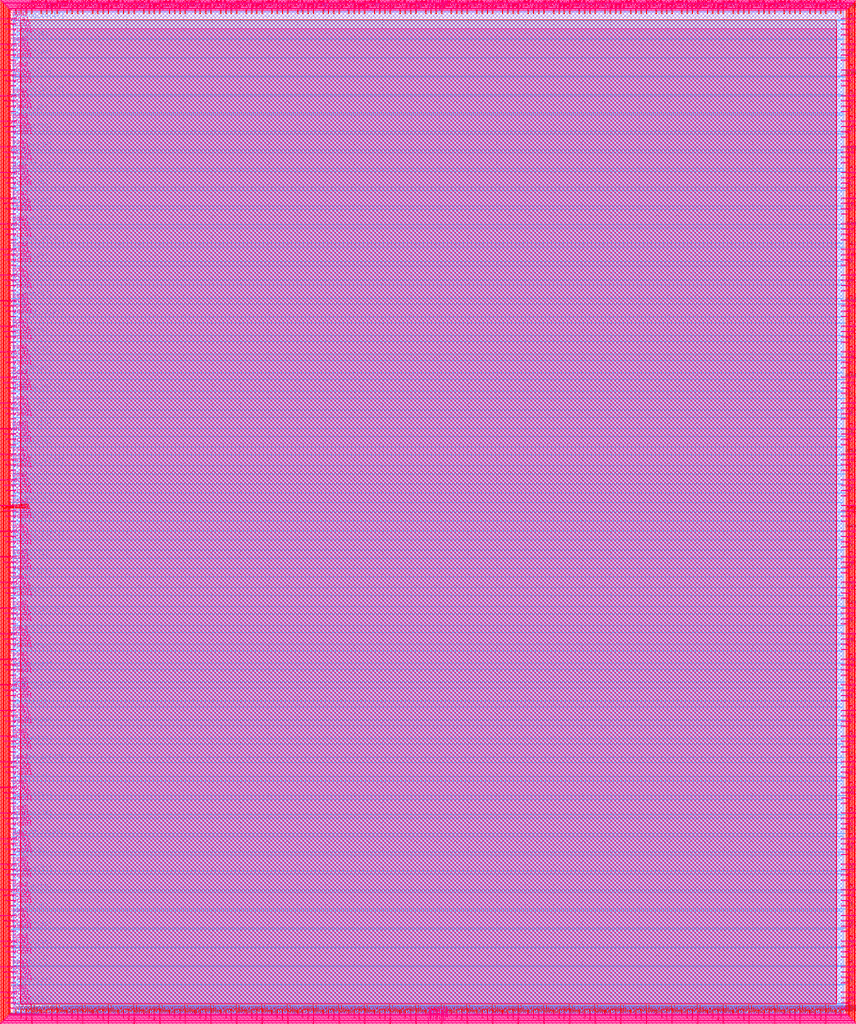
<source format=lef>
VERSION 5.7 ;
  NOWIREEXTENSIONATPIN ON ;
  DIVIDERCHAR "/" ;
  BUSBITCHARS "[]" ;
MACRO user_project_wrapper
  CLASS BLOCK ;
  FOREIGN user_project_wrapper ;
  ORIGIN 0.000 0.000 ;
  SIZE 2920.000 BY 3520.000 ;
  PIN analog_io[0]
    DIRECTION INOUT ;
    USE SIGNAL ;
    PORT
      LAYER met3 ;
        RECT 2917.600 1426.380 2924.800 1427.580 ;
    END
  END analog_io[0]
  PIN analog_io[10]
    DIRECTION INOUT ;
    USE SIGNAL ;
    PORT
      LAYER met2 ;
        RECT 2230.490 3517.600 2231.050 3524.800 ;
    END
  END analog_io[10]
  PIN analog_io[11]
    DIRECTION INOUT ;
    USE SIGNAL ;
    PORT
      LAYER met2 ;
        RECT 1905.730 3517.600 1906.290 3524.800 ;
    END
  END analog_io[11]
  PIN analog_io[12]
    DIRECTION INOUT ;
    USE SIGNAL ;
    PORT
      LAYER met2 ;
        RECT 1581.430 3517.600 1581.990 3524.800 ;
    END
  END analog_io[12]
  PIN analog_io[13]
    DIRECTION INOUT ;
    USE SIGNAL ;
    PORT
      LAYER met2 ;
        RECT 1257.130 3517.600 1257.690 3524.800 ;
    END
  END analog_io[13]
  PIN analog_io[14]
    DIRECTION INOUT ;
    USE SIGNAL ;
    PORT
      LAYER met2 ;
        RECT 932.370 3517.600 932.930 3524.800 ;
    END
  END analog_io[14]
  PIN analog_io[15]
    DIRECTION INOUT ;
    USE SIGNAL ;
    PORT
      LAYER met2 ;
        RECT 608.070 3517.600 608.630 3524.800 ;
    END
  END analog_io[15]
  PIN analog_io[16]
    DIRECTION INOUT ;
    USE SIGNAL ;
    PORT
      LAYER met2 ;
        RECT 283.770 3517.600 284.330 3524.800 ;
    END
  END analog_io[16]
  PIN analog_io[17]
    DIRECTION INOUT ;
    USE SIGNAL ;
    PORT
      LAYER met3 ;
        RECT -4.800 3486.100 2.400 3487.300 ;
    END
  END analog_io[17]
  PIN analog_io[18]
    DIRECTION INOUT ;
    USE SIGNAL ;
    PORT
      LAYER met3 ;
        RECT -4.800 3224.980 2.400 3226.180 ;
    END
  END analog_io[18]
  PIN analog_io[19]
    DIRECTION INOUT ;
    USE SIGNAL ;
    PORT
      LAYER met3 ;
        RECT -4.800 2964.540 2.400 2965.740 ;
    END
  END analog_io[19]
  PIN analog_io[1]
    DIRECTION INOUT ;
    USE SIGNAL ;
    PORT
      LAYER met3 ;
        RECT 2917.600 1692.260 2924.800 1693.460 ;
    END
  END analog_io[1]
  PIN analog_io[20]
    DIRECTION INOUT ;
    USE SIGNAL ;
    PORT
      LAYER met3 ;
        RECT -4.800 2703.420 2.400 2704.620 ;
    END
  END analog_io[20]
  PIN analog_io[21]
    DIRECTION INOUT ;
    USE SIGNAL ;
    PORT
      LAYER met3 ;
        RECT -4.800 2442.980 2.400 2444.180 ;
    END
  END analog_io[21]
  PIN analog_io[22]
    DIRECTION INOUT ;
    USE SIGNAL ;
    PORT
      LAYER met3 ;
        RECT -4.800 2182.540 2.400 2183.740 ;
    END
  END analog_io[22]
  PIN analog_io[23]
    DIRECTION INOUT ;
    USE SIGNAL ;
    PORT
      LAYER met3 ;
        RECT -4.800 1921.420 2.400 1922.620 ;
    END
  END analog_io[23]
  PIN analog_io[24]
    DIRECTION INOUT ;
    USE SIGNAL ;
    PORT
      LAYER met3 ;
        RECT -4.800 1660.980 2.400 1662.180 ;
    END
  END analog_io[24]
  PIN analog_io[25]
    DIRECTION INOUT ;
    USE SIGNAL ;
    PORT
      LAYER met3 ;
        RECT -4.800 1399.860 2.400 1401.060 ;
    END
  END analog_io[25]
  PIN analog_io[26]
    DIRECTION INOUT ;
    USE SIGNAL ;
    PORT
      LAYER met3 ;
        RECT -4.800 1139.420 2.400 1140.620 ;
    END
  END analog_io[26]
  PIN analog_io[27]
    DIRECTION INOUT ;
    USE SIGNAL ;
    PORT
      LAYER met3 ;
        RECT -4.800 878.980 2.400 880.180 ;
    END
  END analog_io[27]
  PIN analog_io[28]
    DIRECTION INOUT ;
    USE SIGNAL ;
    PORT
      LAYER met3 ;
        RECT -4.800 617.860 2.400 619.060 ;
    END
  END analog_io[28]
  PIN analog_io[2]
    DIRECTION INOUT ;
    USE SIGNAL ;
    PORT
      LAYER met3 ;
        RECT 2917.600 1958.140 2924.800 1959.340 ;
    END
  END analog_io[2]
  PIN analog_io[3]
    DIRECTION INOUT ;
    USE SIGNAL ;
    PORT
      LAYER met3 ;
        RECT 2917.600 2223.340 2924.800 2224.540 ;
    END
  END analog_io[3]
  PIN analog_io[4]
    DIRECTION INOUT ;
    USE SIGNAL ;
    PORT
      LAYER met3 ;
        RECT 2917.600 2489.220 2924.800 2490.420 ;
    END
  END analog_io[4]
  PIN analog_io[5]
    DIRECTION INOUT ;
    USE SIGNAL ;
    PORT
      LAYER met3 ;
        RECT 2917.600 2755.100 2924.800 2756.300 ;
    END
  END analog_io[5]
  PIN analog_io[6]
    DIRECTION INOUT ;
    USE SIGNAL ;
    PORT
      LAYER met3 ;
        RECT 2917.600 3020.300 2924.800 3021.500 ;
    END
  END analog_io[6]
  PIN analog_io[7]
    DIRECTION INOUT ;
    USE SIGNAL ;
    PORT
      LAYER met3 ;
        RECT 2917.600 3286.180 2924.800 3287.380 ;
    END
  END analog_io[7]
  PIN analog_io[8]
    DIRECTION INOUT ;
    USE SIGNAL ;
    PORT
      LAYER met2 ;
        RECT 2879.090 3517.600 2879.650 3524.800 ;
    END
  END analog_io[8]
  PIN analog_io[9]
    DIRECTION INOUT ;
    USE SIGNAL ;
    PORT
      LAYER met2 ;
        RECT 2554.790 3517.600 2555.350 3524.800 ;
    END
  END analog_io[9]
  PIN io_in[0]
    DIRECTION INPUT ;
    USE SIGNAL ;
    PORT
      LAYER met3 ;
        RECT 2917.600 32.380 2924.800 33.580 ;
    END
  END io_in[0]
  PIN io_in[10]
    DIRECTION INPUT ;
    USE SIGNAL ;
    PORT
      LAYER met3 ;
        RECT 2917.600 2289.980 2924.800 2291.180 ;
    END
  END io_in[10]
  PIN io_in[11]
    DIRECTION INPUT ;
    USE SIGNAL ;
    PORT
      LAYER met3 ;
        RECT 2917.600 2555.860 2924.800 2557.060 ;
    END
  END io_in[11]
  PIN io_in[12]
    DIRECTION INPUT ;
    USE SIGNAL ;
    PORT
      LAYER met3 ;
        RECT 2917.600 2821.060 2924.800 2822.260 ;
    END
  END io_in[12]
  PIN io_in[13]
    DIRECTION INPUT ;
    USE SIGNAL ;
    PORT
      LAYER met3 ;
        RECT 2917.600 3086.940 2924.800 3088.140 ;
    END
  END io_in[13]
  PIN io_in[14]
    DIRECTION INPUT ;
    USE SIGNAL ;
    PORT
      LAYER met3 ;
        RECT 2917.600 3352.820 2924.800 3354.020 ;
    END
  END io_in[14]
  PIN io_in[15]
    DIRECTION INPUT ;
    USE SIGNAL ;
    PORT
      LAYER met2 ;
        RECT 2798.130 3517.600 2798.690 3524.800 ;
    END
  END io_in[15]
  PIN io_in[16]
    DIRECTION INPUT ;
    USE SIGNAL ;
    PORT
      LAYER met2 ;
        RECT 2473.830 3517.600 2474.390 3524.800 ;
    END
  END io_in[16]
  PIN io_in[17]
    DIRECTION INPUT ;
    USE SIGNAL ;
    PORT
      LAYER met2 ;
        RECT 2149.070 3517.600 2149.630 3524.800 ;
    END
  END io_in[17]
  PIN io_in[18]
    DIRECTION INPUT ;
    USE SIGNAL ;
    PORT
      LAYER met2 ;
        RECT 1824.770 3517.600 1825.330 3524.800 ;
    END
  END io_in[18]
  PIN io_in[19]
    DIRECTION INPUT ;
    USE SIGNAL ;
    PORT
      LAYER met2 ;
        RECT 1500.470 3517.600 1501.030 3524.800 ;
    END
  END io_in[19]
  PIN io_in[1]
    DIRECTION INPUT ;
    USE SIGNAL ;
    PORT
      LAYER met3 ;
        RECT 2917.600 230.940 2924.800 232.140 ;
    END
  END io_in[1]
  PIN io_in[20]
    DIRECTION INPUT ;
    USE SIGNAL ;
    PORT
      LAYER met2 ;
        RECT 1175.710 3517.600 1176.270 3524.800 ;
    END
  END io_in[20]
  PIN io_in[21]
    DIRECTION INPUT ;
    USE SIGNAL ;
    PORT
      LAYER met2 ;
        RECT 851.410 3517.600 851.970 3524.800 ;
    END
  END io_in[21]
  PIN io_in[22]
    DIRECTION INPUT ;
    USE SIGNAL ;
    PORT
      LAYER met2 ;
        RECT 527.110 3517.600 527.670 3524.800 ;
    END
  END io_in[22]
  PIN io_in[23]
    DIRECTION INPUT ;
    USE SIGNAL ;
    PORT
      LAYER met2 ;
        RECT 202.350 3517.600 202.910 3524.800 ;
    END
  END io_in[23]
  PIN io_in[24]
    DIRECTION INPUT ;
    USE SIGNAL ;
    PORT
      LAYER met3 ;
        RECT -4.800 3420.820 2.400 3422.020 ;
    END
  END io_in[24]
  PIN io_in[25]
    DIRECTION INPUT ;
    USE SIGNAL ;
    PORT
      LAYER met3 ;
        RECT -4.800 3159.700 2.400 3160.900 ;
    END
  END io_in[25]
  PIN io_in[26]
    DIRECTION INPUT ;
    USE SIGNAL ;
    PORT
      LAYER met3 ;
        RECT -4.800 2899.260 2.400 2900.460 ;
    END
  END io_in[26]
  PIN io_in[27]
    DIRECTION INPUT ;
    USE SIGNAL ;
    PORT
      LAYER met3 ;
        RECT -4.800 2638.820 2.400 2640.020 ;
    END
  END io_in[27]
  PIN io_in[28]
    DIRECTION INPUT ;
    USE SIGNAL ;
    PORT
      LAYER met3 ;
        RECT -4.800 2377.700 2.400 2378.900 ;
    END
  END io_in[28]
  PIN io_in[29]
    DIRECTION INPUT ;
    USE SIGNAL ;
    PORT
      LAYER met3 ;
        RECT -4.800 2117.260 2.400 2118.460 ;
    END
  END io_in[29]
  PIN io_in[2]
    DIRECTION INPUT ;
    USE SIGNAL ;
    PORT
      LAYER met3 ;
        RECT 2917.600 430.180 2924.800 431.380 ;
    END
  END io_in[2]
  PIN io_in[30]
    DIRECTION INPUT ;
    USE SIGNAL ;
    PORT
      LAYER met3 ;
        RECT -4.800 1856.140 2.400 1857.340 ;
    END
  END io_in[30]
  PIN io_in[31]
    DIRECTION INPUT ;
    USE SIGNAL ;
    PORT
      LAYER met3 ;
        RECT -4.800 1595.700 2.400 1596.900 ;
    END
  END io_in[31]
  PIN io_in[32]
    DIRECTION INPUT ;
    USE SIGNAL ;
    PORT
      LAYER met3 ;
        RECT -4.800 1335.260 2.400 1336.460 ;
    END
  END io_in[32]
  PIN io_in[33]
    DIRECTION INPUT ;
    USE SIGNAL ;
    PORT
      LAYER met3 ;
        RECT -4.800 1074.140 2.400 1075.340 ;
    END
  END io_in[33]
  PIN io_in[34]
    DIRECTION INPUT ;
    USE SIGNAL ;
    PORT
      LAYER met3 ;
        RECT -4.800 813.700 2.400 814.900 ;
    END
  END io_in[34]
  PIN io_in[35]
    DIRECTION INPUT ;
    USE SIGNAL ;
    PORT
      LAYER met3 ;
        RECT -4.800 552.580 2.400 553.780 ;
    END
  END io_in[35]
  PIN io_in[36]
    DIRECTION INPUT ;
    USE SIGNAL ;
    PORT
      LAYER met3 ;
        RECT -4.800 357.420 2.400 358.620 ;
    END
  END io_in[36]
  PIN io_in[37]
    DIRECTION INPUT ;
    USE SIGNAL ;
    PORT
      LAYER met3 ;
        RECT -4.800 161.580 2.400 162.780 ;
    END
  END io_in[37]
  PIN io_in[3]
    DIRECTION INPUT ;
    USE SIGNAL ;
    PORT
      LAYER met3 ;
        RECT 2917.600 629.420 2924.800 630.620 ;
    END
  END io_in[3]
  PIN io_in[4]
    DIRECTION INPUT ;
    USE SIGNAL ;
    PORT
      LAYER met3 ;
        RECT 2917.600 828.660 2924.800 829.860 ;
    END
  END io_in[4]
  PIN io_in[5]
    DIRECTION INPUT ;
    USE SIGNAL ;
    PORT
      LAYER met3 ;
        RECT 2917.600 1027.900 2924.800 1029.100 ;
    END
  END io_in[5]
  PIN io_in[6]
    DIRECTION INPUT ;
    USE SIGNAL ;
    PORT
      LAYER met3 ;
        RECT 2917.600 1227.140 2924.800 1228.340 ;
    END
  END io_in[6]
  PIN io_in[7]
    DIRECTION INPUT ;
    USE SIGNAL ;
    PORT
      LAYER met3 ;
        RECT 2917.600 1493.020 2924.800 1494.220 ;
    END
  END io_in[7]
  PIN io_in[8]
    DIRECTION INPUT ;
    USE SIGNAL ;
    PORT
      LAYER met3 ;
        RECT 2917.600 1758.900 2924.800 1760.100 ;
    END
  END io_in[8]
  PIN io_in[9]
    DIRECTION INPUT ;
    USE SIGNAL ;
    PORT
      LAYER met3 ;
        RECT 2917.600 2024.100 2924.800 2025.300 ;
    END
  END io_in[9]
  PIN io_oeb[0]
    DIRECTION OUTPUT TRISTATE ;
    USE SIGNAL ;
    PORT
      LAYER met3 ;
        RECT 2917.600 164.980 2924.800 166.180 ;
    END
  END io_oeb[0]
  PIN io_oeb[10]
    DIRECTION OUTPUT TRISTATE ;
    USE SIGNAL ;
    PORT
      LAYER met3 ;
        RECT 2917.600 2422.580 2924.800 2423.780 ;
    END
  END io_oeb[10]
  PIN io_oeb[11]
    DIRECTION OUTPUT TRISTATE ;
    USE SIGNAL ;
    PORT
      LAYER met3 ;
        RECT 2917.600 2688.460 2924.800 2689.660 ;
    END
  END io_oeb[11]
  PIN io_oeb[12]
    DIRECTION OUTPUT TRISTATE ;
    USE SIGNAL ;
    PORT
      LAYER met3 ;
        RECT 2917.600 2954.340 2924.800 2955.540 ;
    END
  END io_oeb[12]
  PIN io_oeb[13]
    DIRECTION OUTPUT TRISTATE ;
    USE SIGNAL ;
    PORT
      LAYER met3 ;
        RECT 2917.600 3219.540 2924.800 3220.740 ;
    END
  END io_oeb[13]
  PIN io_oeb[14]
    DIRECTION OUTPUT TRISTATE ;
    USE SIGNAL ;
    PORT
      LAYER met3 ;
        RECT 2917.600 3485.420 2924.800 3486.620 ;
    END
  END io_oeb[14]
  PIN io_oeb[15]
    DIRECTION OUTPUT TRISTATE ;
    USE SIGNAL ;
    PORT
      LAYER met2 ;
        RECT 2635.750 3517.600 2636.310 3524.800 ;
    END
  END io_oeb[15]
  PIN io_oeb[16]
    DIRECTION OUTPUT TRISTATE ;
    USE SIGNAL ;
    PORT
      LAYER met2 ;
        RECT 2311.450 3517.600 2312.010 3524.800 ;
    END
  END io_oeb[16]
  PIN io_oeb[17]
    DIRECTION OUTPUT TRISTATE ;
    USE SIGNAL ;
    PORT
      LAYER met2 ;
        RECT 1987.150 3517.600 1987.710 3524.800 ;
    END
  END io_oeb[17]
  PIN io_oeb[18]
    DIRECTION OUTPUT TRISTATE ;
    USE SIGNAL ;
    PORT
      LAYER met2 ;
        RECT 1662.390 3517.600 1662.950 3524.800 ;
    END
  END io_oeb[18]
  PIN io_oeb[19]
    DIRECTION OUTPUT TRISTATE ;
    USE SIGNAL ;
    PORT
      LAYER met2 ;
        RECT 1338.090 3517.600 1338.650 3524.800 ;
    END
  END io_oeb[19]
  PIN io_oeb[1]
    DIRECTION OUTPUT TRISTATE ;
    USE SIGNAL ;
    PORT
      LAYER met3 ;
        RECT 2917.600 364.220 2924.800 365.420 ;
    END
  END io_oeb[1]
  PIN io_oeb[20]
    DIRECTION OUTPUT TRISTATE ;
    USE SIGNAL ;
    PORT
      LAYER met2 ;
        RECT 1013.790 3517.600 1014.350 3524.800 ;
    END
  END io_oeb[20]
  PIN io_oeb[21]
    DIRECTION OUTPUT TRISTATE ;
    USE SIGNAL ;
    PORT
      LAYER met2 ;
        RECT 689.030 3517.600 689.590 3524.800 ;
    END
  END io_oeb[21]
  PIN io_oeb[22]
    DIRECTION OUTPUT TRISTATE ;
    USE SIGNAL ;
    PORT
      LAYER met2 ;
        RECT 364.730 3517.600 365.290 3524.800 ;
    END
  END io_oeb[22]
  PIN io_oeb[23]
    DIRECTION OUTPUT TRISTATE ;
    USE SIGNAL ;
    PORT
      LAYER met2 ;
        RECT 40.430 3517.600 40.990 3524.800 ;
    END
  END io_oeb[23]
  PIN io_oeb[24]
    DIRECTION OUTPUT TRISTATE ;
    USE SIGNAL ;
    PORT
      LAYER met3 ;
        RECT -4.800 3290.260 2.400 3291.460 ;
    END
  END io_oeb[24]
  PIN io_oeb[25]
    DIRECTION OUTPUT TRISTATE ;
    USE SIGNAL ;
    PORT
      LAYER met3 ;
        RECT -4.800 3029.820 2.400 3031.020 ;
    END
  END io_oeb[25]
  PIN io_oeb[26]
    DIRECTION OUTPUT TRISTATE ;
    USE SIGNAL ;
    PORT
      LAYER met3 ;
        RECT -4.800 2768.700 2.400 2769.900 ;
    END
  END io_oeb[26]
  PIN io_oeb[27]
    DIRECTION OUTPUT TRISTATE ;
    USE SIGNAL ;
    PORT
      LAYER met3 ;
        RECT -4.800 2508.260 2.400 2509.460 ;
    END
  END io_oeb[27]
  PIN io_oeb[28]
    DIRECTION OUTPUT TRISTATE ;
    USE SIGNAL ;
    PORT
      LAYER met3 ;
        RECT -4.800 2247.140 2.400 2248.340 ;
    END
  END io_oeb[28]
  PIN io_oeb[29]
    DIRECTION OUTPUT TRISTATE ;
    USE SIGNAL ;
    PORT
      LAYER met3 ;
        RECT -4.800 1986.700 2.400 1987.900 ;
    END
  END io_oeb[29]
  PIN io_oeb[2]
    DIRECTION OUTPUT TRISTATE ;
    USE SIGNAL ;
    PORT
      LAYER met3 ;
        RECT 2917.600 563.460 2924.800 564.660 ;
    END
  END io_oeb[2]
  PIN io_oeb[30]
    DIRECTION OUTPUT TRISTATE ;
    USE SIGNAL ;
    PORT
      LAYER met3 ;
        RECT -4.800 1726.260 2.400 1727.460 ;
    END
  END io_oeb[30]
  PIN io_oeb[31]
    DIRECTION OUTPUT TRISTATE ;
    USE SIGNAL ;
    PORT
      LAYER met3 ;
        RECT -4.800 1465.140 2.400 1466.340 ;
    END
  END io_oeb[31]
  PIN io_oeb[32]
    DIRECTION OUTPUT TRISTATE ;
    USE SIGNAL ;
    PORT
      LAYER met3 ;
        RECT -4.800 1204.700 2.400 1205.900 ;
    END
  END io_oeb[32]
  PIN io_oeb[33]
    DIRECTION OUTPUT TRISTATE ;
    USE SIGNAL ;
    PORT
      LAYER met3 ;
        RECT -4.800 943.580 2.400 944.780 ;
    END
  END io_oeb[33]
  PIN io_oeb[34]
    DIRECTION OUTPUT TRISTATE ;
    USE SIGNAL ;
    PORT
      LAYER met3 ;
        RECT -4.800 683.140 2.400 684.340 ;
    END
  END io_oeb[34]
  PIN io_oeb[35]
    DIRECTION OUTPUT TRISTATE ;
    USE SIGNAL ;
    PORT
      LAYER met3 ;
        RECT -4.800 422.700 2.400 423.900 ;
    END
  END io_oeb[35]
  PIN io_oeb[36]
    DIRECTION OUTPUT TRISTATE ;
    USE SIGNAL ;
    PORT
      LAYER met3 ;
        RECT -4.800 226.860 2.400 228.060 ;
    END
  END io_oeb[36]
  PIN io_oeb[37]
    DIRECTION OUTPUT TRISTATE ;
    USE SIGNAL ;
    PORT
      LAYER met3 ;
        RECT -4.800 31.700 2.400 32.900 ;
    END
  END io_oeb[37]
  PIN io_oeb[3]
    DIRECTION OUTPUT TRISTATE ;
    USE SIGNAL ;
    PORT
      LAYER met3 ;
        RECT 2917.600 762.700 2924.800 763.900 ;
    END
  END io_oeb[3]
  PIN io_oeb[4]
    DIRECTION OUTPUT TRISTATE ;
    USE SIGNAL ;
    PORT
      LAYER met3 ;
        RECT 2917.600 961.940 2924.800 963.140 ;
    END
  END io_oeb[4]
  PIN io_oeb[5]
    DIRECTION OUTPUT TRISTATE ;
    USE SIGNAL ;
    PORT
      LAYER met3 ;
        RECT 2917.600 1161.180 2924.800 1162.380 ;
    END
  END io_oeb[5]
  PIN io_oeb[6]
    DIRECTION OUTPUT TRISTATE ;
    USE SIGNAL ;
    PORT
      LAYER met3 ;
        RECT 2917.600 1360.420 2924.800 1361.620 ;
    END
  END io_oeb[6]
  PIN io_oeb[7]
    DIRECTION OUTPUT TRISTATE ;
    USE SIGNAL ;
    PORT
      LAYER met3 ;
        RECT 2917.600 1625.620 2924.800 1626.820 ;
    END
  END io_oeb[7]
  PIN io_oeb[8]
    DIRECTION OUTPUT TRISTATE ;
    USE SIGNAL ;
    PORT
      LAYER met3 ;
        RECT 2917.600 1891.500 2924.800 1892.700 ;
    END
  END io_oeb[8]
  PIN io_oeb[9]
    DIRECTION OUTPUT TRISTATE ;
    USE SIGNAL ;
    PORT
      LAYER met3 ;
        RECT 2917.600 2157.380 2924.800 2158.580 ;
    END
  END io_oeb[9]
  PIN io_out[0]
    DIRECTION OUTPUT TRISTATE ;
    USE SIGNAL ;
    PORT
      LAYER met3 ;
        RECT 2917.600 98.340 2924.800 99.540 ;
    END
  END io_out[0]
  PIN io_out[10]
    DIRECTION OUTPUT TRISTATE ;
    USE SIGNAL ;
    PORT
      LAYER met3 ;
        RECT 2917.600 2356.620 2924.800 2357.820 ;
    END
  END io_out[10]
  PIN io_out[11]
    DIRECTION OUTPUT TRISTATE ;
    USE SIGNAL ;
    PORT
      LAYER met3 ;
        RECT 2917.600 2621.820 2924.800 2623.020 ;
    END
  END io_out[11]
  PIN io_out[12]
    DIRECTION OUTPUT TRISTATE ;
    USE SIGNAL ;
    PORT
      LAYER met3 ;
        RECT 2917.600 2887.700 2924.800 2888.900 ;
    END
  END io_out[12]
  PIN io_out[13]
    DIRECTION OUTPUT TRISTATE ;
    USE SIGNAL ;
    PORT
      LAYER met3 ;
        RECT 2917.600 3153.580 2924.800 3154.780 ;
    END
  END io_out[13]
  PIN io_out[14]
    DIRECTION OUTPUT TRISTATE ;
    USE SIGNAL ;
    PORT
      LAYER met3 ;
        RECT 2917.600 3418.780 2924.800 3419.980 ;
    END
  END io_out[14]
  PIN io_out[15]
    DIRECTION OUTPUT TRISTATE ;
    USE SIGNAL ;
    PORT
      LAYER met2 ;
        RECT 2717.170 3517.600 2717.730 3524.800 ;
    END
  END io_out[15]
  PIN io_out[16]
    DIRECTION OUTPUT TRISTATE ;
    USE SIGNAL ;
    PORT
      LAYER met2 ;
        RECT 2392.410 3517.600 2392.970 3524.800 ;
    END
  END io_out[16]
  PIN io_out[17]
    DIRECTION OUTPUT TRISTATE ;
    USE SIGNAL ;
    PORT
      LAYER met2 ;
        RECT 2068.110 3517.600 2068.670 3524.800 ;
    END
  END io_out[17]
  PIN io_out[18]
    DIRECTION OUTPUT TRISTATE ;
    USE SIGNAL ;
    PORT
      LAYER met2 ;
        RECT 1743.810 3517.600 1744.370 3524.800 ;
    END
  END io_out[18]
  PIN io_out[19]
    DIRECTION OUTPUT TRISTATE ;
    USE SIGNAL ;
    PORT
      LAYER met2 ;
        RECT 1419.050 3517.600 1419.610 3524.800 ;
    END
  END io_out[19]
  PIN io_out[1]
    DIRECTION OUTPUT TRISTATE ;
    USE SIGNAL ;
    PORT
      LAYER met3 ;
        RECT 2917.600 297.580 2924.800 298.780 ;
    END
  END io_out[1]
  PIN io_out[20]
    DIRECTION OUTPUT TRISTATE ;
    USE SIGNAL ;
    PORT
      LAYER met2 ;
        RECT 1094.750 3517.600 1095.310 3524.800 ;
    END
  END io_out[20]
  PIN io_out[21]
    DIRECTION OUTPUT TRISTATE ;
    USE SIGNAL ;
    PORT
      LAYER met2 ;
        RECT 770.450 3517.600 771.010 3524.800 ;
    END
  END io_out[21]
  PIN io_out[22]
    DIRECTION OUTPUT TRISTATE ;
    USE SIGNAL ;
    PORT
      LAYER met2 ;
        RECT 445.690 3517.600 446.250 3524.800 ;
    END
  END io_out[22]
  PIN io_out[23]
    DIRECTION OUTPUT TRISTATE ;
    USE SIGNAL ;
    PORT
      LAYER met2 ;
        RECT 121.390 3517.600 121.950 3524.800 ;
    END
  END io_out[23]
  PIN io_out[24]
    DIRECTION OUTPUT TRISTATE ;
    USE SIGNAL ;
    PORT
      LAYER met3 ;
        RECT -4.800 3355.540 2.400 3356.740 ;
    END
  END io_out[24]
  PIN io_out[25]
    DIRECTION OUTPUT TRISTATE ;
    USE SIGNAL ;
    PORT
      LAYER met3 ;
        RECT -4.800 3095.100 2.400 3096.300 ;
    END
  END io_out[25]
  PIN io_out[26]
    DIRECTION OUTPUT TRISTATE ;
    USE SIGNAL ;
    PORT
      LAYER met3 ;
        RECT -4.800 2833.980 2.400 2835.180 ;
    END
  END io_out[26]
  PIN io_out[27]
    DIRECTION OUTPUT TRISTATE ;
    USE SIGNAL ;
    PORT
      LAYER met3 ;
        RECT -4.800 2573.540 2.400 2574.740 ;
    END
  END io_out[27]
  PIN io_out[28]
    DIRECTION OUTPUT TRISTATE ;
    USE SIGNAL ;
    PORT
      LAYER met3 ;
        RECT -4.800 2312.420 2.400 2313.620 ;
    END
  END io_out[28]
  PIN io_out[29]
    DIRECTION OUTPUT TRISTATE ;
    USE SIGNAL ;
    PORT
      LAYER met3 ;
        RECT -4.800 2051.980 2.400 2053.180 ;
    END
  END io_out[29]
  PIN io_out[2]
    DIRECTION OUTPUT TRISTATE ;
    USE SIGNAL ;
    PORT
      LAYER met3 ;
        RECT 2917.600 496.820 2924.800 498.020 ;
    END
  END io_out[2]
  PIN io_out[30]
    DIRECTION OUTPUT TRISTATE ;
    USE SIGNAL ;
    PORT
      LAYER met3 ;
        RECT -4.800 1791.540 2.400 1792.740 ;
    END
  END io_out[30]
  PIN io_out[31]
    DIRECTION OUTPUT TRISTATE ;
    USE SIGNAL ;
    PORT
      LAYER met3 ;
        RECT -4.800 1530.420 2.400 1531.620 ;
    END
  END io_out[31]
  PIN io_out[32]
    DIRECTION OUTPUT TRISTATE ;
    USE SIGNAL ;
    PORT
      LAYER met3 ;
        RECT -4.800 1269.980 2.400 1271.180 ;
    END
  END io_out[32]
  PIN io_out[33]
    DIRECTION OUTPUT TRISTATE ;
    USE SIGNAL ;
    PORT
      LAYER met3 ;
        RECT -4.800 1008.860 2.400 1010.060 ;
    END
  END io_out[33]
  PIN io_out[34]
    DIRECTION OUTPUT TRISTATE ;
    USE SIGNAL ;
    PORT
      LAYER met3 ;
        RECT -4.800 748.420 2.400 749.620 ;
    END
  END io_out[34]
  PIN io_out[35]
    DIRECTION OUTPUT TRISTATE ;
    USE SIGNAL ;
    PORT
      LAYER met3 ;
        RECT -4.800 487.300 2.400 488.500 ;
    END
  END io_out[35]
  PIN io_out[36]
    DIRECTION OUTPUT TRISTATE ;
    USE SIGNAL ;
    PORT
      LAYER met3 ;
        RECT -4.800 292.140 2.400 293.340 ;
    END
  END io_out[36]
  PIN io_out[37]
    DIRECTION OUTPUT TRISTATE ;
    USE SIGNAL ;
    PORT
      LAYER met3 ;
        RECT -4.800 96.300 2.400 97.500 ;
    END
  END io_out[37]
  PIN io_out[3]
    DIRECTION OUTPUT TRISTATE ;
    USE SIGNAL ;
    PORT
      LAYER met3 ;
        RECT 2917.600 696.060 2924.800 697.260 ;
    END
  END io_out[3]
  PIN io_out[4]
    DIRECTION OUTPUT TRISTATE ;
    USE SIGNAL ;
    PORT
      LAYER met3 ;
        RECT 2917.600 895.300 2924.800 896.500 ;
    END
  END io_out[4]
  PIN io_out[5]
    DIRECTION OUTPUT TRISTATE ;
    USE SIGNAL ;
    PORT
      LAYER met3 ;
        RECT 2917.600 1094.540 2924.800 1095.740 ;
    END
  END io_out[5]
  PIN io_out[6]
    DIRECTION OUTPUT TRISTATE ;
    USE SIGNAL ;
    PORT
      LAYER met3 ;
        RECT 2917.600 1293.780 2924.800 1294.980 ;
    END
  END io_out[6]
  PIN io_out[7]
    DIRECTION OUTPUT TRISTATE ;
    USE SIGNAL ;
    PORT
      LAYER met3 ;
        RECT 2917.600 1559.660 2924.800 1560.860 ;
    END
  END io_out[7]
  PIN io_out[8]
    DIRECTION OUTPUT TRISTATE ;
    USE SIGNAL ;
    PORT
      LAYER met3 ;
        RECT 2917.600 1824.860 2924.800 1826.060 ;
    END
  END io_out[8]
  PIN io_out[9]
    DIRECTION OUTPUT TRISTATE ;
    USE SIGNAL ;
    PORT
      LAYER met3 ;
        RECT 2917.600 2090.740 2924.800 2091.940 ;
    END
  END io_out[9]
  PIN la_data_in[0]
    DIRECTION INPUT ;
    USE SIGNAL ;
    PORT
      LAYER met2 ;
        RECT 629.230 -4.800 629.790 2.400 ;
    END
  END la_data_in[0]
  PIN la_data_in[100]
    DIRECTION INPUT ;
    USE SIGNAL ;
    PORT
      LAYER met2 ;
        RECT 2402.530 -4.800 2403.090 2.400 ;
    END
  END la_data_in[100]
  PIN la_data_in[101]
    DIRECTION INPUT ;
    USE SIGNAL ;
    PORT
      LAYER met2 ;
        RECT 2420.010 -4.800 2420.570 2.400 ;
    END
  END la_data_in[101]
  PIN la_data_in[102]
    DIRECTION INPUT ;
    USE SIGNAL ;
    PORT
      LAYER met2 ;
        RECT 2437.950 -4.800 2438.510 2.400 ;
    END
  END la_data_in[102]
  PIN la_data_in[103]
    DIRECTION INPUT ;
    USE SIGNAL ;
    PORT
      LAYER met2 ;
        RECT 2455.430 -4.800 2455.990 2.400 ;
    END
  END la_data_in[103]
  PIN la_data_in[104]
    DIRECTION INPUT ;
    USE SIGNAL ;
    PORT
      LAYER met2 ;
        RECT 2473.370 -4.800 2473.930 2.400 ;
    END
  END la_data_in[104]
  PIN la_data_in[105]
    DIRECTION INPUT ;
    USE SIGNAL ;
    PORT
      LAYER met2 ;
        RECT 2490.850 -4.800 2491.410 2.400 ;
    END
  END la_data_in[105]
  PIN la_data_in[106]
    DIRECTION INPUT ;
    USE SIGNAL ;
    PORT
      LAYER met2 ;
        RECT 2508.790 -4.800 2509.350 2.400 ;
    END
  END la_data_in[106]
  PIN la_data_in[107]
    DIRECTION INPUT ;
    USE SIGNAL ;
    PORT
      LAYER met2 ;
        RECT 2526.730 -4.800 2527.290 2.400 ;
    END
  END la_data_in[107]
  PIN la_data_in[108]
    DIRECTION INPUT ;
    USE SIGNAL ;
    PORT
      LAYER met2 ;
        RECT 2544.210 -4.800 2544.770 2.400 ;
    END
  END la_data_in[108]
  PIN la_data_in[109]
    DIRECTION INPUT ;
    USE SIGNAL ;
    PORT
      LAYER met2 ;
        RECT 2562.150 -4.800 2562.710 2.400 ;
    END
  END la_data_in[109]
  PIN la_data_in[10]
    DIRECTION INPUT ;
    USE SIGNAL ;
    PORT
      LAYER met2 ;
        RECT 806.330 -4.800 806.890 2.400 ;
    END
  END la_data_in[10]
  PIN la_data_in[110]
    DIRECTION INPUT ;
    USE SIGNAL ;
    PORT
      LAYER met2 ;
        RECT 2579.630 -4.800 2580.190 2.400 ;
    END
  END la_data_in[110]
  PIN la_data_in[111]
    DIRECTION INPUT ;
    USE SIGNAL ;
    PORT
      LAYER met2 ;
        RECT 2597.570 -4.800 2598.130 2.400 ;
    END
  END la_data_in[111]
  PIN la_data_in[112]
    DIRECTION INPUT ;
    USE SIGNAL ;
    PORT
      LAYER met2 ;
        RECT 2615.050 -4.800 2615.610 2.400 ;
    END
  END la_data_in[112]
  PIN la_data_in[113]
    DIRECTION INPUT ;
    USE SIGNAL ;
    PORT
      LAYER met2 ;
        RECT 2632.990 -4.800 2633.550 2.400 ;
    END
  END la_data_in[113]
  PIN la_data_in[114]
    DIRECTION INPUT ;
    USE SIGNAL ;
    PORT
      LAYER met2 ;
        RECT 2650.470 -4.800 2651.030 2.400 ;
    END
  END la_data_in[114]
  PIN la_data_in[115]
    DIRECTION INPUT ;
    USE SIGNAL ;
    PORT
      LAYER met2 ;
        RECT 2668.410 -4.800 2668.970 2.400 ;
    END
  END la_data_in[115]
  PIN la_data_in[116]
    DIRECTION INPUT ;
    USE SIGNAL ;
    PORT
      LAYER met2 ;
        RECT 2685.890 -4.800 2686.450 2.400 ;
    END
  END la_data_in[116]
  PIN la_data_in[117]
    DIRECTION INPUT ;
    USE SIGNAL ;
    PORT
      LAYER met2 ;
        RECT 2703.830 -4.800 2704.390 2.400 ;
    END
  END la_data_in[117]
  PIN la_data_in[118]
    DIRECTION INPUT ;
    USE SIGNAL ;
    PORT
      LAYER met2 ;
        RECT 2721.770 -4.800 2722.330 2.400 ;
    END
  END la_data_in[118]
  PIN la_data_in[119]
    DIRECTION INPUT ;
    USE SIGNAL ;
    PORT
      LAYER met2 ;
        RECT 2739.250 -4.800 2739.810 2.400 ;
    END
  END la_data_in[119]
  PIN la_data_in[11]
    DIRECTION INPUT ;
    USE SIGNAL ;
    PORT
      LAYER met2 ;
        RECT 824.270 -4.800 824.830 2.400 ;
    END
  END la_data_in[11]
  PIN la_data_in[120]
    DIRECTION INPUT ;
    USE SIGNAL ;
    PORT
      LAYER met2 ;
        RECT 2757.190 -4.800 2757.750 2.400 ;
    END
  END la_data_in[120]
  PIN la_data_in[121]
    DIRECTION INPUT ;
    USE SIGNAL ;
    PORT
      LAYER met2 ;
        RECT 2774.670 -4.800 2775.230 2.400 ;
    END
  END la_data_in[121]
  PIN la_data_in[122]
    DIRECTION INPUT ;
    USE SIGNAL ;
    PORT
      LAYER met2 ;
        RECT 2792.610 -4.800 2793.170 2.400 ;
    END
  END la_data_in[122]
  PIN la_data_in[123]
    DIRECTION INPUT ;
    USE SIGNAL ;
    PORT
      LAYER met2 ;
        RECT 2810.090 -4.800 2810.650 2.400 ;
    END
  END la_data_in[123]
  PIN la_data_in[124]
    DIRECTION INPUT ;
    USE SIGNAL ;
    PORT
      LAYER met2 ;
        RECT 2828.030 -4.800 2828.590 2.400 ;
    END
  END la_data_in[124]
  PIN la_data_in[125]
    DIRECTION INPUT ;
    USE SIGNAL ;
    PORT
      LAYER met2 ;
        RECT 2845.510 -4.800 2846.070 2.400 ;
    END
  END la_data_in[125]
  PIN la_data_in[126]
    DIRECTION INPUT ;
    USE SIGNAL ;
    PORT
      LAYER met2 ;
        RECT 2863.450 -4.800 2864.010 2.400 ;
    END
  END la_data_in[126]
  PIN la_data_in[127]
    DIRECTION INPUT ;
    USE SIGNAL ;
    PORT
      LAYER met2 ;
        RECT 2881.390 -4.800 2881.950 2.400 ;
    END
  END la_data_in[127]
  PIN la_data_in[12]
    DIRECTION INPUT ;
    USE SIGNAL ;
    PORT
      LAYER met2 ;
        RECT 841.750 -4.800 842.310 2.400 ;
    END
  END la_data_in[12]
  PIN la_data_in[13]
    DIRECTION INPUT ;
    USE SIGNAL ;
    PORT
      LAYER met2 ;
        RECT 859.690 -4.800 860.250 2.400 ;
    END
  END la_data_in[13]
  PIN la_data_in[14]
    DIRECTION INPUT ;
    USE SIGNAL ;
    PORT
      LAYER met2 ;
        RECT 877.170 -4.800 877.730 2.400 ;
    END
  END la_data_in[14]
  PIN la_data_in[15]
    DIRECTION INPUT ;
    USE SIGNAL ;
    PORT
      LAYER met2 ;
        RECT 895.110 -4.800 895.670 2.400 ;
    END
  END la_data_in[15]
  PIN la_data_in[16]
    DIRECTION INPUT ;
    USE SIGNAL ;
    PORT
      LAYER met2 ;
        RECT 912.590 -4.800 913.150 2.400 ;
    END
  END la_data_in[16]
  PIN la_data_in[17]
    DIRECTION INPUT ;
    USE SIGNAL ;
    PORT
      LAYER met2 ;
        RECT 930.530 -4.800 931.090 2.400 ;
    END
  END la_data_in[17]
  PIN la_data_in[18]
    DIRECTION INPUT ;
    USE SIGNAL ;
    PORT
      LAYER met2 ;
        RECT 948.470 -4.800 949.030 2.400 ;
    END
  END la_data_in[18]
  PIN la_data_in[19]
    DIRECTION INPUT ;
    USE SIGNAL ;
    PORT
      LAYER met2 ;
        RECT 965.950 -4.800 966.510 2.400 ;
    END
  END la_data_in[19]
  PIN la_data_in[1]
    DIRECTION INPUT ;
    USE SIGNAL ;
    PORT
      LAYER met2 ;
        RECT 646.710 -4.800 647.270 2.400 ;
    END
  END la_data_in[1]
  PIN la_data_in[20]
    DIRECTION INPUT ;
    USE SIGNAL ;
    PORT
      LAYER met2 ;
        RECT 983.890 -4.800 984.450 2.400 ;
    END
  END la_data_in[20]
  PIN la_data_in[21]
    DIRECTION INPUT ;
    USE SIGNAL ;
    PORT
      LAYER met2 ;
        RECT 1001.370 -4.800 1001.930 2.400 ;
    END
  END la_data_in[21]
  PIN la_data_in[22]
    DIRECTION INPUT ;
    USE SIGNAL ;
    PORT
      LAYER met2 ;
        RECT 1019.310 -4.800 1019.870 2.400 ;
    END
  END la_data_in[22]
  PIN la_data_in[23]
    DIRECTION INPUT ;
    USE SIGNAL ;
    PORT
      LAYER met2 ;
        RECT 1036.790 -4.800 1037.350 2.400 ;
    END
  END la_data_in[23]
  PIN la_data_in[24]
    DIRECTION INPUT ;
    USE SIGNAL ;
    PORT
      LAYER met2 ;
        RECT 1054.730 -4.800 1055.290 2.400 ;
    END
  END la_data_in[24]
  PIN la_data_in[25]
    DIRECTION INPUT ;
    USE SIGNAL ;
    PORT
      LAYER met2 ;
        RECT 1072.210 -4.800 1072.770 2.400 ;
    END
  END la_data_in[25]
  PIN la_data_in[26]
    DIRECTION INPUT ;
    USE SIGNAL ;
    PORT
      LAYER met2 ;
        RECT 1090.150 -4.800 1090.710 2.400 ;
    END
  END la_data_in[26]
  PIN la_data_in[27]
    DIRECTION INPUT ;
    USE SIGNAL ;
    PORT
      LAYER met2 ;
        RECT 1107.630 -4.800 1108.190 2.400 ;
    END
  END la_data_in[27]
  PIN la_data_in[28]
    DIRECTION INPUT ;
    USE SIGNAL ;
    PORT
      LAYER met2 ;
        RECT 1125.570 -4.800 1126.130 2.400 ;
    END
  END la_data_in[28]
  PIN la_data_in[29]
    DIRECTION INPUT ;
    USE SIGNAL ;
    PORT
      LAYER met2 ;
        RECT 1143.510 -4.800 1144.070 2.400 ;
    END
  END la_data_in[29]
  PIN la_data_in[2]
    DIRECTION INPUT ;
    USE SIGNAL ;
    PORT
      LAYER met2 ;
        RECT 664.650 -4.800 665.210 2.400 ;
    END
  END la_data_in[2]
  PIN la_data_in[30]
    DIRECTION INPUT ;
    USE SIGNAL ;
    PORT
      LAYER met2 ;
        RECT 1160.990 -4.800 1161.550 2.400 ;
    END
  END la_data_in[30]
  PIN la_data_in[31]
    DIRECTION INPUT ;
    USE SIGNAL ;
    PORT
      LAYER met2 ;
        RECT 1178.930 -4.800 1179.490 2.400 ;
    END
  END la_data_in[31]
  PIN la_data_in[32]
    DIRECTION INPUT ;
    USE SIGNAL ;
    PORT
      LAYER met2 ;
        RECT 1196.410 -4.800 1196.970 2.400 ;
    END
  END la_data_in[32]
  PIN la_data_in[33]
    DIRECTION INPUT ;
    USE SIGNAL ;
    PORT
      LAYER met2 ;
        RECT 1214.350 -4.800 1214.910 2.400 ;
    END
  END la_data_in[33]
  PIN la_data_in[34]
    DIRECTION INPUT ;
    USE SIGNAL ;
    PORT
      LAYER met2 ;
        RECT 1231.830 -4.800 1232.390 2.400 ;
    END
  END la_data_in[34]
  PIN la_data_in[35]
    DIRECTION INPUT ;
    USE SIGNAL ;
    PORT
      LAYER met2 ;
        RECT 1249.770 -4.800 1250.330 2.400 ;
    END
  END la_data_in[35]
  PIN la_data_in[36]
    DIRECTION INPUT ;
    USE SIGNAL ;
    PORT
      LAYER met2 ;
        RECT 1267.250 -4.800 1267.810 2.400 ;
    END
  END la_data_in[36]
  PIN la_data_in[37]
    DIRECTION INPUT ;
    USE SIGNAL ;
    PORT
      LAYER met2 ;
        RECT 1285.190 -4.800 1285.750 2.400 ;
    END
  END la_data_in[37]
  PIN la_data_in[38]
    DIRECTION INPUT ;
    USE SIGNAL ;
    PORT
      LAYER met2 ;
        RECT 1303.130 -4.800 1303.690 2.400 ;
    END
  END la_data_in[38]
  PIN la_data_in[39]
    DIRECTION INPUT ;
    USE SIGNAL ;
    PORT
      LAYER met2 ;
        RECT 1320.610 -4.800 1321.170 2.400 ;
    END
  END la_data_in[39]
  PIN la_data_in[3]
    DIRECTION INPUT ;
    USE SIGNAL ;
    PORT
      LAYER met2 ;
        RECT 682.130 -4.800 682.690 2.400 ;
    END
  END la_data_in[3]
  PIN la_data_in[40]
    DIRECTION INPUT ;
    USE SIGNAL ;
    PORT
      LAYER met2 ;
        RECT 1338.550 -4.800 1339.110 2.400 ;
    END
  END la_data_in[40]
  PIN la_data_in[41]
    DIRECTION INPUT ;
    USE SIGNAL ;
    PORT
      LAYER met2 ;
        RECT 1356.030 -4.800 1356.590 2.400 ;
    END
  END la_data_in[41]
  PIN la_data_in[42]
    DIRECTION INPUT ;
    USE SIGNAL ;
    PORT
      LAYER met2 ;
        RECT 1373.970 -4.800 1374.530 2.400 ;
    END
  END la_data_in[42]
  PIN la_data_in[43]
    DIRECTION INPUT ;
    USE SIGNAL ;
    PORT
      LAYER met2 ;
        RECT 1391.450 -4.800 1392.010 2.400 ;
    END
  END la_data_in[43]
  PIN la_data_in[44]
    DIRECTION INPUT ;
    USE SIGNAL ;
    PORT
      LAYER met2 ;
        RECT 1409.390 -4.800 1409.950 2.400 ;
    END
  END la_data_in[44]
  PIN la_data_in[45]
    DIRECTION INPUT ;
    USE SIGNAL ;
    PORT
      LAYER met2 ;
        RECT 1426.870 -4.800 1427.430 2.400 ;
    END
  END la_data_in[45]
  PIN la_data_in[46]
    DIRECTION INPUT ;
    USE SIGNAL ;
    PORT
      LAYER met2 ;
        RECT 1444.810 -4.800 1445.370 2.400 ;
    END
  END la_data_in[46]
  PIN la_data_in[47]
    DIRECTION INPUT ;
    USE SIGNAL ;
    PORT
      LAYER met2 ;
        RECT 1462.750 -4.800 1463.310 2.400 ;
    END
  END la_data_in[47]
  PIN la_data_in[48]
    DIRECTION INPUT ;
    USE SIGNAL ;
    PORT
      LAYER met2 ;
        RECT 1480.230 -4.800 1480.790 2.400 ;
    END
  END la_data_in[48]
  PIN la_data_in[49]
    DIRECTION INPUT ;
    USE SIGNAL ;
    PORT
      LAYER met2 ;
        RECT 1498.170 -4.800 1498.730 2.400 ;
    END
  END la_data_in[49]
  PIN la_data_in[4]
    DIRECTION INPUT ;
    USE SIGNAL ;
    PORT
      LAYER met2 ;
        RECT 700.070 -4.800 700.630 2.400 ;
    END
  END la_data_in[4]
  PIN la_data_in[50]
    DIRECTION INPUT ;
    USE SIGNAL ;
    PORT
      LAYER met2 ;
        RECT 1515.650 -4.800 1516.210 2.400 ;
    END
  END la_data_in[50]
  PIN la_data_in[51]
    DIRECTION INPUT ;
    USE SIGNAL ;
    PORT
      LAYER met2 ;
        RECT 1533.590 -4.800 1534.150 2.400 ;
    END
  END la_data_in[51]
  PIN la_data_in[52]
    DIRECTION INPUT ;
    USE SIGNAL ;
    PORT
      LAYER met2 ;
        RECT 1551.070 -4.800 1551.630 2.400 ;
    END
  END la_data_in[52]
  PIN la_data_in[53]
    DIRECTION INPUT ;
    USE SIGNAL ;
    PORT
      LAYER met2 ;
        RECT 1569.010 -4.800 1569.570 2.400 ;
    END
  END la_data_in[53]
  PIN la_data_in[54]
    DIRECTION INPUT ;
    USE SIGNAL ;
    PORT
      LAYER met2 ;
        RECT 1586.490 -4.800 1587.050 2.400 ;
    END
  END la_data_in[54]
  PIN la_data_in[55]
    DIRECTION INPUT ;
    USE SIGNAL ;
    PORT
      LAYER met2 ;
        RECT 1604.430 -4.800 1604.990 2.400 ;
    END
  END la_data_in[55]
  PIN la_data_in[56]
    DIRECTION INPUT ;
    USE SIGNAL ;
    PORT
      LAYER met2 ;
        RECT 1621.910 -4.800 1622.470 2.400 ;
    END
  END la_data_in[56]
  PIN la_data_in[57]
    DIRECTION INPUT ;
    USE SIGNAL ;
    PORT
      LAYER met2 ;
        RECT 1639.850 -4.800 1640.410 2.400 ;
    END
  END la_data_in[57]
  PIN la_data_in[58]
    DIRECTION INPUT ;
    USE SIGNAL ;
    PORT
      LAYER met2 ;
        RECT 1657.790 -4.800 1658.350 2.400 ;
    END
  END la_data_in[58]
  PIN la_data_in[59]
    DIRECTION INPUT ;
    USE SIGNAL ;
    PORT
      LAYER met2 ;
        RECT 1675.270 -4.800 1675.830 2.400 ;
    END
  END la_data_in[59]
  PIN la_data_in[5]
    DIRECTION INPUT ;
    USE SIGNAL ;
    PORT
      LAYER met2 ;
        RECT 717.550 -4.800 718.110 2.400 ;
    END
  END la_data_in[5]
  PIN la_data_in[60]
    DIRECTION INPUT ;
    USE SIGNAL ;
    PORT
      LAYER met2 ;
        RECT 1693.210 -4.800 1693.770 2.400 ;
    END
  END la_data_in[60]
  PIN la_data_in[61]
    DIRECTION INPUT ;
    USE SIGNAL ;
    PORT
      LAYER met2 ;
        RECT 1710.690 -4.800 1711.250 2.400 ;
    END
  END la_data_in[61]
  PIN la_data_in[62]
    DIRECTION INPUT ;
    USE SIGNAL ;
    PORT
      LAYER met2 ;
        RECT 1728.630 -4.800 1729.190 2.400 ;
    END
  END la_data_in[62]
  PIN la_data_in[63]
    DIRECTION INPUT ;
    USE SIGNAL ;
    PORT
      LAYER met2 ;
        RECT 1746.110 -4.800 1746.670 2.400 ;
    END
  END la_data_in[63]
  PIN la_data_in[64]
    DIRECTION INPUT ;
    USE SIGNAL ;
    PORT
      LAYER met2 ;
        RECT 1764.050 -4.800 1764.610 2.400 ;
    END
  END la_data_in[64]
  PIN la_data_in[65]
    DIRECTION INPUT ;
    USE SIGNAL ;
    PORT
      LAYER met2 ;
        RECT 1781.530 -4.800 1782.090 2.400 ;
    END
  END la_data_in[65]
  PIN la_data_in[66]
    DIRECTION INPUT ;
    USE SIGNAL ;
    PORT
      LAYER met2 ;
        RECT 1799.470 -4.800 1800.030 2.400 ;
    END
  END la_data_in[66]
  PIN la_data_in[67]
    DIRECTION INPUT ;
    USE SIGNAL ;
    PORT
      LAYER met2 ;
        RECT 1817.410 -4.800 1817.970 2.400 ;
    END
  END la_data_in[67]
  PIN la_data_in[68]
    DIRECTION INPUT ;
    USE SIGNAL ;
    PORT
      LAYER met2 ;
        RECT 1834.890 -4.800 1835.450 2.400 ;
    END
  END la_data_in[68]
  PIN la_data_in[69]
    DIRECTION INPUT ;
    USE SIGNAL ;
    PORT
      LAYER met2 ;
        RECT 1852.830 -4.800 1853.390 2.400 ;
    END
  END la_data_in[69]
  PIN la_data_in[6]
    DIRECTION INPUT ;
    USE SIGNAL ;
    PORT
      LAYER met2 ;
        RECT 735.490 -4.800 736.050 2.400 ;
    END
  END la_data_in[6]
  PIN la_data_in[70]
    DIRECTION INPUT ;
    USE SIGNAL ;
    PORT
      LAYER met2 ;
        RECT 1870.310 -4.800 1870.870 2.400 ;
    END
  END la_data_in[70]
  PIN la_data_in[71]
    DIRECTION INPUT ;
    USE SIGNAL ;
    PORT
      LAYER met2 ;
        RECT 1888.250 -4.800 1888.810 2.400 ;
    END
  END la_data_in[71]
  PIN la_data_in[72]
    DIRECTION INPUT ;
    USE SIGNAL ;
    PORT
      LAYER met2 ;
        RECT 1905.730 -4.800 1906.290 2.400 ;
    END
  END la_data_in[72]
  PIN la_data_in[73]
    DIRECTION INPUT ;
    USE SIGNAL ;
    PORT
      LAYER met2 ;
        RECT 1923.670 -4.800 1924.230 2.400 ;
    END
  END la_data_in[73]
  PIN la_data_in[74]
    DIRECTION INPUT ;
    USE SIGNAL ;
    PORT
      LAYER met2 ;
        RECT 1941.150 -4.800 1941.710 2.400 ;
    END
  END la_data_in[74]
  PIN la_data_in[75]
    DIRECTION INPUT ;
    USE SIGNAL ;
    PORT
      LAYER met2 ;
        RECT 1959.090 -4.800 1959.650 2.400 ;
    END
  END la_data_in[75]
  PIN la_data_in[76]
    DIRECTION INPUT ;
    USE SIGNAL ;
    PORT
      LAYER met2 ;
        RECT 1976.570 -4.800 1977.130 2.400 ;
    END
  END la_data_in[76]
  PIN la_data_in[77]
    DIRECTION INPUT ;
    USE SIGNAL ;
    PORT
      LAYER met2 ;
        RECT 1994.510 -4.800 1995.070 2.400 ;
    END
  END la_data_in[77]
  PIN la_data_in[78]
    DIRECTION INPUT ;
    USE SIGNAL ;
    PORT
      LAYER met2 ;
        RECT 2012.450 -4.800 2013.010 2.400 ;
    END
  END la_data_in[78]
  PIN la_data_in[79]
    DIRECTION INPUT ;
    USE SIGNAL ;
    PORT
      LAYER met2 ;
        RECT 2029.930 -4.800 2030.490 2.400 ;
    END
  END la_data_in[79]
  PIN la_data_in[7]
    DIRECTION INPUT ;
    USE SIGNAL ;
    PORT
      LAYER met2 ;
        RECT 752.970 -4.800 753.530 2.400 ;
    END
  END la_data_in[7]
  PIN la_data_in[80]
    DIRECTION INPUT ;
    USE SIGNAL ;
    PORT
      LAYER met2 ;
        RECT 2047.870 -4.800 2048.430 2.400 ;
    END
  END la_data_in[80]
  PIN la_data_in[81]
    DIRECTION INPUT ;
    USE SIGNAL ;
    PORT
      LAYER met2 ;
        RECT 2065.350 -4.800 2065.910 2.400 ;
    END
  END la_data_in[81]
  PIN la_data_in[82]
    DIRECTION INPUT ;
    USE SIGNAL ;
    PORT
      LAYER met2 ;
        RECT 2083.290 -4.800 2083.850 2.400 ;
    END
  END la_data_in[82]
  PIN la_data_in[83]
    DIRECTION INPUT ;
    USE SIGNAL ;
    PORT
      LAYER met2 ;
        RECT 2100.770 -4.800 2101.330 2.400 ;
    END
  END la_data_in[83]
  PIN la_data_in[84]
    DIRECTION INPUT ;
    USE SIGNAL ;
    PORT
      LAYER met2 ;
        RECT 2118.710 -4.800 2119.270 2.400 ;
    END
  END la_data_in[84]
  PIN la_data_in[85]
    DIRECTION INPUT ;
    USE SIGNAL ;
    PORT
      LAYER met2 ;
        RECT 2136.190 -4.800 2136.750 2.400 ;
    END
  END la_data_in[85]
  PIN la_data_in[86]
    DIRECTION INPUT ;
    USE SIGNAL ;
    PORT
      LAYER met2 ;
        RECT 2154.130 -4.800 2154.690 2.400 ;
    END
  END la_data_in[86]
  PIN la_data_in[87]
    DIRECTION INPUT ;
    USE SIGNAL ;
    PORT
      LAYER met2 ;
        RECT 2172.070 -4.800 2172.630 2.400 ;
    END
  END la_data_in[87]
  PIN la_data_in[88]
    DIRECTION INPUT ;
    USE SIGNAL ;
    PORT
      LAYER met2 ;
        RECT 2189.550 -4.800 2190.110 2.400 ;
    END
  END la_data_in[88]
  PIN la_data_in[89]
    DIRECTION INPUT ;
    USE SIGNAL ;
    PORT
      LAYER met2 ;
        RECT 2207.490 -4.800 2208.050 2.400 ;
    END
  END la_data_in[89]
  PIN la_data_in[8]
    DIRECTION INPUT ;
    USE SIGNAL ;
    PORT
      LAYER met2 ;
        RECT 770.910 -4.800 771.470 2.400 ;
    END
  END la_data_in[8]
  PIN la_data_in[90]
    DIRECTION INPUT ;
    USE SIGNAL ;
    PORT
      LAYER met2 ;
        RECT 2224.970 -4.800 2225.530 2.400 ;
    END
  END la_data_in[90]
  PIN la_data_in[91]
    DIRECTION INPUT ;
    USE SIGNAL ;
    PORT
      LAYER met2 ;
        RECT 2242.910 -4.800 2243.470 2.400 ;
    END
  END la_data_in[91]
  PIN la_data_in[92]
    DIRECTION INPUT ;
    USE SIGNAL ;
    PORT
      LAYER met2 ;
        RECT 2260.390 -4.800 2260.950 2.400 ;
    END
  END la_data_in[92]
  PIN la_data_in[93]
    DIRECTION INPUT ;
    USE SIGNAL ;
    PORT
      LAYER met2 ;
        RECT 2278.330 -4.800 2278.890 2.400 ;
    END
  END la_data_in[93]
  PIN la_data_in[94]
    DIRECTION INPUT ;
    USE SIGNAL ;
    PORT
      LAYER met2 ;
        RECT 2295.810 -4.800 2296.370 2.400 ;
    END
  END la_data_in[94]
  PIN la_data_in[95]
    DIRECTION INPUT ;
    USE SIGNAL ;
    PORT
      LAYER met2 ;
        RECT 2313.750 -4.800 2314.310 2.400 ;
    END
  END la_data_in[95]
  PIN la_data_in[96]
    DIRECTION INPUT ;
    USE SIGNAL ;
    PORT
      LAYER met2 ;
        RECT 2331.230 -4.800 2331.790 2.400 ;
    END
  END la_data_in[96]
  PIN la_data_in[97]
    DIRECTION INPUT ;
    USE SIGNAL ;
    PORT
      LAYER met2 ;
        RECT 2349.170 -4.800 2349.730 2.400 ;
    END
  END la_data_in[97]
  PIN la_data_in[98]
    DIRECTION INPUT ;
    USE SIGNAL ;
    PORT
      LAYER met2 ;
        RECT 2367.110 -4.800 2367.670 2.400 ;
    END
  END la_data_in[98]
  PIN la_data_in[99]
    DIRECTION INPUT ;
    USE SIGNAL ;
    PORT
      LAYER met2 ;
        RECT 2384.590 -4.800 2385.150 2.400 ;
    END
  END la_data_in[99]
  PIN la_data_in[9]
    DIRECTION INPUT ;
    USE SIGNAL ;
    PORT
      LAYER met2 ;
        RECT 788.850 -4.800 789.410 2.400 ;
    END
  END la_data_in[9]
  PIN la_data_out[0]
    DIRECTION OUTPUT TRISTATE ;
    USE SIGNAL ;
    PORT
      LAYER met2 ;
        RECT 634.750 -4.800 635.310 2.400 ;
    END
  END la_data_out[0]
  PIN la_data_out[100]
    DIRECTION OUTPUT TRISTATE ;
    USE SIGNAL ;
    PORT
      LAYER met2 ;
        RECT 2408.510 -4.800 2409.070 2.400 ;
    END
  END la_data_out[100]
  PIN la_data_out[101]
    DIRECTION OUTPUT TRISTATE ;
    USE SIGNAL ;
    PORT
      LAYER met2 ;
        RECT 2425.990 -4.800 2426.550 2.400 ;
    END
  END la_data_out[101]
  PIN la_data_out[102]
    DIRECTION OUTPUT TRISTATE ;
    USE SIGNAL ;
    PORT
      LAYER met2 ;
        RECT 2443.930 -4.800 2444.490 2.400 ;
    END
  END la_data_out[102]
  PIN la_data_out[103]
    DIRECTION OUTPUT TRISTATE ;
    USE SIGNAL ;
    PORT
      LAYER met2 ;
        RECT 2461.410 -4.800 2461.970 2.400 ;
    END
  END la_data_out[103]
  PIN la_data_out[104]
    DIRECTION OUTPUT TRISTATE ;
    USE SIGNAL ;
    PORT
      LAYER met2 ;
        RECT 2479.350 -4.800 2479.910 2.400 ;
    END
  END la_data_out[104]
  PIN la_data_out[105]
    DIRECTION OUTPUT TRISTATE ;
    USE SIGNAL ;
    PORT
      LAYER met2 ;
        RECT 2496.830 -4.800 2497.390 2.400 ;
    END
  END la_data_out[105]
  PIN la_data_out[106]
    DIRECTION OUTPUT TRISTATE ;
    USE SIGNAL ;
    PORT
      LAYER met2 ;
        RECT 2514.770 -4.800 2515.330 2.400 ;
    END
  END la_data_out[106]
  PIN la_data_out[107]
    DIRECTION OUTPUT TRISTATE ;
    USE SIGNAL ;
    PORT
      LAYER met2 ;
        RECT 2532.250 -4.800 2532.810 2.400 ;
    END
  END la_data_out[107]
  PIN la_data_out[108]
    DIRECTION OUTPUT TRISTATE ;
    USE SIGNAL ;
    PORT
      LAYER met2 ;
        RECT 2550.190 -4.800 2550.750 2.400 ;
    END
  END la_data_out[108]
  PIN la_data_out[109]
    DIRECTION OUTPUT TRISTATE ;
    USE SIGNAL ;
    PORT
      LAYER met2 ;
        RECT 2567.670 -4.800 2568.230 2.400 ;
    END
  END la_data_out[109]
  PIN la_data_out[10]
    DIRECTION OUTPUT TRISTATE ;
    USE SIGNAL ;
    PORT
      LAYER met2 ;
        RECT 812.310 -4.800 812.870 2.400 ;
    END
  END la_data_out[10]
  PIN la_data_out[110]
    DIRECTION OUTPUT TRISTATE ;
    USE SIGNAL ;
    PORT
      LAYER met2 ;
        RECT 2585.610 -4.800 2586.170 2.400 ;
    END
  END la_data_out[110]
  PIN la_data_out[111]
    DIRECTION OUTPUT TRISTATE ;
    USE SIGNAL ;
    PORT
      LAYER met2 ;
        RECT 2603.550 -4.800 2604.110 2.400 ;
    END
  END la_data_out[111]
  PIN la_data_out[112]
    DIRECTION OUTPUT TRISTATE ;
    USE SIGNAL ;
    PORT
      LAYER met2 ;
        RECT 2621.030 -4.800 2621.590 2.400 ;
    END
  END la_data_out[112]
  PIN la_data_out[113]
    DIRECTION OUTPUT TRISTATE ;
    USE SIGNAL ;
    PORT
      LAYER met2 ;
        RECT 2638.970 -4.800 2639.530 2.400 ;
    END
  END la_data_out[113]
  PIN la_data_out[114]
    DIRECTION OUTPUT TRISTATE ;
    USE SIGNAL ;
    PORT
      LAYER met2 ;
        RECT 2656.450 -4.800 2657.010 2.400 ;
    END
  END la_data_out[114]
  PIN la_data_out[115]
    DIRECTION OUTPUT TRISTATE ;
    USE SIGNAL ;
    PORT
      LAYER met2 ;
        RECT 2674.390 -4.800 2674.950 2.400 ;
    END
  END la_data_out[115]
  PIN la_data_out[116]
    DIRECTION OUTPUT TRISTATE ;
    USE SIGNAL ;
    PORT
      LAYER met2 ;
        RECT 2691.870 -4.800 2692.430 2.400 ;
    END
  END la_data_out[116]
  PIN la_data_out[117]
    DIRECTION OUTPUT TRISTATE ;
    USE SIGNAL ;
    PORT
      LAYER met2 ;
        RECT 2709.810 -4.800 2710.370 2.400 ;
    END
  END la_data_out[117]
  PIN la_data_out[118]
    DIRECTION OUTPUT TRISTATE ;
    USE SIGNAL ;
    PORT
      LAYER met2 ;
        RECT 2727.290 -4.800 2727.850 2.400 ;
    END
  END la_data_out[118]
  PIN la_data_out[119]
    DIRECTION OUTPUT TRISTATE ;
    USE SIGNAL ;
    PORT
      LAYER met2 ;
        RECT 2745.230 -4.800 2745.790 2.400 ;
    END
  END la_data_out[119]
  PIN la_data_out[11]
    DIRECTION OUTPUT TRISTATE ;
    USE SIGNAL ;
    PORT
      LAYER met2 ;
        RECT 830.250 -4.800 830.810 2.400 ;
    END
  END la_data_out[11]
  PIN la_data_out[120]
    DIRECTION OUTPUT TRISTATE ;
    USE SIGNAL ;
    PORT
      LAYER met2 ;
        RECT 2763.170 -4.800 2763.730 2.400 ;
    END
  END la_data_out[120]
  PIN la_data_out[121]
    DIRECTION OUTPUT TRISTATE ;
    USE SIGNAL ;
    PORT
      LAYER met2 ;
        RECT 2780.650 -4.800 2781.210 2.400 ;
    END
  END la_data_out[121]
  PIN la_data_out[122]
    DIRECTION OUTPUT TRISTATE ;
    USE SIGNAL ;
    PORT
      LAYER met2 ;
        RECT 2798.590 -4.800 2799.150 2.400 ;
    END
  END la_data_out[122]
  PIN la_data_out[123]
    DIRECTION OUTPUT TRISTATE ;
    USE SIGNAL ;
    PORT
      LAYER met2 ;
        RECT 2816.070 -4.800 2816.630 2.400 ;
    END
  END la_data_out[123]
  PIN la_data_out[124]
    DIRECTION OUTPUT TRISTATE ;
    USE SIGNAL ;
    PORT
      LAYER met2 ;
        RECT 2834.010 -4.800 2834.570 2.400 ;
    END
  END la_data_out[124]
  PIN la_data_out[125]
    DIRECTION OUTPUT TRISTATE ;
    USE SIGNAL ;
    PORT
      LAYER met2 ;
        RECT 2851.490 -4.800 2852.050 2.400 ;
    END
  END la_data_out[125]
  PIN la_data_out[126]
    DIRECTION OUTPUT TRISTATE ;
    USE SIGNAL ;
    PORT
      LAYER met2 ;
        RECT 2869.430 -4.800 2869.990 2.400 ;
    END
  END la_data_out[126]
  PIN la_data_out[127]
    DIRECTION OUTPUT TRISTATE ;
    USE SIGNAL ;
    PORT
      LAYER met2 ;
        RECT 2886.910 -4.800 2887.470 2.400 ;
    END
  END la_data_out[127]
  PIN la_data_out[12]
    DIRECTION OUTPUT TRISTATE ;
    USE SIGNAL ;
    PORT
      LAYER met2 ;
        RECT 847.730 -4.800 848.290 2.400 ;
    END
  END la_data_out[12]
  PIN la_data_out[13]
    DIRECTION OUTPUT TRISTATE ;
    USE SIGNAL ;
    PORT
      LAYER met2 ;
        RECT 865.670 -4.800 866.230 2.400 ;
    END
  END la_data_out[13]
  PIN la_data_out[14]
    DIRECTION OUTPUT TRISTATE ;
    USE SIGNAL ;
    PORT
      LAYER met2 ;
        RECT 883.150 -4.800 883.710 2.400 ;
    END
  END la_data_out[14]
  PIN la_data_out[15]
    DIRECTION OUTPUT TRISTATE ;
    USE SIGNAL ;
    PORT
      LAYER met2 ;
        RECT 901.090 -4.800 901.650 2.400 ;
    END
  END la_data_out[15]
  PIN la_data_out[16]
    DIRECTION OUTPUT TRISTATE ;
    USE SIGNAL ;
    PORT
      LAYER met2 ;
        RECT 918.570 -4.800 919.130 2.400 ;
    END
  END la_data_out[16]
  PIN la_data_out[17]
    DIRECTION OUTPUT TRISTATE ;
    USE SIGNAL ;
    PORT
      LAYER met2 ;
        RECT 936.510 -4.800 937.070 2.400 ;
    END
  END la_data_out[17]
  PIN la_data_out[18]
    DIRECTION OUTPUT TRISTATE ;
    USE SIGNAL ;
    PORT
      LAYER met2 ;
        RECT 953.990 -4.800 954.550 2.400 ;
    END
  END la_data_out[18]
  PIN la_data_out[19]
    DIRECTION OUTPUT TRISTATE ;
    USE SIGNAL ;
    PORT
      LAYER met2 ;
        RECT 971.930 -4.800 972.490 2.400 ;
    END
  END la_data_out[19]
  PIN la_data_out[1]
    DIRECTION OUTPUT TRISTATE ;
    USE SIGNAL ;
    PORT
      LAYER met2 ;
        RECT 652.690 -4.800 653.250 2.400 ;
    END
  END la_data_out[1]
  PIN la_data_out[20]
    DIRECTION OUTPUT TRISTATE ;
    USE SIGNAL ;
    PORT
      LAYER met2 ;
        RECT 989.410 -4.800 989.970 2.400 ;
    END
  END la_data_out[20]
  PIN la_data_out[21]
    DIRECTION OUTPUT TRISTATE ;
    USE SIGNAL ;
    PORT
      LAYER met2 ;
        RECT 1007.350 -4.800 1007.910 2.400 ;
    END
  END la_data_out[21]
  PIN la_data_out[22]
    DIRECTION OUTPUT TRISTATE ;
    USE SIGNAL ;
    PORT
      LAYER met2 ;
        RECT 1025.290 -4.800 1025.850 2.400 ;
    END
  END la_data_out[22]
  PIN la_data_out[23]
    DIRECTION OUTPUT TRISTATE ;
    USE SIGNAL ;
    PORT
      LAYER met2 ;
        RECT 1042.770 -4.800 1043.330 2.400 ;
    END
  END la_data_out[23]
  PIN la_data_out[24]
    DIRECTION OUTPUT TRISTATE ;
    USE SIGNAL ;
    PORT
      LAYER met2 ;
        RECT 1060.710 -4.800 1061.270 2.400 ;
    END
  END la_data_out[24]
  PIN la_data_out[25]
    DIRECTION OUTPUT TRISTATE ;
    USE SIGNAL ;
    PORT
      LAYER met2 ;
        RECT 1078.190 -4.800 1078.750 2.400 ;
    END
  END la_data_out[25]
  PIN la_data_out[26]
    DIRECTION OUTPUT TRISTATE ;
    USE SIGNAL ;
    PORT
      LAYER met2 ;
        RECT 1096.130 -4.800 1096.690 2.400 ;
    END
  END la_data_out[26]
  PIN la_data_out[27]
    DIRECTION OUTPUT TRISTATE ;
    USE SIGNAL ;
    PORT
      LAYER met2 ;
        RECT 1113.610 -4.800 1114.170 2.400 ;
    END
  END la_data_out[27]
  PIN la_data_out[28]
    DIRECTION OUTPUT TRISTATE ;
    USE SIGNAL ;
    PORT
      LAYER met2 ;
        RECT 1131.550 -4.800 1132.110 2.400 ;
    END
  END la_data_out[28]
  PIN la_data_out[29]
    DIRECTION OUTPUT TRISTATE ;
    USE SIGNAL ;
    PORT
      LAYER met2 ;
        RECT 1149.030 -4.800 1149.590 2.400 ;
    END
  END la_data_out[29]
  PIN la_data_out[2]
    DIRECTION OUTPUT TRISTATE ;
    USE SIGNAL ;
    PORT
      LAYER met2 ;
        RECT 670.630 -4.800 671.190 2.400 ;
    END
  END la_data_out[2]
  PIN la_data_out[30]
    DIRECTION OUTPUT TRISTATE ;
    USE SIGNAL ;
    PORT
      LAYER met2 ;
        RECT 1166.970 -4.800 1167.530 2.400 ;
    END
  END la_data_out[30]
  PIN la_data_out[31]
    DIRECTION OUTPUT TRISTATE ;
    USE SIGNAL ;
    PORT
      LAYER met2 ;
        RECT 1184.910 -4.800 1185.470 2.400 ;
    END
  END la_data_out[31]
  PIN la_data_out[32]
    DIRECTION OUTPUT TRISTATE ;
    USE SIGNAL ;
    PORT
      LAYER met2 ;
        RECT 1202.390 -4.800 1202.950 2.400 ;
    END
  END la_data_out[32]
  PIN la_data_out[33]
    DIRECTION OUTPUT TRISTATE ;
    USE SIGNAL ;
    PORT
      LAYER met2 ;
        RECT 1220.330 -4.800 1220.890 2.400 ;
    END
  END la_data_out[33]
  PIN la_data_out[34]
    DIRECTION OUTPUT TRISTATE ;
    USE SIGNAL ;
    PORT
      LAYER met2 ;
        RECT 1237.810 -4.800 1238.370 2.400 ;
    END
  END la_data_out[34]
  PIN la_data_out[35]
    DIRECTION OUTPUT TRISTATE ;
    USE SIGNAL ;
    PORT
      LAYER met2 ;
        RECT 1255.750 -4.800 1256.310 2.400 ;
    END
  END la_data_out[35]
  PIN la_data_out[36]
    DIRECTION OUTPUT TRISTATE ;
    USE SIGNAL ;
    PORT
      LAYER met2 ;
        RECT 1273.230 -4.800 1273.790 2.400 ;
    END
  END la_data_out[36]
  PIN la_data_out[37]
    DIRECTION OUTPUT TRISTATE ;
    USE SIGNAL ;
    PORT
      LAYER met2 ;
        RECT 1291.170 -4.800 1291.730 2.400 ;
    END
  END la_data_out[37]
  PIN la_data_out[38]
    DIRECTION OUTPUT TRISTATE ;
    USE SIGNAL ;
    PORT
      LAYER met2 ;
        RECT 1308.650 -4.800 1309.210 2.400 ;
    END
  END la_data_out[38]
  PIN la_data_out[39]
    DIRECTION OUTPUT TRISTATE ;
    USE SIGNAL ;
    PORT
      LAYER met2 ;
        RECT 1326.590 -4.800 1327.150 2.400 ;
    END
  END la_data_out[39]
  PIN la_data_out[3]
    DIRECTION OUTPUT TRISTATE ;
    USE SIGNAL ;
    PORT
      LAYER met2 ;
        RECT 688.110 -4.800 688.670 2.400 ;
    END
  END la_data_out[3]
  PIN la_data_out[40]
    DIRECTION OUTPUT TRISTATE ;
    USE SIGNAL ;
    PORT
      LAYER met2 ;
        RECT 1344.070 -4.800 1344.630 2.400 ;
    END
  END la_data_out[40]
  PIN la_data_out[41]
    DIRECTION OUTPUT TRISTATE ;
    USE SIGNAL ;
    PORT
      LAYER met2 ;
        RECT 1362.010 -4.800 1362.570 2.400 ;
    END
  END la_data_out[41]
  PIN la_data_out[42]
    DIRECTION OUTPUT TRISTATE ;
    USE SIGNAL ;
    PORT
      LAYER met2 ;
        RECT 1379.950 -4.800 1380.510 2.400 ;
    END
  END la_data_out[42]
  PIN la_data_out[43]
    DIRECTION OUTPUT TRISTATE ;
    USE SIGNAL ;
    PORT
      LAYER met2 ;
        RECT 1397.430 -4.800 1397.990 2.400 ;
    END
  END la_data_out[43]
  PIN la_data_out[44]
    DIRECTION OUTPUT TRISTATE ;
    USE SIGNAL ;
    PORT
      LAYER met2 ;
        RECT 1415.370 -4.800 1415.930 2.400 ;
    END
  END la_data_out[44]
  PIN la_data_out[45]
    DIRECTION OUTPUT TRISTATE ;
    USE SIGNAL ;
    PORT
      LAYER met2 ;
        RECT 1432.850 -4.800 1433.410 2.400 ;
    END
  END la_data_out[45]
  PIN la_data_out[46]
    DIRECTION OUTPUT TRISTATE ;
    USE SIGNAL ;
    PORT
      LAYER met2 ;
        RECT 1450.790 -4.800 1451.350 2.400 ;
    END
  END la_data_out[46]
  PIN la_data_out[47]
    DIRECTION OUTPUT TRISTATE ;
    USE SIGNAL ;
    PORT
      LAYER met2 ;
        RECT 1468.270 -4.800 1468.830 2.400 ;
    END
  END la_data_out[47]
  PIN la_data_out[48]
    DIRECTION OUTPUT TRISTATE ;
    USE SIGNAL ;
    PORT
      LAYER met2 ;
        RECT 1486.210 -4.800 1486.770 2.400 ;
    END
  END la_data_out[48]
  PIN la_data_out[49]
    DIRECTION OUTPUT TRISTATE ;
    USE SIGNAL ;
    PORT
      LAYER met2 ;
        RECT 1503.690 -4.800 1504.250 2.400 ;
    END
  END la_data_out[49]
  PIN la_data_out[4]
    DIRECTION OUTPUT TRISTATE ;
    USE SIGNAL ;
    PORT
      LAYER met2 ;
        RECT 706.050 -4.800 706.610 2.400 ;
    END
  END la_data_out[4]
  PIN la_data_out[50]
    DIRECTION OUTPUT TRISTATE ;
    USE SIGNAL ;
    PORT
      LAYER met2 ;
        RECT 1521.630 -4.800 1522.190 2.400 ;
    END
  END la_data_out[50]
  PIN la_data_out[51]
    DIRECTION OUTPUT TRISTATE ;
    USE SIGNAL ;
    PORT
      LAYER met2 ;
        RECT 1539.570 -4.800 1540.130 2.400 ;
    END
  END la_data_out[51]
  PIN la_data_out[52]
    DIRECTION OUTPUT TRISTATE ;
    USE SIGNAL ;
    PORT
      LAYER met2 ;
        RECT 1557.050 -4.800 1557.610 2.400 ;
    END
  END la_data_out[52]
  PIN la_data_out[53]
    DIRECTION OUTPUT TRISTATE ;
    USE SIGNAL ;
    PORT
      LAYER met2 ;
        RECT 1574.990 -4.800 1575.550 2.400 ;
    END
  END la_data_out[53]
  PIN la_data_out[54]
    DIRECTION OUTPUT TRISTATE ;
    USE SIGNAL ;
    PORT
      LAYER met2 ;
        RECT 1592.470 -4.800 1593.030 2.400 ;
    END
  END la_data_out[54]
  PIN la_data_out[55]
    DIRECTION OUTPUT TRISTATE ;
    USE SIGNAL ;
    PORT
      LAYER met2 ;
        RECT 1610.410 -4.800 1610.970 2.400 ;
    END
  END la_data_out[55]
  PIN la_data_out[56]
    DIRECTION OUTPUT TRISTATE ;
    USE SIGNAL ;
    PORT
      LAYER met2 ;
        RECT 1627.890 -4.800 1628.450 2.400 ;
    END
  END la_data_out[56]
  PIN la_data_out[57]
    DIRECTION OUTPUT TRISTATE ;
    USE SIGNAL ;
    PORT
      LAYER met2 ;
        RECT 1645.830 -4.800 1646.390 2.400 ;
    END
  END la_data_out[57]
  PIN la_data_out[58]
    DIRECTION OUTPUT TRISTATE ;
    USE SIGNAL ;
    PORT
      LAYER met2 ;
        RECT 1663.310 -4.800 1663.870 2.400 ;
    END
  END la_data_out[58]
  PIN la_data_out[59]
    DIRECTION OUTPUT TRISTATE ;
    USE SIGNAL ;
    PORT
      LAYER met2 ;
        RECT 1681.250 -4.800 1681.810 2.400 ;
    END
  END la_data_out[59]
  PIN la_data_out[5]
    DIRECTION OUTPUT TRISTATE ;
    USE SIGNAL ;
    PORT
      LAYER met2 ;
        RECT 723.530 -4.800 724.090 2.400 ;
    END
  END la_data_out[5]
  PIN la_data_out[60]
    DIRECTION OUTPUT TRISTATE ;
    USE SIGNAL ;
    PORT
      LAYER met2 ;
        RECT 1699.190 -4.800 1699.750 2.400 ;
    END
  END la_data_out[60]
  PIN la_data_out[61]
    DIRECTION OUTPUT TRISTATE ;
    USE SIGNAL ;
    PORT
      LAYER met2 ;
        RECT 1716.670 -4.800 1717.230 2.400 ;
    END
  END la_data_out[61]
  PIN la_data_out[62]
    DIRECTION OUTPUT TRISTATE ;
    USE SIGNAL ;
    PORT
      LAYER met2 ;
        RECT 1734.610 -4.800 1735.170 2.400 ;
    END
  END la_data_out[62]
  PIN la_data_out[63]
    DIRECTION OUTPUT TRISTATE ;
    USE SIGNAL ;
    PORT
      LAYER met2 ;
        RECT 1752.090 -4.800 1752.650 2.400 ;
    END
  END la_data_out[63]
  PIN la_data_out[64]
    DIRECTION OUTPUT TRISTATE ;
    USE SIGNAL ;
    PORT
      LAYER met2 ;
        RECT 1770.030 -4.800 1770.590 2.400 ;
    END
  END la_data_out[64]
  PIN la_data_out[65]
    DIRECTION OUTPUT TRISTATE ;
    USE SIGNAL ;
    PORT
      LAYER met2 ;
        RECT 1787.510 -4.800 1788.070 2.400 ;
    END
  END la_data_out[65]
  PIN la_data_out[66]
    DIRECTION OUTPUT TRISTATE ;
    USE SIGNAL ;
    PORT
      LAYER met2 ;
        RECT 1805.450 -4.800 1806.010 2.400 ;
    END
  END la_data_out[66]
  PIN la_data_out[67]
    DIRECTION OUTPUT TRISTATE ;
    USE SIGNAL ;
    PORT
      LAYER met2 ;
        RECT 1822.930 -4.800 1823.490 2.400 ;
    END
  END la_data_out[67]
  PIN la_data_out[68]
    DIRECTION OUTPUT TRISTATE ;
    USE SIGNAL ;
    PORT
      LAYER met2 ;
        RECT 1840.870 -4.800 1841.430 2.400 ;
    END
  END la_data_out[68]
  PIN la_data_out[69]
    DIRECTION OUTPUT TRISTATE ;
    USE SIGNAL ;
    PORT
      LAYER met2 ;
        RECT 1858.350 -4.800 1858.910 2.400 ;
    END
  END la_data_out[69]
  PIN la_data_out[6]
    DIRECTION OUTPUT TRISTATE ;
    USE SIGNAL ;
    PORT
      LAYER met2 ;
        RECT 741.470 -4.800 742.030 2.400 ;
    END
  END la_data_out[6]
  PIN la_data_out[70]
    DIRECTION OUTPUT TRISTATE ;
    USE SIGNAL ;
    PORT
      LAYER met2 ;
        RECT 1876.290 -4.800 1876.850 2.400 ;
    END
  END la_data_out[70]
  PIN la_data_out[71]
    DIRECTION OUTPUT TRISTATE ;
    USE SIGNAL ;
    PORT
      LAYER met2 ;
        RECT 1894.230 -4.800 1894.790 2.400 ;
    END
  END la_data_out[71]
  PIN la_data_out[72]
    DIRECTION OUTPUT TRISTATE ;
    USE SIGNAL ;
    PORT
      LAYER met2 ;
        RECT 1911.710 -4.800 1912.270 2.400 ;
    END
  END la_data_out[72]
  PIN la_data_out[73]
    DIRECTION OUTPUT TRISTATE ;
    USE SIGNAL ;
    PORT
      LAYER met2 ;
        RECT 1929.650 -4.800 1930.210 2.400 ;
    END
  END la_data_out[73]
  PIN la_data_out[74]
    DIRECTION OUTPUT TRISTATE ;
    USE SIGNAL ;
    PORT
      LAYER met2 ;
        RECT 1947.130 -4.800 1947.690 2.400 ;
    END
  END la_data_out[74]
  PIN la_data_out[75]
    DIRECTION OUTPUT TRISTATE ;
    USE SIGNAL ;
    PORT
      LAYER met2 ;
        RECT 1965.070 -4.800 1965.630 2.400 ;
    END
  END la_data_out[75]
  PIN la_data_out[76]
    DIRECTION OUTPUT TRISTATE ;
    USE SIGNAL ;
    PORT
      LAYER met2 ;
        RECT 1982.550 -4.800 1983.110 2.400 ;
    END
  END la_data_out[76]
  PIN la_data_out[77]
    DIRECTION OUTPUT TRISTATE ;
    USE SIGNAL ;
    PORT
      LAYER met2 ;
        RECT 2000.490 -4.800 2001.050 2.400 ;
    END
  END la_data_out[77]
  PIN la_data_out[78]
    DIRECTION OUTPUT TRISTATE ;
    USE SIGNAL ;
    PORT
      LAYER met2 ;
        RECT 2017.970 -4.800 2018.530 2.400 ;
    END
  END la_data_out[78]
  PIN la_data_out[79]
    DIRECTION OUTPUT TRISTATE ;
    USE SIGNAL ;
    PORT
      LAYER met2 ;
        RECT 2035.910 -4.800 2036.470 2.400 ;
    END
  END la_data_out[79]
  PIN la_data_out[7]
    DIRECTION OUTPUT TRISTATE ;
    USE SIGNAL ;
    PORT
      LAYER met2 ;
        RECT 758.950 -4.800 759.510 2.400 ;
    END
  END la_data_out[7]
  PIN la_data_out[80]
    DIRECTION OUTPUT TRISTATE ;
    USE SIGNAL ;
    PORT
      LAYER met2 ;
        RECT 2053.850 -4.800 2054.410 2.400 ;
    END
  END la_data_out[80]
  PIN la_data_out[81]
    DIRECTION OUTPUT TRISTATE ;
    USE SIGNAL ;
    PORT
      LAYER met2 ;
        RECT 2071.330 -4.800 2071.890 2.400 ;
    END
  END la_data_out[81]
  PIN la_data_out[82]
    DIRECTION OUTPUT TRISTATE ;
    USE SIGNAL ;
    PORT
      LAYER met2 ;
        RECT 2089.270 -4.800 2089.830 2.400 ;
    END
  END la_data_out[82]
  PIN la_data_out[83]
    DIRECTION OUTPUT TRISTATE ;
    USE SIGNAL ;
    PORT
      LAYER met2 ;
        RECT 2106.750 -4.800 2107.310 2.400 ;
    END
  END la_data_out[83]
  PIN la_data_out[84]
    DIRECTION OUTPUT TRISTATE ;
    USE SIGNAL ;
    PORT
      LAYER met2 ;
        RECT 2124.690 -4.800 2125.250 2.400 ;
    END
  END la_data_out[84]
  PIN la_data_out[85]
    DIRECTION OUTPUT TRISTATE ;
    USE SIGNAL ;
    PORT
      LAYER met2 ;
        RECT 2142.170 -4.800 2142.730 2.400 ;
    END
  END la_data_out[85]
  PIN la_data_out[86]
    DIRECTION OUTPUT TRISTATE ;
    USE SIGNAL ;
    PORT
      LAYER met2 ;
        RECT 2160.110 -4.800 2160.670 2.400 ;
    END
  END la_data_out[86]
  PIN la_data_out[87]
    DIRECTION OUTPUT TRISTATE ;
    USE SIGNAL ;
    PORT
      LAYER met2 ;
        RECT 2177.590 -4.800 2178.150 2.400 ;
    END
  END la_data_out[87]
  PIN la_data_out[88]
    DIRECTION OUTPUT TRISTATE ;
    USE SIGNAL ;
    PORT
      LAYER met2 ;
        RECT 2195.530 -4.800 2196.090 2.400 ;
    END
  END la_data_out[88]
  PIN la_data_out[89]
    DIRECTION OUTPUT TRISTATE ;
    USE SIGNAL ;
    PORT
      LAYER met2 ;
        RECT 2213.010 -4.800 2213.570 2.400 ;
    END
  END la_data_out[89]
  PIN la_data_out[8]
    DIRECTION OUTPUT TRISTATE ;
    USE SIGNAL ;
    PORT
      LAYER met2 ;
        RECT 776.890 -4.800 777.450 2.400 ;
    END
  END la_data_out[8]
  PIN la_data_out[90]
    DIRECTION OUTPUT TRISTATE ;
    USE SIGNAL ;
    PORT
      LAYER met2 ;
        RECT 2230.950 -4.800 2231.510 2.400 ;
    END
  END la_data_out[90]
  PIN la_data_out[91]
    DIRECTION OUTPUT TRISTATE ;
    USE SIGNAL ;
    PORT
      LAYER met2 ;
        RECT 2248.890 -4.800 2249.450 2.400 ;
    END
  END la_data_out[91]
  PIN la_data_out[92]
    DIRECTION OUTPUT TRISTATE ;
    USE SIGNAL ;
    PORT
      LAYER met2 ;
        RECT 2266.370 -4.800 2266.930 2.400 ;
    END
  END la_data_out[92]
  PIN la_data_out[93]
    DIRECTION OUTPUT TRISTATE ;
    USE SIGNAL ;
    PORT
      LAYER met2 ;
        RECT 2284.310 -4.800 2284.870 2.400 ;
    END
  END la_data_out[93]
  PIN la_data_out[94]
    DIRECTION OUTPUT TRISTATE ;
    USE SIGNAL ;
    PORT
      LAYER met2 ;
        RECT 2301.790 -4.800 2302.350 2.400 ;
    END
  END la_data_out[94]
  PIN la_data_out[95]
    DIRECTION OUTPUT TRISTATE ;
    USE SIGNAL ;
    PORT
      LAYER met2 ;
        RECT 2319.730 -4.800 2320.290 2.400 ;
    END
  END la_data_out[95]
  PIN la_data_out[96]
    DIRECTION OUTPUT TRISTATE ;
    USE SIGNAL ;
    PORT
      LAYER met2 ;
        RECT 2337.210 -4.800 2337.770 2.400 ;
    END
  END la_data_out[96]
  PIN la_data_out[97]
    DIRECTION OUTPUT TRISTATE ;
    USE SIGNAL ;
    PORT
      LAYER met2 ;
        RECT 2355.150 -4.800 2355.710 2.400 ;
    END
  END la_data_out[97]
  PIN la_data_out[98]
    DIRECTION OUTPUT TRISTATE ;
    USE SIGNAL ;
    PORT
      LAYER met2 ;
        RECT 2372.630 -4.800 2373.190 2.400 ;
    END
  END la_data_out[98]
  PIN la_data_out[99]
    DIRECTION OUTPUT TRISTATE ;
    USE SIGNAL ;
    PORT
      LAYER met2 ;
        RECT 2390.570 -4.800 2391.130 2.400 ;
    END
  END la_data_out[99]
  PIN la_data_out[9]
    DIRECTION OUTPUT TRISTATE ;
    USE SIGNAL ;
    PORT
      LAYER met2 ;
        RECT 794.370 -4.800 794.930 2.400 ;
    END
  END la_data_out[9]
  PIN la_oenb[0]
    DIRECTION INPUT ;
    USE SIGNAL ;
    PORT
      LAYER met2 ;
        RECT 640.730 -4.800 641.290 2.400 ;
    END
  END la_oenb[0]
  PIN la_oenb[100]
    DIRECTION INPUT ;
    USE SIGNAL ;
    PORT
      LAYER met2 ;
        RECT 2414.030 -4.800 2414.590 2.400 ;
    END
  END la_oenb[100]
  PIN la_oenb[101]
    DIRECTION INPUT ;
    USE SIGNAL ;
    PORT
      LAYER met2 ;
        RECT 2431.970 -4.800 2432.530 2.400 ;
    END
  END la_oenb[101]
  PIN la_oenb[102]
    DIRECTION INPUT ;
    USE SIGNAL ;
    PORT
      LAYER met2 ;
        RECT 2449.450 -4.800 2450.010 2.400 ;
    END
  END la_oenb[102]
  PIN la_oenb[103]
    DIRECTION INPUT ;
    USE SIGNAL ;
    PORT
      LAYER met2 ;
        RECT 2467.390 -4.800 2467.950 2.400 ;
    END
  END la_oenb[103]
  PIN la_oenb[104]
    DIRECTION INPUT ;
    USE SIGNAL ;
    PORT
      LAYER met2 ;
        RECT 2485.330 -4.800 2485.890 2.400 ;
    END
  END la_oenb[104]
  PIN la_oenb[105]
    DIRECTION INPUT ;
    USE SIGNAL ;
    PORT
      LAYER met2 ;
        RECT 2502.810 -4.800 2503.370 2.400 ;
    END
  END la_oenb[105]
  PIN la_oenb[106]
    DIRECTION INPUT ;
    USE SIGNAL ;
    PORT
      LAYER met2 ;
        RECT 2520.750 -4.800 2521.310 2.400 ;
    END
  END la_oenb[106]
  PIN la_oenb[107]
    DIRECTION INPUT ;
    USE SIGNAL ;
    PORT
      LAYER met2 ;
        RECT 2538.230 -4.800 2538.790 2.400 ;
    END
  END la_oenb[107]
  PIN la_oenb[108]
    DIRECTION INPUT ;
    USE SIGNAL ;
    PORT
      LAYER met2 ;
        RECT 2556.170 -4.800 2556.730 2.400 ;
    END
  END la_oenb[108]
  PIN la_oenb[109]
    DIRECTION INPUT ;
    USE SIGNAL ;
    PORT
      LAYER met2 ;
        RECT 2573.650 -4.800 2574.210 2.400 ;
    END
  END la_oenb[109]
  PIN la_oenb[10]
    DIRECTION INPUT ;
    USE SIGNAL ;
    PORT
      LAYER met2 ;
        RECT 818.290 -4.800 818.850 2.400 ;
    END
  END la_oenb[10]
  PIN la_oenb[110]
    DIRECTION INPUT ;
    USE SIGNAL ;
    PORT
      LAYER met2 ;
        RECT 2591.590 -4.800 2592.150 2.400 ;
    END
  END la_oenb[110]
  PIN la_oenb[111]
    DIRECTION INPUT ;
    USE SIGNAL ;
    PORT
      LAYER met2 ;
        RECT 2609.070 -4.800 2609.630 2.400 ;
    END
  END la_oenb[111]
  PIN la_oenb[112]
    DIRECTION INPUT ;
    USE SIGNAL ;
    PORT
      LAYER met2 ;
        RECT 2627.010 -4.800 2627.570 2.400 ;
    END
  END la_oenb[112]
  PIN la_oenb[113]
    DIRECTION INPUT ;
    USE SIGNAL ;
    PORT
      LAYER met2 ;
        RECT 2644.950 -4.800 2645.510 2.400 ;
    END
  END la_oenb[113]
  PIN la_oenb[114]
    DIRECTION INPUT ;
    USE SIGNAL ;
    PORT
      LAYER met2 ;
        RECT 2662.430 -4.800 2662.990 2.400 ;
    END
  END la_oenb[114]
  PIN la_oenb[115]
    DIRECTION INPUT ;
    USE SIGNAL ;
    PORT
      LAYER met2 ;
        RECT 2680.370 -4.800 2680.930 2.400 ;
    END
  END la_oenb[115]
  PIN la_oenb[116]
    DIRECTION INPUT ;
    USE SIGNAL ;
    PORT
      LAYER met2 ;
        RECT 2697.850 -4.800 2698.410 2.400 ;
    END
  END la_oenb[116]
  PIN la_oenb[117]
    DIRECTION INPUT ;
    USE SIGNAL ;
    PORT
      LAYER met2 ;
        RECT 2715.790 -4.800 2716.350 2.400 ;
    END
  END la_oenb[117]
  PIN la_oenb[118]
    DIRECTION INPUT ;
    USE SIGNAL ;
    PORT
      LAYER met2 ;
        RECT 2733.270 -4.800 2733.830 2.400 ;
    END
  END la_oenb[118]
  PIN la_oenb[119]
    DIRECTION INPUT ;
    USE SIGNAL ;
    PORT
      LAYER met2 ;
        RECT 2751.210 -4.800 2751.770 2.400 ;
    END
  END la_oenb[119]
  PIN la_oenb[11]
    DIRECTION INPUT ;
    USE SIGNAL ;
    PORT
      LAYER met2 ;
        RECT 835.770 -4.800 836.330 2.400 ;
    END
  END la_oenb[11]
  PIN la_oenb[120]
    DIRECTION INPUT ;
    USE SIGNAL ;
    PORT
      LAYER met2 ;
        RECT 2768.690 -4.800 2769.250 2.400 ;
    END
  END la_oenb[120]
  PIN la_oenb[121]
    DIRECTION INPUT ;
    USE SIGNAL ;
    PORT
      LAYER met2 ;
        RECT 2786.630 -4.800 2787.190 2.400 ;
    END
  END la_oenb[121]
  PIN la_oenb[122]
    DIRECTION INPUT ;
    USE SIGNAL ;
    PORT
      LAYER met2 ;
        RECT 2804.110 -4.800 2804.670 2.400 ;
    END
  END la_oenb[122]
  PIN la_oenb[123]
    DIRECTION INPUT ;
    USE SIGNAL ;
    PORT
      LAYER met2 ;
        RECT 2822.050 -4.800 2822.610 2.400 ;
    END
  END la_oenb[123]
  PIN la_oenb[124]
    DIRECTION INPUT ;
    USE SIGNAL ;
    PORT
      LAYER met2 ;
        RECT 2839.990 -4.800 2840.550 2.400 ;
    END
  END la_oenb[124]
  PIN la_oenb[125]
    DIRECTION INPUT ;
    USE SIGNAL ;
    PORT
      LAYER met2 ;
        RECT 2857.470 -4.800 2858.030 2.400 ;
    END
  END la_oenb[125]
  PIN la_oenb[126]
    DIRECTION INPUT ;
    USE SIGNAL ;
    PORT
      LAYER met2 ;
        RECT 2875.410 -4.800 2875.970 2.400 ;
    END
  END la_oenb[126]
  PIN la_oenb[127]
    DIRECTION INPUT ;
    USE SIGNAL ;
    PORT
      LAYER met2 ;
        RECT 2892.890 -4.800 2893.450 2.400 ;
    END
  END la_oenb[127]
  PIN la_oenb[12]
    DIRECTION INPUT ;
    USE SIGNAL ;
    PORT
      LAYER met2 ;
        RECT 853.710 -4.800 854.270 2.400 ;
    END
  END la_oenb[12]
  PIN la_oenb[13]
    DIRECTION INPUT ;
    USE SIGNAL ;
    PORT
      LAYER met2 ;
        RECT 871.190 -4.800 871.750 2.400 ;
    END
  END la_oenb[13]
  PIN la_oenb[14]
    DIRECTION INPUT ;
    USE SIGNAL ;
    PORT
      LAYER met2 ;
        RECT 889.130 -4.800 889.690 2.400 ;
    END
  END la_oenb[14]
  PIN la_oenb[15]
    DIRECTION INPUT ;
    USE SIGNAL ;
    PORT
      LAYER met2 ;
        RECT 907.070 -4.800 907.630 2.400 ;
    END
  END la_oenb[15]
  PIN la_oenb[16]
    DIRECTION INPUT ;
    USE SIGNAL ;
    PORT
      LAYER met2 ;
        RECT 924.550 -4.800 925.110 2.400 ;
    END
  END la_oenb[16]
  PIN la_oenb[17]
    DIRECTION INPUT ;
    USE SIGNAL ;
    PORT
      LAYER met2 ;
        RECT 942.490 -4.800 943.050 2.400 ;
    END
  END la_oenb[17]
  PIN la_oenb[18]
    DIRECTION INPUT ;
    USE SIGNAL ;
    PORT
      LAYER met2 ;
        RECT 959.970 -4.800 960.530 2.400 ;
    END
  END la_oenb[18]
  PIN la_oenb[19]
    DIRECTION INPUT ;
    USE SIGNAL ;
    PORT
      LAYER met2 ;
        RECT 977.910 -4.800 978.470 2.400 ;
    END
  END la_oenb[19]
  PIN la_oenb[1]
    DIRECTION INPUT ;
    USE SIGNAL ;
    PORT
      LAYER met2 ;
        RECT 658.670 -4.800 659.230 2.400 ;
    END
  END la_oenb[1]
  PIN la_oenb[20]
    DIRECTION INPUT ;
    USE SIGNAL ;
    PORT
      LAYER met2 ;
        RECT 995.390 -4.800 995.950 2.400 ;
    END
  END la_oenb[20]
  PIN la_oenb[21]
    DIRECTION INPUT ;
    USE SIGNAL ;
    PORT
      LAYER met2 ;
        RECT 1013.330 -4.800 1013.890 2.400 ;
    END
  END la_oenb[21]
  PIN la_oenb[22]
    DIRECTION INPUT ;
    USE SIGNAL ;
    PORT
      LAYER met2 ;
        RECT 1030.810 -4.800 1031.370 2.400 ;
    END
  END la_oenb[22]
  PIN la_oenb[23]
    DIRECTION INPUT ;
    USE SIGNAL ;
    PORT
      LAYER met2 ;
        RECT 1048.750 -4.800 1049.310 2.400 ;
    END
  END la_oenb[23]
  PIN la_oenb[24]
    DIRECTION INPUT ;
    USE SIGNAL ;
    PORT
      LAYER met2 ;
        RECT 1066.690 -4.800 1067.250 2.400 ;
    END
  END la_oenb[24]
  PIN la_oenb[25]
    DIRECTION INPUT ;
    USE SIGNAL ;
    PORT
      LAYER met2 ;
        RECT 1084.170 -4.800 1084.730 2.400 ;
    END
  END la_oenb[25]
  PIN la_oenb[26]
    DIRECTION INPUT ;
    USE SIGNAL ;
    PORT
      LAYER met2 ;
        RECT 1102.110 -4.800 1102.670 2.400 ;
    END
  END la_oenb[26]
  PIN la_oenb[27]
    DIRECTION INPUT ;
    USE SIGNAL ;
    PORT
      LAYER met2 ;
        RECT 1119.590 -4.800 1120.150 2.400 ;
    END
  END la_oenb[27]
  PIN la_oenb[28]
    DIRECTION INPUT ;
    USE SIGNAL ;
    PORT
      LAYER met2 ;
        RECT 1137.530 -4.800 1138.090 2.400 ;
    END
  END la_oenb[28]
  PIN la_oenb[29]
    DIRECTION INPUT ;
    USE SIGNAL ;
    PORT
      LAYER met2 ;
        RECT 1155.010 -4.800 1155.570 2.400 ;
    END
  END la_oenb[29]
  PIN la_oenb[2]
    DIRECTION INPUT ;
    USE SIGNAL ;
    PORT
      LAYER met2 ;
        RECT 676.150 -4.800 676.710 2.400 ;
    END
  END la_oenb[2]
  PIN la_oenb[30]
    DIRECTION INPUT ;
    USE SIGNAL ;
    PORT
      LAYER met2 ;
        RECT 1172.950 -4.800 1173.510 2.400 ;
    END
  END la_oenb[30]
  PIN la_oenb[31]
    DIRECTION INPUT ;
    USE SIGNAL ;
    PORT
      LAYER met2 ;
        RECT 1190.430 -4.800 1190.990 2.400 ;
    END
  END la_oenb[31]
  PIN la_oenb[32]
    DIRECTION INPUT ;
    USE SIGNAL ;
    PORT
      LAYER met2 ;
        RECT 1208.370 -4.800 1208.930 2.400 ;
    END
  END la_oenb[32]
  PIN la_oenb[33]
    DIRECTION INPUT ;
    USE SIGNAL ;
    PORT
      LAYER met2 ;
        RECT 1225.850 -4.800 1226.410 2.400 ;
    END
  END la_oenb[33]
  PIN la_oenb[34]
    DIRECTION INPUT ;
    USE SIGNAL ;
    PORT
      LAYER met2 ;
        RECT 1243.790 -4.800 1244.350 2.400 ;
    END
  END la_oenb[34]
  PIN la_oenb[35]
    DIRECTION INPUT ;
    USE SIGNAL ;
    PORT
      LAYER met2 ;
        RECT 1261.730 -4.800 1262.290 2.400 ;
    END
  END la_oenb[35]
  PIN la_oenb[36]
    DIRECTION INPUT ;
    USE SIGNAL ;
    PORT
      LAYER met2 ;
        RECT 1279.210 -4.800 1279.770 2.400 ;
    END
  END la_oenb[36]
  PIN la_oenb[37]
    DIRECTION INPUT ;
    USE SIGNAL ;
    PORT
      LAYER met2 ;
        RECT 1297.150 -4.800 1297.710 2.400 ;
    END
  END la_oenb[37]
  PIN la_oenb[38]
    DIRECTION INPUT ;
    USE SIGNAL ;
    PORT
      LAYER met2 ;
        RECT 1314.630 -4.800 1315.190 2.400 ;
    END
  END la_oenb[38]
  PIN la_oenb[39]
    DIRECTION INPUT ;
    USE SIGNAL ;
    PORT
      LAYER met2 ;
        RECT 1332.570 -4.800 1333.130 2.400 ;
    END
  END la_oenb[39]
  PIN la_oenb[3]
    DIRECTION INPUT ;
    USE SIGNAL ;
    PORT
      LAYER met2 ;
        RECT 694.090 -4.800 694.650 2.400 ;
    END
  END la_oenb[3]
  PIN la_oenb[40]
    DIRECTION INPUT ;
    USE SIGNAL ;
    PORT
      LAYER met2 ;
        RECT 1350.050 -4.800 1350.610 2.400 ;
    END
  END la_oenb[40]
  PIN la_oenb[41]
    DIRECTION INPUT ;
    USE SIGNAL ;
    PORT
      LAYER met2 ;
        RECT 1367.990 -4.800 1368.550 2.400 ;
    END
  END la_oenb[41]
  PIN la_oenb[42]
    DIRECTION INPUT ;
    USE SIGNAL ;
    PORT
      LAYER met2 ;
        RECT 1385.470 -4.800 1386.030 2.400 ;
    END
  END la_oenb[42]
  PIN la_oenb[43]
    DIRECTION INPUT ;
    USE SIGNAL ;
    PORT
      LAYER met2 ;
        RECT 1403.410 -4.800 1403.970 2.400 ;
    END
  END la_oenb[43]
  PIN la_oenb[44]
    DIRECTION INPUT ;
    USE SIGNAL ;
    PORT
      LAYER met2 ;
        RECT 1421.350 -4.800 1421.910 2.400 ;
    END
  END la_oenb[44]
  PIN la_oenb[45]
    DIRECTION INPUT ;
    USE SIGNAL ;
    PORT
      LAYER met2 ;
        RECT 1438.830 -4.800 1439.390 2.400 ;
    END
  END la_oenb[45]
  PIN la_oenb[46]
    DIRECTION INPUT ;
    USE SIGNAL ;
    PORT
      LAYER met2 ;
        RECT 1456.770 -4.800 1457.330 2.400 ;
    END
  END la_oenb[46]
  PIN la_oenb[47]
    DIRECTION INPUT ;
    USE SIGNAL ;
    PORT
      LAYER met2 ;
        RECT 1474.250 -4.800 1474.810 2.400 ;
    END
  END la_oenb[47]
  PIN la_oenb[48]
    DIRECTION INPUT ;
    USE SIGNAL ;
    PORT
      LAYER met2 ;
        RECT 1492.190 -4.800 1492.750 2.400 ;
    END
  END la_oenb[48]
  PIN la_oenb[49]
    DIRECTION INPUT ;
    USE SIGNAL ;
    PORT
      LAYER met2 ;
        RECT 1509.670 -4.800 1510.230 2.400 ;
    END
  END la_oenb[49]
  PIN la_oenb[4]
    DIRECTION INPUT ;
    USE SIGNAL ;
    PORT
      LAYER met2 ;
        RECT 712.030 -4.800 712.590 2.400 ;
    END
  END la_oenb[4]
  PIN la_oenb[50]
    DIRECTION INPUT ;
    USE SIGNAL ;
    PORT
      LAYER met2 ;
        RECT 1527.610 -4.800 1528.170 2.400 ;
    END
  END la_oenb[50]
  PIN la_oenb[51]
    DIRECTION INPUT ;
    USE SIGNAL ;
    PORT
      LAYER met2 ;
        RECT 1545.090 -4.800 1545.650 2.400 ;
    END
  END la_oenb[51]
  PIN la_oenb[52]
    DIRECTION INPUT ;
    USE SIGNAL ;
    PORT
      LAYER met2 ;
        RECT 1563.030 -4.800 1563.590 2.400 ;
    END
  END la_oenb[52]
  PIN la_oenb[53]
    DIRECTION INPUT ;
    USE SIGNAL ;
    PORT
      LAYER met2 ;
        RECT 1580.970 -4.800 1581.530 2.400 ;
    END
  END la_oenb[53]
  PIN la_oenb[54]
    DIRECTION INPUT ;
    USE SIGNAL ;
    PORT
      LAYER met2 ;
        RECT 1598.450 -4.800 1599.010 2.400 ;
    END
  END la_oenb[54]
  PIN la_oenb[55]
    DIRECTION INPUT ;
    USE SIGNAL ;
    PORT
      LAYER met2 ;
        RECT 1616.390 -4.800 1616.950 2.400 ;
    END
  END la_oenb[55]
  PIN la_oenb[56]
    DIRECTION INPUT ;
    USE SIGNAL ;
    PORT
      LAYER met2 ;
        RECT 1633.870 -4.800 1634.430 2.400 ;
    END
  END la_oenb[56]
  PIN la_oenb[57]
    DIRECTION INPUT ;
    USE SIGNAL ;
    PORT
      LAYER met2 ;
        RECT 1651.810 -4.800 1652.370 2.400 ;
    END
  END la_oenb[57]
  PIN la_oenb[58]
    DIRECTION INPUT ;
    USE SIGNAL ;
    PORT
      LAYER met2 ;
        RECT 1669.290 -4.800 1669.850 2.400 ;
    END
  END la_oenb[58]
  PIN la_oenb[59]
    DIRECTION INPUT ;
    USE SIGNAL ;
    PORT
      LAYER met2 ;
        RECT 1687.230 -4.800 1687.790 2.400 ;
    END
  END la_oenb[59]
  PIN la_oenb[5]
    DIRECTION INPUT ;
    USE SIGNAL ;
    PORT
      LAYER met2 ;
        RECT 729.510 -4.800 730.070 2.400 ;
    END
  END la_oenb[5]
  PIN la_oenb[60]
    DIRECTION INPUT ;
    USE SIGNAL ;
    PORT
      LAYER met2 ;
        RECT 1704.710 -4.800 1705.270 2.400 ;
    END
  END la_oenb[60]
  PIN la_oenb[61]
    DIRECTION INPUT ;
    USE SIGNAL ;
    PORT
      LAYER met2 ;
        RECT 1722.650 -4.800 1723.210 2.400 ;
    END
  END la_oenb[61]
  PIN la_oenb[62]
    DIRECTION INPUT ;
    USE SIGNAL ;
    PORT
      LAYER met2 ;
        RECT 1740.130 -4.800 1740.690 2.400 ;
    END
  END la_oenb[62]
  PIN la_oenb[63]
    DIRECTION INPUT ;
    USE SIGNAL ;
    PORT
      LAYER met2 ;
        RECT 1758.070 -4.800 1758.630 2.400 ;
    END
  END la_oenb[63]
  PIN la_oenb[64]
    DIRECTION INPUT ;
    USE SIGNAL ;
    PORT
      LAYER met2 ;
        RECT 1776.010 -4.800 1776.570 2.400 ;
    END
  END la_oenb[64]
  PIN la_oenb[65]
    DIRECTION INPUT ;
    USE SIGNAL ;
    PORT
      LAYER met2 ;
        RECT 1793.490 -4.800 1794.050 2.400 ;
    END
  END la_oenb[65]
  PIN la_oenb[66]
    DIRECTION INPUT ;
    USE SIGNAL ;
    PORT
      LAYER met2 ;
        RECT 1811.430 -4.800 1811.990 2.400 ;
    END
  END la_oenb[66]
  PIN la_oenb[67]
    DIRECTION INPUT ;
    USE SIGNAL ;
    PORT
      LAYER met2 ;
        RECT 1828.910 -4.800 1829.470 2.400 ;
    END
  END la_oenb[67]
  PIN la_oenb[68]
    DIRECTION INPUT ;
    USE SIGNAL ;
    PORT
      LAYER met2 ;
        RECT 1846.850 -4.800 1847.410 2.400 ;
    END
  END la_oenb[68]
  PIN la_oenb[69]
    DIRECTION INPUT ;
    USE SIGNAL ;
    PORT
      LAYER met2 ;
        RECT 1864.330 -4.800 1864.890 2.400 ;
    END
  END la_oenb[69]
  PIN la_oenb[6]
    DIRECTION INPUT ;
    USE SIGNAL ;
    PORT
      LAYER met2 ;
        RECT 747.450 -4.800 748.010 2.400 ;
    END
  END la_oenb[6]
  PIN la_oenb[70]
    DIRECTION INPUT ;
    USE SIGNAL ;
    PORT
      LAYER met2 ;
        RECT 1882.270 -4.800 1882.830 2.400 ;
    END
  END la_oenb[70]
  PIN la_oenb[71]
    DIRECTION INPUT ;
    USE SIGNAL ;
    PORT
      LAYER met2 ;
        RECT 1899.750 -4.800 1900.310 2.400 ;
    END
  END la_oenb[71]
  PIN la_oenb[72]
    DIRECTION INPUT ;
    USE SIGNAL ;
    PORT
      LAYER met2 ;
        RECT 1917.690 -4.800 1918.250 2.400 ;
    END
  END la_oenb[72]
  PIN la_oenb[73]
    DIRECTION INPUT ;
    USE SIGNAL ;
    PORT
      LAYER met2 ;
        RECT 1935.630 -4.800 1936.190 2.400 ;
    END
  END la_oenb[73]
  PIN la_oenb[74]
    DIRECTION INPUT ;
    USE SIGNAL ;
    PORT
      LAYER met2 ;
        RECT 1953.110 -4.800 1953.670 2.400 ;
    END
  END la_oenb[74]
  PIN la_oenb[75]
    DIRECTION INPUT ;
    USE SIGNAL ;
    PORT
      LAYER met2 ;
        RECT 1971.050 -4.800 1971.610 2.400 ;
    END
  END la_oenb[75]
  PIN la_oenb[76]
    DIRECTION INPUT ;
    USE SIGNAL ;
    PORT
      LAYER met2 ;
        RECT 1988.530 -4.800 1989.090 2.400 ;
    END
  END la_oenb[76]
  PIN la_oenb[77]
    DIRECTION INPUT ;
    USE SIGNAL ;
    PORT
      LAYER met2 ;
        RECT 2006.470 -4.800 2007.030 2.400 ;
    END
  END la_oenb[77]
  PIN la_oenb[78]
    DIRECTION INPUT ;
    USE SIGNAL ;
    PORT
      LAYER met2 ;
        RECT 2023.950 -4.800 2024.510 2.400 ;
    END
  END la_oenb[78]
  PIN la_oenb[79]
    DIRECTION INPUT ;
    USE SIGNAL ;
    PORT
      LAYER met2 ;
        RECT 2041.890 -4.800 2042.450 2.400 ;
    END
  END la_oenb[79]
  PIN la_oenb[7]
    DIRECTION INPUT ;
    USE SIGNAL ;
    PORT
      LAYER met2 ;
        RECT 764.930 -4.800 765.490 2.400 ;
    END
  END la_oenb[7]
  PIN la_oenb[80]
    DIRECTION INPUT ;
    USE SIGNAL ;
    PORT
      LAYER met2 ;
        RECT 2059.370 -4.800 2059.930 2.400 ;
    END
  END la_oenb[80]
  PIN la_oenb[81]
    DIRECTION INPUT ;
    USE SIGNAL ;
    PORT
      LAYER met2 ;
        RECT 2077.310 -4.800 2077.870 2.400 ;
    END
  END la_oenb[81]
  PIN la_oenb[82]
    DIRECTION INPUT ;
    USE SIGNAL ;
    PORT
      LAYER met2 ;
        RECT 2094.790 -4.800 2095.350 2.400 ;
    END
  END la_oenb[82]
  PIN la_oenb[83]
    DIRECTION INPUT ;
    USE SIGNAL ;
    PORT
      LAYER met2 ;
        RECT 2112.730 -4.800 2113.290 2.400 ;
    END
  END la_oenb[83]
  PIN la_oenb[84]
    DIRECTION INPUT ;
    USE SIGNAL ;
    PORT
      LAYER met2 ;
        RECT 2130.670 -4.800 2131.230 2.400 ;
    END
  END la_oenb[84]
  PIN la_oenb[85]
    DIRECTION INPUT ;
    USE SIGNAL ;
    PORT
      LAYER met2 ;
        RECT 2148.150 -4.800 2148.710 2.400 ;
    END
  END la_oenb[85]
  PIN la_oenb[86]
    DIRECTION INPUT ;
    USE SIGNAL ;
    PORT
      LAYER met2 ;
        RECT 2166.090 -4.800 2166.650 2.400 ;
    END
  END la_oenb[86]
  PIN la_oenb[87]
    DIRECTION INPUT ;
    USE SIGNAL ;
    PORT
      LAYER met2 ;
        RECT 2183.570 -4.800 2184.130 2.400 ;
    END
  END la_oenb[87]
  PIN la_oenb[88]
    DIRECTION INPUT ;
    USE SIGNAL ;
    PORT
      LAYER met2 ;
        RECT 2201.510 -4.800 2202.070 2.400 ;
    END
  END la_oenb[88]
  PIN la_oenb[89]
    DIRECTION INPUT ;
    USE SIGNAL ;
    PORT
      LAYER met2 ;
        RECT 2218.990 -4.800 2219.550 2.400 ;
    END
  END la_oenb[89]
  PIN la_oenb[8]
    DIRECTION INPUT ;
    USE SIGNAL ;
    PORT
      LAYER met2 ;
        RECT 782.870 -4.800 783.430 2.400 ;
    END
  END la_oenb[8]
  PIN la_oenb[90]
    DIRECTION INPUT ;
    USE SIGNAL ;
    PORT
      LAYER met2 ;
        RECT 2236.930 -4.800 2237.490 2.400 ;
    END
  END la_oenb[90]
  PIN la_oenb[91]
    DIRECTION INPUT ;
    USE SIGNAL ;
    PORT
      LAYER met2 ;
        RECT 2254.410 -4.800 2254.970 2.400 ;
    END
  END la_oenb[91]
  PIN la_oenb[92]
    DIRECTION INPUT ;
    USE SIGNAL ;
    PORT
      LAYER met2 ;
        RECT 2272.350 -4.800 2272.910 2.400 ;
    END
  END la_oenb[92]
  PIN la_oenb[93]
    DIRECTION INPUT ;
    USE SIGNAL ;
    PORT
      LAYER met2 ;
        RECT 2290.290 -4.800 2290.850 2.400 ;
    END
  END la_oenb[93]
  PIN la_oenb[94]
    DIRECTION INPUT ;
    USE SIGNAL ;
    PORT
      LAYER met2 ;
        RECT 2307.770 -4.800 2308.330 2.400 ;
    END
  END la_oenb[94]
  PIN la_oenb[95]
    DIRECTION INPUT ;
    USE SIGNAL ;
    PORT
      LAYER met2 ;
        RECT 2325.710 -4.800 2326.270 2.400 ;
    END
  END la_oenb[95]
  PIN la_oenb[96]
    DIRECTION INPUT ;
    USE SIGNAL ;
    PORT
      LAYER met2 ;
        RECT 2343.190 -4.800 2343.750 2.400 ;
    END
  END la_oenb[96]
  PIN la_oenb[97]
    DIRECTION INPUT ;
    USE SIGNAL ;
    PORT
      LAYER met2 ;
        RECT 2361.130 -4.800 2361.690 2.400 ;
    END
  END la_oenb[97]
  PIN la_oenb[98]
    DIRECTION INPUT ;
    USE SIGNAL ;
    PORT
      LAYER met2 ;
        RECT 2378.610 -4.800 2379.170 2.400 ;
    END
  END la_oenb[98]
  PIN la_oenb[99]
    DIRECTION INPUT ;
    USE SIGNAL ;
    PORT
      LAYER met2 ;
        RECT 2396.550 -4.800 2397.110 2.400 ;
    END
  END la_oenb[99]
  PIN la_oenb[9]
    DIRECTION INPUT ;
    USE SIGNAL ;
    PORT
      LAYER met2 ;
        RECT 800.350 -4.800 800.910 2.400 ;
    END
  END la_oenb[9]
  PIN user_clock2
    DIRECTION INPUT ;
    USE SIGNAL ;
    PORT
      LAYER met2 ;
        RECT 2898.870 -4.800 2899.430 2.400 ;
    END
  END user_clock2
  PIN user_irq[0]
    DIRECTION OUTPUT TRISTATE ;
    USE SIGNAL ;
    PORT
      LAYER met2 ;
        RECT 2904.850 -4.800 2905.410 2.400 ;
    END
  END user_irq[0]
  PIN user_irq[1]
    DIRECTION OUTPUT TRISTATE ;
    USE SIGNAL ;
    PORT
      LAYER met2 ;
        RECT 2910.830 -4.800 2911.390 2.400 ;
    END
  END user_irq[1]
  PIN user_irq[2]
    DIRECTION OUTPUT TRISTATE ;
    USE SIGNAL ;
    PORT
      LAYER met2 ;
        RECT 2916.810 -4.800 2917.370 2.400 ;
    END
  END user_irq[2]
  PIN vccd1
    DIRECTION INPUT ;
    USE POWER ;
    PORT
      LAYER met5 ;
        RECT -10.030 -4.670 2929.650 -1.570 ;
    END
    PORT
      LAYER met5 ;
        RECT -14.830 14.330 10.000 17.430 ;
    END
    PORT
      LAYER met5 ;
        RECT 2910.000 14.330 2934.450 17.430 ;
    END
    PORT
      LAYER met5 ;
        RECT -14.830 194.330 10.000 197.430 ;
    END
    PORT
      LAYER met5 ;
        RECT 2910.000 194.330 2934.450 197.430 ;
    END
    PORT
      LAYER met5 ;
        RECT -14.830 374.330 10.000 377.430 ;
    END
    PORT
      LAYER met5 ;
        RECT 2910.000 374.330 2934.450 377.430 ;
    END
    PORT
      LAYER met5 ;
        RECT -14.830 554.330 10.000 557.430 ;
    END
    PORT
      LAYER met5 ;
        RECT 2910.000 554.330 2934.450 557.430 ;
    END
    PORT
      LAYER met5 ;
        RECT -14.830 734.330 10.000 737.430 ;
    END
    PORT
      LAYER met5 ;
        RECT 2910.000 734.330 2934.450 737.430 ;
    END
    PORT
      LAYER met5 ;
        RECT -14.830 914.330 10.000 917.430 ;
    END
    PORT
      LAYER met5 ;
        RECT 2910.000 914.330 2934.450 917.430 ;
    END
    PORT
      LAYER met5 ;
        RECT -14.830 1094.330 10.000 1097.430 ;
    END
    PORT
      LAYER met5 ;
        RECT 2910.000 1094.330 2934.450 1097.430 ;
    END
    PORT
      LAYER met5 ;
        RECT -14.830 1274.330 10.000 1277.430 ;
    END
    PORT
      LAYER met5 ;
        RECT 2910.000 1274.330 2934.450 1277.430 ;
    END
    PORT
      LAYER met5 ;
        RECT -14.830 1454.330 10.000 1457.430 ;
    END
    PORT
      LAYER met5 ;
        RECT 2910.000 1454.330 2934.450 1457.430 ;
    END
    PORT
      LAYER met5 ;
        RECT -14.830 1634.330 10.000 1637.430 ;
    END
    PORT
      LAYER met5 ;
        RECT 2910.000 1634.330 2934.450 1637.430 ;
    END
    PORT
      LAYER met5 ;
        RECT -14.830 1814.330 10.000 1817.430 ;
    END
    PORT
      LAYER met5 ;
        RECT 2910.000 1814.330 2934.450 1817.430 ;
    END
    PORT
      LAYER met5 ;
        RECT -14.830 1994.330 10.000 1997.430 ;
    END
    PORT
      LAYER met5 ;
        RECT 2910.000 1994.330 2934.450 1997.430 ;
    END
    PORT
      LAYER met5 ;
        RECT -14.830 2174.330 10.000 2177.430 ;
    END
    PORT
      LAYER met5 ;
        RECT 2910.000 2174.330 2934.450 2177.430 ;
    END
    PORT
      LAYER met5 ;
        RECT -14.830 2354.330 10.000 2357.430 ;
    END
    PORT
      LAYER met5 ;
        RECT 2910.000 2354.330 2934.450 2357.430 ;
    END
    PORT
      LAYER met5 ;
        RECT -14.830 2534.330 10.000 2537.430 ;
    END
    PORT
      LAYER met5 ;
        RECT 2910.000 2534.330 2934.450 2537.430 ;
    END
    PORT
      LAYER met5 ;
        RECT -14.830 2714.330 10.000 2717.430 ;
    END
    PORT
      LAYER met5 ;
        RECT 2910.000 2714.330 2934.450 2717.430 ;
    END
    PORT
      LAYER met5 ;
        RECT -14.830 2894.330 10.000 2897.430 ;
    END
    PORT
      LAYER met5 ;
        RECT 2910.000 2894.330 2934.450 2897.430 ;
    END
    PORT
      LAYER met5 ;
        RECT -14.830 3074.330 10.000 3077.430 ;
    END
    PORT
      LAYER met5 ;
        RECT 2910.000 3074.330 2934.450 3077.430 ;
    END
    PORT
      LAYER met5 ;
        RECT -14.830 3254.330 10.000 3257.430 ;
    END
    PORT
      LAYER met5 ;
        RECT 2910.000 3254.330 2934.450 3257.430 ;
    END
    PORT
      LAYER met5 ;
        RECT -14.830 3434.330 10.000 3437.430 ;
    END
    PORT
      LAYER met5 ;
        RECT 2910.000 3434.330 2934.450 3437.430 ;
    END
    PORT
      LAYER met5 ;
        RECT -10.030 3521.250 2929.650 3524.350 ;
    END
    PORT
      LAYER met4 ;
        RECT 8.970 -9.470 12.070 10.000 ;
    END
    PORT
      LAYER met4 ;
        RECT 188.970 -9.470 192.070 10.000 ;
    END
    PORT
      LAYER met4 ;
        RECT 368.970 -9.470 372.070 10.000 ;
    END
    PORT
      LAYER met4 ;
        RECT 548.970 -9.470 552.070 10.000 ;
    END
    PORT
      LAYER met4 ;
        RECT 728.970 -9.470 732.070 10.000 ;
    END
    PORT
      LAYER met4 ;
        RECT 908.970 -9.470 912.070 10.000 ;
    END
    PORT
      LAYER met4 ;
        RECT 1088.970 -9.470 1092.070 10.000 ;
    END
    PORT
      LAYER met4 ;
        RECT 1268.970 -9.470 1272.070 10.000 ;
    END
    PORT
      LAYER met4 ;
        RECT 1448.970 -9.470 1452.070 10.000 ;
    END
    PORT
      LAYER met4 ;
        RECT 1628.970 -9.470 1632.070 10.000 ;
    END
    PORT
      LAYER met4 ;
        RECT 1808.970 -9.470 1812.070 10.000 ;
    END
    PORT
      LAYER met4 ;
        RECT 1988.970 -9.470 1992.070 10.000 ;
    END
    PORT
      LAYER met4 ;
        RECT 2168.970 -9.470 2172.070 10.000 ;
    END
    PORT
      LAYER met4 ;
        RECT 2348.970 -9.470 2352.070 10.000 ;
    END
    PORT
      LAYER met4 ;
        RECT 2528.970 -9.470 2532.070 10.000 ;
    END
    PORT
      LAYER met4 ;
        RECT 2708.970 -9.470 2712.070 10.000 ;
    END
    PORT
      LAYER met4 ;
        RECT 2888.970 -9.470 2892.070 10.000 ;
    END
    PORT
      LAYER met4 ;
        RECT -10.030 -4.670 -6.930 3524.350 ;
    END
    PORT
      LAYER met4 ;
        RECT 2926.550 -4.670 2929.650 3524.350 ;
    END
    PORT
      LAYER met4 ;
        RECT 8.970 3510.000 12.070 3529.150 ;
    END
    PORT
      LAYER met4 ;
        RECT 188.970 3510.000 192.070 3529.150 ;
    END
    PORT
      LAYER met4 ;
        RECT 368.970 3510.000 372.070 3529.150 ;
    END
    PORT
      LAYER met4 ;
        RECT 548.970 3510.000 552.070 3529.150 ;
    END
    PORT
      LAYER met4 ;
        RECT 728.970 3510.000 732.070 3529.150 ;
    END
    PORT
      LAYER met4 ;
        RECT 908.970 3510.000 912.070 3529.150 ;
    END
    PORT
      LAYER met4 ;
        RECT 1088.970 3510.000 1092.070 3529.150 ;
    END
    PORT
      LAYER met4 ;
        RECT 1268.970 3510.000 1272.070 3529.150 ;
    END
    PORT
      LAYER met4 ;
        RECT 1448.970 3510.000 1452.070 3529.150 ;
    END
    PORT
      LAYER met4 ;
        RECT 1628.970 3510.000 1632.070 3529.150 ;
    END
    PORT
      LAYER met4 ;
        RECT 1808.970 3510.000 1812.070 3529.150 ;
    END
    PORT
      LAYER met4 ;
        RECT 1988.970 3510.000 1992.070 3529.150 ;
    END
    PORT
      LAYER met4 ;
        RECT 2168.970 3510.000 2172.070 3529.150 ;
    END
    PORT
      LAYER met4 ;
        RECT 2348.970 3510.000 2352.070 3529.150 ;
    END
    PORT
      LAYER met4 ;
        RECT 2528.970 3510.000 2532.070 3529.150 ;
    END
    PORT
      LAYER met4 ;
        RECT 2708.970 3510.000 2712.070 3529.150 ;
    END
    PORT
      LAYER met4 ;
        RECT 2888.970 3510.000 2892.070 3529.150 ;
    END
  END vccd1
  PIN vccd2
    DIRECTION INPUT ;
    USE POWER ;
    PORT
      LAYER met5 ;
        RECT -19.630 -14.270 2939.250 -11.170 ;
    END
    PORT
      LAYER met5 ;
        RECT -24.430 32.930 10.000 36.030 ;
    END
    PORT
      LAYER met5 ;
        RECT 2910.000 32.930 2944.050 36.030 ;
    END
    PORT
      LAYER met5 ;
        RECT -24.430 212.930 10.000 216.030 ;
    END
    PORT
      LAYER met5 ;
        RECT 2910.000 212.930 2944.050 216.030 ;
    END
    PORT
      LAYER met5 ;
        RECT -24.430 392.930 10.000 396.030 ;
    END
    PORT
      LAYER met5 ;
        RECT 2910.000 392.930 2944.050 396.030 ;
    END
    PORT
      LAYER met5 ;
        RECT -24.430 572.930 10.000 576.030 ;
    END
    PORT
      LAYER met5 ;
        RECT 2910.000 572.930 2944.050 576.030 ;
    END
    PORT
      LAYER met5 ;
        RECT -24.430 752.930 10.000 756.030 ;
    END
    PORT
      LAYER met5 ;
        RECT 2910.000 752.930 2944.050 756.030 ;
    END
    PORT
      LAYER met5 ;
        RECT -24.430 932.930 10.000 936.030 ;
    END
    PORT
      LAYER met5 ;
        RECT 2910.000 932.930 2944.050 936.030 ;
    END
    PORT
      LAYER met5 ;
        RECT -24.430 1112.930 10.000 1116.030 ;
    END
    PORT
      LAYER met5 ;
        RECT 2910.000 1112.930 2944.050 1116.030 ;
    END
    PORT
      LAYER met5 ;
        RECT -24.430 1292.930 10.000 1296.030 ;
    END
    PORT
      LAYER met5 ;
        RECT 2910.000 1292.930 2944.050 1296.030 ;
    END
    PORT
      LAYER met5 ;
        RECT -24.430 1472.930 10.000 1476.030 ;
    END
    PORT
      LAYER met5 ;
        RECT 2910.000 1472.930 2944.050 1476.030 ;
    END
    PORT
      LAYER met5 ;
        RECT -24.430 1652.930 10.000 1656.030 ;
    END
    PORT
      LAYER met5 ;
        RECT 2910.000 1652.930 2944.050 1656.030 ;
    END
    PORT
      LAYER met5 ;
        RECT -24.430 1832.930 10.000 1836.030 ;
    END
    PORT
      LAYER met5 ;
        RECT 2910.000 1832.930 2944.050 1836.030 ;
    END
    PORT
      LAYER met5 ;
        RECT -24.430 2012.930 10.000 2016.030 ;
    END
    PORT
      LAYER met5 ;
        RECT 2910.000 2012.930 2944.050 2016.030 ;
    END
    PORT
      LAYER met5 ;
        RECT -24.430 2192.930 10.000 2196.030 ;
    END
    PORT
      LAYER met5 ;
        RECT 2910.000 2192.930 2944.050 2196.030 ;
    END
    PORT
      LAYER met5 ;
        RECT -24.430 2372.930 10.000 2376.030 ;
    END
    PORT
      LAYER met5 ;
        RECT 2910.000 2372.930 2944.050 2376.030 ;
    END
    PORT
      LAYER met5 ;
        RECT -24.430 2552.930 10.000 2556.030 ;
    END
    PORT
      LAYER met5 ;
        RECT 2910.000 2552.930 2944.050 2556.030 ;
    END
    PORT
      LAYER met5 ;
        RECT -24.430 2732.930 10.000 2736.030 ;
    END
    PORT
      LAYER met5 ;
        RECT 2910.000 2732.930 2944.050 2736.030 ;
    END
    PORT
      LAYER met5 ;
        RECT -24.430 2912.930 10.000 2916.030 ;
    END
    PORT
      LAYER met5 ;
        RECT 2910.000 2912.930 2944.050 2916.030 ;
    END
    PORT
      LAYER met5 ;
        RECT -24.430 3092.930 10.000 3096.030 ;
    END
    PORT
      LAYER met5 ;
        RECT 2910.000 3092.930 2944.050 3096.030 ;
    END
    PORT
      LAYER met5 ;
        RECT -24.430 3272.930 10.000 3276.030 ;
    END
    PORT
      LAYER met5 ;
        RECT 2910.000 3272.930 2944.050 3276.030 ;
    END
    PORT
      LAYER met5 ;
        RECT -24.430 3452.930 10.000 3456.030 ;
    END
    PORT
      LAYER met5 ;
        RECT 2910.000 3452.930 2944.050 3456.030 ;
    END
    PORT
      LAYER met5 ;
        RECT -19.630 3530.850 2939.250 3533.950 ;
    END
    PORT
      LAYER met4 ;
        RECT 27.570 -19.070 30.670 10.000 ;
    END
    PORT
      LAYER met4 ;
        RECT 207.570 -19.070 210.670 10.000 ;
    END
    PORT
      LAYER met4 ;
        RECT 387.570 -19.070 390.670 10.000 ;
    END
    PORT
      LAYER met4 ;
        RECT 567.570 -19.070 570.670 10.000 ;
    END
    PORT
      LAYER met4 ;
        RECT 747.570 -19.070 750.670 10.000 ;
    END
    PORT
      LAYER met4 ;
        RECT 927.570 -19.070 930.670 10.000 ;
    END
    PORT
      LAYER met4 ;
        RECT 1107.570 -19.070 1110.670 10.000 ;
    END
    PORT
      LAYER met4 ;
        RECT 1287.570 -19.070 1290.670 10.000 ;
    END
    PORT
      LAYER met4 ;
        RECT 1467.570 -19.070 1470.670 10.000 ;
    END
    PORT
      LAYER met4 ;
        RECT 1647.570 -19.070 1650.670 10.000 ;
    END
    PORT
      LAYER met4 ;
        RECT 1827.570 -19.070 1830.670 10.000 ;
    END
    PORT
      LAYER met4 ;
        RECT 2007.570 -19.070 2010.670 10.000 ;
    END
    PORT
      LAYER met4 ;
        RECT 2187.570 -19.070 2190.670 10.000 ;
    END
    PORT
      LAYER met4 ;
        RECT 2367.570 -19.070 2370.670 10.000 ;
    END
    PORT
      LAYER met4 ;
        RECT 2547.570 -19.070 2550.670 10.000 ;
    END
    PORT
      LAYER met4 ;
        RECT 2727.570 -19.070 2730.670 10.000 ;
    END
    PORT
      LAYER met4 ;
        RECT 2907.570 -19.070 2910.670 10.000 ;
    END
    PORT
      LAYER met4 ;
        RECT -19.630 -14.270 -16.530 3533.950 ;
    END
    PORT
      LAYER met4 ;
        RECT 2936.150 -14.270 2939.250 3533.950 ;
    END
    PORT
      LAYER met4 ;
        RECT 27.570 3510.000 30.670 3538.750 ;
    END
    PORT
      LAYER met4 ;
        RECT 207.570 3510.000 210.670 3538.750 ;
    END
    PORT
      LAYER met4 ;
        RECT 387.570 3510.000 390.670 3538.750 ;
    END
    PORT
      LAYER met4 ;
        RECT 567.570 3510.000 570.670 3538.750 ;
    END
    PORT
      LAYER met4 ;
        RECT 747.570 3510.000 750.670 3538.750 ;
    END
    PORT
      LAYER met4 ;
        RECT 927.570 3510.000 930.670 3538.750 ;
    END
    PORT
      LAYER met4 ;
        RECT 1107.570 3510.000 1110.670 3538.750 ;
    END
    PORT
      LAYER met4 ;
        RECT 1287.570 3510.000 1290.670 3538.750 ;
    END
    PORT
      LAYER met4 ;
        RECT 1467.570 3510.000 1470.670 3538.750 ;
    END
    PORT
      LAYER met4 ;
        RECT 1647.570 3510.000 1650.670 3538.750 ;
    END
    PORT
      LAYER met4 ;
        RECT 1827.570 3510.000 1830.670 3538.750 ;
    END
    PORT
      LAYER met4 ;
        RECT 2007.570 3510.000 2010.670 3538.750 ;
    END
    PORT
      LAYER met4 ;
        RECT 2187.570 3510.000 2190.670 3538.750 ;
    END
    PORT
      LAYER met4 ;
        RECT 2367.570 3510.000 2370.670 3538.750 ;
    END
    PORT
      LAYER met4 ;
        RECT 2547.570 3510.000 2550.670 3538.750 ;
    END
    PORT
      LAYER met4 ;
        RECT 2727.570 3510.000 2730.670 3538.750 ;
    END
    PORT
      LAYER met4 ;
        RECT 2907.570 3510.000 2910.670 3538.750 ;
    END
  END vccd2
  PIN vdda1
    DIRECTION INPUT ;
    USE POWER ;
    PORT
      LAYER met5 ;
        RECT -29.230 -23.870 2948.850 -20.770 ;
    END
    PORT
      LAYER met5 ;
        RECT -34.030 51.530 10.000 54.630 ;
    END
    PORT
      LAYER met5 ;
        RECT 2910.000 51.530 2953.650 54.630 ;
    END
    PORT
      LAYER met5 ;
        RECT -34.030 231.530 10.000 234.630 ;
    END
    PORT
      LAYER met5 ;
        RECT 2910.000 231.530 2953.650 234.630 ;
    END
    PORT
      LAYER met5 ;
        RECT -34.030 411.530 10.000 414.630 ;
    END
    PORT
      LAYER met5 ;
        RECT 2910.000 411.530 2953.650 414.630 ;
    END
    PORT
      LAYER met5 ;
        RECT -34.030 591.530 10.000 594.630 ;
    END
    PORT
      LAYER met5 ;
        RECT 2910.000 591.530 2953.650 594.630 ;
    END
    PORT
      LAYER met5 ;
        RECT -34.030 771.530 10.000 774.630 ;
    END
    PORT
      LAYER met5 ;
        RECT 2910.000 771.530 2953.650 774.630 ;
    END
    PORT
      LAYER met5 ;
        RECT -34.030 951.530 10.000 954.630 ;
    END
    PORT
      LAYER met5 ;
        RECT 2910.000 951.530 2953.650 954.630 ;
    END
    PORT
      LAYER met5 ;
        RECT -34.030 1131.530 10.000 1134.630 ;
    END
    PORT
      LAYER met5 ;
        RECT 2910.000 1131.530 2953.650 1134.630 ;
    END
    PORT
      LAYER met5 ;
        RECT -34.030 1311.530 10.000 1314.630 ;
    END
    PORT
      LAYER met5 ;
        RECT 2910.000 1311.530 2953.650 1314.630 ;
    END
    PORT
      LAYER met5 ;
        RECT -34.030 1491.530 10.000 1494.630 ;
    END
    PORT
      LAYER met5 ;
        RECT 2910.000 1491.530 2953.650 1494.630 ;
    END
    PORT
      LAYER met5 ;
        RECT -34.030 1671.530 10.000 1674.630 ;
    END
    PORT
      LAYER met5 ;
        RECT 2910.000 1671.530 2953.650 1674.630 ;
    END
    PORT
      LAYER met5 ;
        RECT -34.030 1851.530 10.000 1854.630 ;
    END
    PORT
      LAYER met5 ;
        RECT 2910.000 1851.530 2953.650 1854.630 ;
    END
    PORT
      LAYER met5 ;
        RECT -34.030 2031.530 10.000 2034.630 ;
    END
    PORT
      LAYER met5 ;
        RECT 2910.000 2031.530 2953.650 2034.630 ;
    END
    PORT
      LAYER met5 ;
        RECT -34.030 2211.530 10.000 2214.630 ;
    END
    PORT
      LAYER met5 ;
        RECT 2910.000 2211.530 2953.650 2214.630 ;
    END
    PORT
      LAYER met5 ;
        RECT -34.030 2391.530 10.000 2394.630 ;
    END
    PORT
      LAYER met5 ;
        RECT 2910.000 2391.530 2953.650 2394.630 ;
    END
    PORT
      LAYER met5 ;
        RECT -34.030 2571.530 10.000 2574.630 ;
    END
    PORT
      LAYER met5 ;
        RECT 2910.000 2571.530 2953.650 2574.630 ;
    END
    PORT
      LAYER met5 ;
        RECT -34.030 2751.530 10.000 2754.630 ;
    END
    PORT
      LAYER met5 ;
        RECT 2910.000 2751.530 2953.650 2754.630 ;
    END
    PORT
      LAYER met5 ;
        RECT -34.030 2931.530 10.000 2934.630 ;
    END
    PORT
      LAYER met5 ;
        RECT 2910.000 2931.530 2953.650 2934.630 ;
    END
    PORT
      LAYER met5 ;
        RECT -34.030 3111.530 10.000 3114.630 ;
    END
    PORT
      LAYER met5 ;
        RECT 2910.000 3111.530 2953.650 3114.630 ;
    END
    PORT
      LAYER met5 ;
        RECT -34.030 3291.530 10.000 3294.630 ;
    END
    PORT
      LAYER met5 ;
        RECT 2910.000 3291.530 2953.650 3294.630 ;
    END
    PORT
      LAYER met5 ;
        RECT -34.030 3471.530 10.000 3474.630 ;
    END
    PORT
      LAYER met5 ;
        RECT 2910.000 3471.530 2953.650 3474.630 ;
    END
    PORT
      LAYER met5 ;
        RECT -29.230 3540.450 2948.850 3543.550 ;
    END
    PORT
      LAYER met4 ;
        RECT 46.170 -28.670 49.270 10.000 ;
    END
    PORT
      LAYER met4 ;
        RECT 226.170 -28.670 229.270 10.000 ;
    END
    PORT
      LAYER met4 ;
        RECT 406.170 -28.670 409.270 10.000 ;
    END
    PORT
      LAYER met4 ;
        RECT 586.170 -28.670 589.270 10.000 ;
    END
    PORT
      LAYER met4 ;
        RECT 766.170 -28.670 769.270 10.000 ;
    END
    PORT
      LAYER met4 ;
        RECT 946.170 -28.670 949.270 10.000 ;
    END
    PORT
      LAYER met4 ;
        RECT 1126.170 -28.670 1129.270 10.000 ;
    END
    PORT
      LAYER met4 ;
        RECT 1306.170 -28.670 1309.270 10.000 ;
    END
    PORT
      LAYER met4 ;
        RECT 1486.170 -28.670 1489.270 10.000 ;
    END
    PORT
      LAYER met4 ;
        RECT 1666.170 -28.670 1669.270 10.000 ;
    END
    PORT
      LAYER met4 ;
        RECT 1846.170 -28.670 1849.270 10.000 ;
    END
    PORT
      LAYER met4 ;
        RECT 2026.170 -28.670 2029.270 10.000 ;
    END
    PORT
      LAYER met4 ;
        RECT 2206.170 -28.670 2209.270 10.000 ;
    END
    PORT
      LAYER met4 ;
        RECT 2386.170 -28.670 2389.270 10.000 ;
    END
    PORT
      LAYER met4 ;
        RECT 2566.170 -28.670 2569.270 10.000 ;
    END
    PORT
      LAYER met4 ;
        RECT 2746.170 -28.670 2749.270 10.000 ;
    END
    PORT
      LAYER met4 ;
        RECT -29.230 -23.870 -26.130 3543.550 ;
    END
    PORT
      LAYER met4 ;
        RECT 2945.750 -23.870 2948.850 3543.550 ;
    END
    PORT
      LAYER met4 ;
        RECT 46.170 3510.000 49.270 3548.350 ;
    END
    PORT
      LAYER met4 ;
        RECT 226.170 3510.000 229.270 3548.350 ;
    END
    PORT
      LAYER met4 ;
        RECT 406.170 3510.000 409.270 3548.350 ;
    END
    PORT
      LAYER met4 ;
        RECT 586.170 3510.000 589.270 3548.350 ;
    END
    PORT
      LAYER met4 ;
        RECT 766.170 3510.000 769.270 3548.350 ;
    END
    PORT
      LAYER met4 ;
        RECT 946.170 3510.000 949.270 3548.350 ;
    END
    PORT
      LAYER met4 ;
        RECT 1126.170 3510.000 1129.270 3548.350 ;
    END
    PORT
      LAYER met4 ;
        RECT 1306.170 3510.000 1309.270 3548.350 ;
    END
    PORT
      LAYER met4 ;
        RECT 1486.170 3510.000 1489.270 3548.350 ;
    END
    PORT
      LAYER met4 ;
        RECT 1666.170 3510.000 1669.270 3548.350 ;
    END
    PORT
      LAYER met4 ;
        RECT 1846.170 3510.000 1849.270 3548.350 ;
    END
    PORT
      LAYER met4 ;
        RECT 2026.170 3510.000 2029.270 3548.350 ;
    END
    PORT
      LAYER met4 ;
        RECT 2206.170 3510.000 2209.270 3548.350 ;
    END
    PORT
      LAYER met4 ;
        RECT 2386.170 3510.000 2389.270 3548.350 ;
    END
    PORT
      LAYER met4 ;
        RECT 2566.170 3510.000 2569.270 3548.350 ;
    END
    PORT
      LAYER met4 ;
        RECT 2746.170 3510.000 2749.270 3548.350 ;
    END
  END vdda1
  PIN vdda2
    DIRECTION INPUT ;
    USE POWER ;
    PORT
      LAYER met5 ;
        RECT -38.830 -33.470 2958.450 -30.370 ;
    END
    PORT
      LAYER met5 ;
        RECT -43.630 70.130 10.000 73.230 ;
    END
    PORT
      LAYER met5 ;
        RECT 2910.000 70.130 2963.250 73.230 ;
    END
    PORT
      LAYER met5 ;
        RECT -43.630 250.130 10.000 253.230 ;
    END
    PORT
      LAYER met5 ;
        RECT 2910.000 250.130 2963.250 253.230 ;
    END
    PORT
      LAYER met5 ;
        RECT -43.630 430.130 10.000 433.230 ;
    END
    PORT
      LAYER met5 ;
        RECT 2910.000 430.130 2963.250 433.230 ;
    END
    PORT
      LAYER met5 ;
        RECT -43.630 610.130 10.000 613.230 ;
    END
    PORT
      LAYER met5 ;
        RECT 2910.000 610.130 2963.250 613.230 ;
    END
    PORT
      LAYER met5 ;
        RECT -43.630 790.130 10.000 793.230 ;
    END
    PORT
      LAYER met5 ;
        RECT 2910.000 790.130 2963.250 793.230 ;
    END
    PORT
      LAYER met5 ;
        RECT -43.630 970.130 10.000 973.230 ;
    END
    PORT
      LAYER met5 ;
        RECT 2910.000 970.130 2963.250 973.230 ;
    END
    PORT
      LAYER met5 ;
        RECT -43.630 1150.130 10.000 1153.230 ;
    END
    PORT
      LAYER met5 ;
        RECT 2910.000 1150.130 2963.250 1153.230 ;
    END
    PORT
      LAYER met5 ;
        RECT -43.630 1330.130 10.000 1333.230 ;
    END
    PORT
      LAYER met5 ;
        RECT 2910.000 1330.130 2963.250 1333.230 ;
    END
    PORT
      LAYER met5 ;
        RECT -43.630 1510.130 10.000 1513.230 ;
    END
    PORT
      LAYER met5 ;
        RECT 2910.000 1510.130 2963.250 1513.230 ;
    END
    PORT
      LAYER met5 ;
        RECT -43.630 1690.130 10.000 1693.230 ;
    END
    PORT
      LAYER met5 ;
        RECT 2910.000 1690.130 2963.250 1693.230 ;
    END
    PORT
      LAYER met5 ;
        RECT -43.630 1870.130 10.000 1873.230 ;
    END
    PORT
      LAYER met5 ;
        RECT 2910.000 1870.130 2963.250 1873.230 ;
    END
    PORT
      LAYER met5 ;
        RECT -43.630 2050.130 10.000 2053.230 ;
    END
    PORT
      LAYER met5 ;
        RECT 2910.000 2050.130 2963.250 2053.230 ;
    END
    PORT
      LAYER met5 ;
        RECT -43.630 2230.130 10.000 2233.230 ;
    END
    PORT
      LAYER met5 ;
        RECT 2910.000 2230.130 2963.250 2233.230 ;
    END
    PORT
      LAYER met5 ;
        RECT -43.630 2410.130 10.000 2413.230 ;
    END
    PORT
      LAYER met5 ;
        RECT 2910.000 2410.130 2963.250 2413.230 ;
    END
    PORT
      LAYER met5 ;
        RECT -43.630 2590.130 10.000 2593.230 ;
    END
    PORT
      LAYER met5 ;
        RECT 2910.000 2590.130 2963.250 2593.230 ;
    END
    PORT
      LAYER met5 ;
        RECT -43.630 2770.130 10.000 2773.230 ;
    END
    PORT
      LAYER met5 ;
        RECT 2910.000 2770.130 2963.250 2773.230 ;
    END
    PORT
      LAYER met5 ;
        RECT -43.630 2950.130 10.000 2953.230 ;
    END
    PORT
      LAYER met5 ;
        RECT 2910.000 2950.130 2963.250 2953.230 ;
    END
    PORT
      LAYER met5 ;
        RECT -43.630 3130.130 10.000 3133.230 ;
    END
    PORT
      LAYER met5 ;
        RECT 2910.000 3130.130 2963.250 3133.230 ;
    END
    PORT
      LAYER met5 ;
        RECT -43.630 3310.130 10.000 3313.230 ;
    END
    PORT
      LAYER met5 ;
        RECT 2910.000 3310.130 2963.250 3313.230 ;
    END
    PORT
      LAYER met5 ;
        RECT -43.630 3490.130 10.000 3493.230 ;
    END
    PORT
      LAYER met5 ;
        RECT 2910.000 3490.130 2963.250 3493.230 ;
    END
    PORT
      LAYER met5 ;
        RECT -38.830 3550.050 2958.450 3553.150 ;
    END
    PORT
      LAYER met4 ;
        RECT 64.770 -38.270 67.870 10.000 ;
    END
    PORT
      LAYER met4 ;
        RECT 244.770 -38.270 247.870 10.000 ;
    END
    PORT
      LAYER met4 ;
        RECT 424.770 -38.270 427.870 10.000 ;
    END
    PORT
      LAYER met4 ;
        RECT 604.770 -38.270 607.870 10.000 ;
    END
    PORT
      LAYER met4 ;
        RECT 784.770 -38.270 787.870 10.000 ;
    END
    PORT
      LAYER met4 ;
        RECT 964.770 -38.270 967.870 10.000 ;
    END
    PORT
      LAYER met4 ;
        RECT 1144.770 -38.270 1147.870 10.000 ;
    END
    PORT
      LAYER met4 ;
        RECT 1324.770 -38.270 1327.870 10.000 ;
    END
    PORT
      LAYER met4 ;
        RECT 1504.770 -38.270 1507.870 10.000 ;
    END
    PORT
      LAYER met4 ;
        RECT 1684.770 -38.270 1687.870 10.000 ;
    END
    PORT
      LAYER met4 ;
        RECT 1864.770 -38.270 1867.870 10.000 ;
    END
    PORT
      LAYER met4 ;
        RECT 2044.770 -38.270 2047.870 10.000 ;
    END
    PORT
      LAYER met4 ;
        RECT 2224.770 -38.270 2227.870 10.000 ;
    END
    PORT
      LAYER met4 ;
        RECT 2404.770 -38.270 2407.870 10.000 ;
    END
    PORT
      LAYER met4 ;
        RECT 2584.770 -38.270 2587.870 10.000 ;
    END
    PORT
      LAYER met4 ;
        RECT 2764.770 -38.270 2767.870 10.000 ;
    END
    PORT
      LAYER met4 ;
        RECT -38.830 -33.470 -35.730 3553.150 ;
    END
    PORT
      LAYER met4 ;
        RECT 2955.350 -33.470 2958.450 3553.150 ;
    END
    PORT
      LAYER met4 ;
        RECT 64.770 3510.000 67.870 3557.950 ;
    END
    PORT
      LAYER met4 ;
        RECT 244.770 3510.000 247.870 3557.950 ;
    END
    PORT
      LAYER met4 ;
        RECT 424.770 3510.000 427.870 3557.950 ;
    END
    PORT
      LAYER met4 ;
        RECT 604.770 3510.000 607.870 3557.950 ;
    END
    PORT
      LAYER met4 ;
        RECT 784.770 3510.000 787.870 3557.950 ;
    END
    PORT
      LAYER met4 ;
        RECT 964.770 3510.000 967.870 3557.950 ;
    END
    PORT
      LAYER met4 ;
        RECT 1144.770 3510.000 1147.870 3557.950 ;
    END
    PORT
      LAYER met4 ;
        RECT 1324.770 3510.000 1327.870 3557.950 ;
    END
    PORT
      LAYER met4 ;
        RECT 1504.770 3510.000 1507.870 3557.950 ;
    END
    PORT
      LAYER met4 ;
        RECT 1684.770 3510.000 1687.870 3557.950 ;
    END
    PORT
      LAYER met4 ;
        RECT 1864.770 3510.000 1867.870 3557.950 ;
    END
    PORT
      LAYER met4 ;
        RECT 2044.770 3510.000 2047.870 3557.950 ;
    END
    PORT
      LAYER met4 ;
        RECT 2224.770 3510.000 2227.870 3557.950 ;
    END
    PORT
      LAYER met4 ;
        RECT 2404.770 3510.000 2407.870 3557.950 ;
    END
    PORT
      LAYER met4 ;
        RECT 2584.770 3510.000 2587.870 3557.950 ;
    END
    PORT
      LAYER met4 ;
        RECT 2764.770 3510.000 2767.870 3557.950 ;
    END
  END vdda2
  PIN vssa1
    DIRECTION INPUT ;
    USE GROUND ;
    PORT
      LAYER met5 ;
        RECT -34.030 -28.670 2953.650 -25.570 ;
    END
    PORT
      LAYER met5 ;
        RECT -34.030 141.530 10.000 144.630 ;
    END
    PORT
      LAYER met5 ;
        RECT 2910.000 141.530 2953.650 144.630 ;
    END
    PORT
      LAYER met5 ;
        RECT -34.030 321.530 10.000 324.630 ;
    END
    PORT
      LAYER met5 ;
        RECT 2910.000 321.530 2953.650 324.630 ;
    END
    PORT
      LAYER met5 ;
        RECT -34.030 501.530 10.000 504.630 ;
    END
    PORT
      LAYER met5 ;
        RECT 2910.000 501.530 2953.650 504.630 ;
    END
    PORT
      LAYER met5 ;
        RECT -34.030 681.530 10.000 684.630 ;
    END
    PORT
      LAYER met5 ;
        RECT 2910.000 681.530 2953.650 684.630 ;
    END
    PORT
      LAYER met5 ;
        RECT -34.030 861.530 10.000 864.630 ;
    END
    PORT
      LAYER met5 ;
        RECT 2910.000 861.530 2953.650 864.630 ;
    END
    PORT
      LAYER met5 ;
        RECT -34.030 1041.530 10.000 1044.630 ;
    END
    PORT
      LAYER met5 ;
        RECT 2910.000 1041.530 2953.650 1044.630 ;
    END
    PORT
      LAYER met5 ;
        RECT -34.030 1221.530 10.000 1224.630 ;
    END
    PORT
      LAYER met5 ;
        RECT 2910.000 1221.530 2953.650 1224.630 ;
    END
    PORT
      LAYER met5 ;
        RECT -34.030 1401.530 10.000 1404.630 ;
    END
    PORT
      LAYER met5 ;
        RECT 2910.000 1401.530 2953.650 1404.630 ;
    END
    PORT
      LAYER met5 ;
        RECT -34.030 1581.530 10.000 1584.630 ;
    END
    PORT
      LAYER met5 ;
        RECT 2910.000 1581.530 2953.650 1584.630 ;
    END
    PORT
      LAYER met5 ;
        RECT -34.030 1761.530 10.000 1764.630 ;
    END
    PORT
      LAYER met5 ;
        RECT 2910.000 1761.530 2953.650 1764.630 ;
    END
    PORT
      LAYER met5 ;
        RECT -34.030 1941.530 10.000 1944.630 ;
    END
    PORT
      LAYER met5 ;
        RECT 2910.000 1941.530 2953.650 1944.630 ;
    END
    PORT
      LAYER met5 ;
        RECT -34.030 2121.530 10.000 2124.630 ;
    END
    PORT
      LAYER met5 ;
        RECT 2910.000 2121.530 2953.650 2124.630 ;
    END
    PORT
      LAYER met5 ;
        RECT -34.030 2301.530 10.000 2304.630 ;
    END
    PORT
      LAYER met5 ;
        RECT 2910.000 2301.530 2953.650 2304.630 ;
    END
    PORT
      LAYER met5 ;
        RECT -34.030 2481.530 10.000 2484.630 ;
    END
    PORT
      LAYER met5 ;
        RECT 2910.000 2481.530 2953.650 2484.630 ;
    END
    PORT
      LAYER met5 ;
        RECT -34.030 2661.530 10.000 2664.630 ;
    END
    PORT
      LAYER met5 ;
        RECT 2910.000 2661.530 2953.650 2664.630 ;
    END
    PORT
      LAYER met5 ;
        RECT -34.030 2841.530 10.000 2844.630 ;
    END
    PORT
      LAYER met5 ;
        RECT 2910.000 2841.530 2953.650 2844.630 ;
    END
    PORT
      LAYER met5 ;
        RECT -34.030 3021.530 10.000 3024.630 ;
    END
    PORT
      LAYER met5 ;
        RECT 2910.000 3021.530 2953.650 3024.630 ;
    END
    PORT
      LAYER met5 ;
        RECT -34.030 3201.530 10.000 3204.630 ;
    END
    PORT
      LAYER met5 ;
        RECT 2910.000 3201.530 2953.650 3204.630 ;
    END
    PORT
      LAYER met5 ;
        RECT -34.030 3381.530 10.000 3384.630 ;
    END
    PORT
      LAYER met5 ;
        RECT 2910.000 3381.530 2953.650 3384.630 ;
    END
    PORT
      LAYER met5 ;
        RECT -34.030 3545.250 2953.650 3548.350 ;
    END
    PORT
      LAYER met4 ;
        RECT 136.170 -28.670 139.270 10.000 ;
    END
    PORT
      LAYER met4 ;
        RECT 316.170 -28.670 319.270 10.000 ;
    END
    PORT
      LAYER met4 ;
        RECT 496.170 -28.670 499.270 10.000 ;
    END
    PORT
      LAYER met4 ;
        RECT 676.170 -28.670 679.270 10.000 ;
    END
    PORT
      LAYER met4 ;
        RECT 856.170 -28.670 859.270 10.000 ;
    END
    PORT
      LAYER met4 ;
        RECT 1036.170 -28.670 1039.270 10.000 ;
    END
    PORT
      LAYER met4 ;
        RECT 1216.170 -28.670 1219.270 10.000 ;
    END
    PORT
      LAYER met4 ;
        RECT 1396.170 -28.670 1399.270 10.000 ;
    END
    PORT
      LAYER met4 ;
        RECT 1576.170 -28.670 1579.270 10.000 ;
    END
    PORT
      LAYER met4 ;
        RECT 1756.170 -28.670 1759.270 10.000 ;
    END
    PORT
      LAYER met4 ;
        RECT 1936.170 -28.670 1939.270 10.000 ;
    END
    PORT
      LAYER met4 ;
        RECT 2116.170 -28.670 2119.270 10.000 ;
    END
    PORT
      LAYER met4 ;
        RECT 2296.170 -28.670 2299.270 10.000 ;
    END
    PORT
      LAYER met4 ;
        RECT 2476.170 -28.670 2479.270 10.000 ;
    END
    PORT
      LAYER met4 ;
        RECT 2656.170 -28.670 2659.270 10.000 ;
    END
    PORT
      LAYER met4 ;
        RECT 2836.170 -28.670 2839.270 10.000 ;
    END
    PORT
      LAYER met4 ;
        RECT -34.030 -28.670 -30.930 3548.350 ;
    END
    PORT
      LAYER met4 ;
        RECT 136.170 3510.000 139.270 3548.350 ;
    END
    PORT
      LAYER met4 ;
        RECT 316.170 3510.000 319.270 3548.350 ;
    END
    PORT
      LAYER met4 ;
        RECT 496.170 3510.000 499.270 3548.350 ;
    END
    PORT
      LAYER met4 ;
        RECT 676.170 3510.000 679.270 3548.350 ;
    END
    PORT
      LAYER met4 ;
        RECT 856.170 3510.000 859.270 3548.350 ;
    END
    PORT
      LAYER met4 ;
        RECT 1036.170 3510.000 1039.270 3548.350 ;
    END
    PORT
      LAYER met4 ;
        RECT 1216.170 3510.000 1219.270 3548.350 ;
    END
    PORT
      LAYER met4 ;
        RECT 1396.170 3510.000 1399.270 3548.350 ;
    END
    PORT
      LAYER met4 ;
        RECT 1576.170 3510.000 1579.270 3548.350 ;
    END
    PORT
      LAYER met4 ;
        RECT 1756.170 3510.000 1759.270 3548.350 ;
    END
    PORT
      LAYER met4 ;
        RECT 1936.170 3510.000 1939.270 3548.350 ;
    END
    PORT
      LAYER met4 ;
        RECT 2116.170 3510.000 2119.270 3548.350 ;
    END
    PORT
      LAYER met4 ;
        RECT 2296.170 3510.000 2299.270 3548.350 ;
    END
    PORT
      LAYER met4 ;
        RECT 2476.170 3510.000 2479.270 3548.350 ;
    END
    PORT
      LAYER met4 ;
        RECT 2656.170 3510.000 2659.270 3548.350 ;
    END
    PORT
      LAYER met4 ;
        RECT 2836.170 3510.000 2839.270 3548.350 ;
    END
    PORT
      LAYER met4 ;
        RECT 2950.550 -28.670 2953.650 3548.350 ;
    END
  END vssa1
  PIN vssa2
    DIRECTION INPUT ;
    USE GROUND ;
    PORT
      LAYER met5 ;
        RECT -43.630 -38.270 2963.250 -35.170 ;
    END
    PORT
      LAYER met5 ;
        RECT -43.630 160.130 10.000 163.230 ;
    END
    PORT
      LAYER met5 ;
        RECT 2910.000 160.130 2963.250 163.230 ;
    END
    PORT
      LAYER met5 ;
        RECT -43.630 340.130 10.000 343.230 ;
    END
    PORT
      LAYER met5 ;
        RECT 2910.000 340.130 2963.250 343.230 ;
    END
    PORT
      LAYER met5 ;
        RECT -43.630 520.130 10.000 523.230 ;
    END
    PORT
      LAYER met5 ;
        RECT 2910.000 520.130 2963.250 523.230 ;
    END
    PORT
      LAYER met5 ;
        RECT -43.630 700.130 10.000 703.230 ;
    END
    PORT
      LAYER met5 ;
        RECT 2910.000 700.130 2963.250 703.230 ;
    END
    PORT
      LAYER met5 ;
        RECT -43.630 880.130 10.000 883.230 ;
    END
    PORT
      LAYER met5 ;
        RECT 2910.000 880.130 2963.250 883.230 ;
    END
    PORT
      LAYER met5 ;
        RECT -43.630 1060.130 10.000 1063.230 ;
    END
    PORT
      LAYER met5 ;
        RECT 2910.000 1060.130 2963.250 1063.230 ;
    END
    PORT
      LAYER met5 ;
        RECT -43.630 1240.130 10.000 1243.230 ;
    END
    PORT
      LAYER met5 ;
        RECT 2910.000 1240.130 2963.250 1243.230 ;
    END
    PORT
      LAYER met5 ;
        RECT -43.630 1420.130 10.000 1423.230 ;
    END
    PORT
      LAYER met5 ;
        RECT 2910.000 1420.130 2963.250 1423.230 ;
    END
    PORT
      LAYER met5 ;
        RECT -43.630 1600.130 10.000 1603.230 ;
    END
    PORT
      LAYER met5 ;
        RECT 2910.000 1600.130 2963.250 1603.230 ;
    END
    PORT
      LAYER met5 ;
        RECT -43.630 1780.130 10.000 1783.230 ;
    END
    PORT
      LAYER met5 ;
        RECT 2910.000 1780.130 2963.250 1783.230 ;
    END
    PORT
      LAYER met5 ;
        RECT -43.630 1960.130 10.000 1963.230 ;
    END
    PORT
      LAYER met5 ;
        RECT 2910.000 1960.130 2963.250 1963.230 ;
    END
    PORT
      LAYER met5 ;
        RECT -43.630 2140.130 10.000 2143.230 ;
    END
    PORT
      LAYER met5 ;
        RECT 2910.000 2140.130 2963.250 2143.230 ;
    END
    PORT
      LAYER met5 ;
        RECT -43.630 2320.130 10.000 2323.230 ;
    END
    PORT
      LAYER met5 ;
        RECT 2910.000 2320.130 2963.250 2323.230 ;
    END
    PORT
      LAYER met5 ;
        RECT -43.630 2500.130 10.000 2503.230 ;
    END
    PORT
      LAYER met5 ;
        RECT 2910.000 2500.130 2963.250 2503.230 ;
    END
    PORT
      LAYER met5 ;
        RECT -43.630 2680.130 10.000 2683.230 ;
    END
    PORT
      LAYER met5 ;
        RECT 2910.000 2680.130 2963.250 2683.230 ;
    END
    PORT
      LAYER met5 ;
        RECT -43.630 2860.130 10.000 2863.230 ;
    END
    PORT
      LAYER met5 ;
        RECT 2910.000 2860.130 2963.250 2863.230 ;
    END
    PORT
      LAYER met5 ;
        RECT -43.630 3040.130 10.000 3043.230 ;
    END
    PORT
      LAYER met5 ;
        RECT 2910.000 3040.130 2963.250 3043.230 ;
    END
    PORT
      LAYER met5 ;
        RECT -43.630 3220.130 10.000 3223.230 ;
    END
    PORT
      LAYER met5 ;
        RECT 2910.000 3220.130 2963.250 3223.230 ;
    END
    PORT
      LAYER met5 ;
        RECT -43.630 3400.130 10.000 3403.230 ;
    END
    PORT
      LAYER met5 ;
        RECT 2910.000 3400.130 2963.250 3403.230 ;
    END
    PORT
      LAYER met5 ;
        RECT -43.630 3554.850 2963.250 3557.950 ;
    END
    PORT
      LAYER met4 ;
        RECT 154.770 -38.270 157.870 10.000 ;
    END
    PORT
      LAYER met4 ;
        RECT 334.770 -38.270 337.870 10.000 ;
    END
    PORT
      LAYER met4 ;
        RECT 514.770 -38.270 517.870 10.000 ;
    END
    PORT
      LAYER met4 ;
        RECT 694.770 -38.270 697.870 10.000 ;
    END
    PORT
      LAYER met4 ;
        RECT 874.770 -38.270 877.870 10.000 ;
    END
    PORT
      LAYER met4 ;
        RECT 1054.770 -38.270 1057.870 10.000 ;
    END
    PORT
      LAYER met4 ;
        RECT 1234.770 -38.270 1237.870 10.000 ;
    END
    PORT
      LAYER met4 ;
        RECT 1414.770 -38.270 1417.870 10.000 ;
    END
    PORT
      LAYER met4 ;
        RECT 1594.770 -38.270 1597.870 10.000 ;
    END
    PORT
      LAYER met4 ;
        RECT 1774.770 -38.270 1777.870 10.000 ;
    END
    PORT
      LAYER met4 ;
        RECT 1954.770 -38.270 1957.870 10.000 ;
    END
    PORT
      LAYER met4 ;
        RECT 2134.770 -38.270 2137.870 10.000 ;
    END
    PORT
      LAYER met4 ;
        RECT 2314.770 -38.270 2317.870 10.000 ;
    END
    PORT
      LAYER met4 ;
        RECT 2494.770 -38.270 2497.870 10.000 ;
    END
    PORT
      LAYER met4 ;
        RECT 2674.770 -38.270 2677.870 10.000 ;
    END
    PORT
      LAYER met4 ;
        RECT 2854.770 -38.270 2857.870 10.000 ;
    END
    PORT
      LAYER met4 ;
        RECT -43.630 -38.270 -40.530 3557.950 ;
    END
    PORT
      LAYER met4 ;
        RECT 154.770 3510.000 157.870 3557.950 ;
    END
    PORT
      LAYER met4 ;
        RECT 334.770 3510.000 337.870 3557.950 ;
    END
    PORT
      LAYER met4 ;
        RECT 514.770 3510.000 517.870 3557.950 ;
    END
    PORT
      LAYER met4 ;
        RECT 694.770 3510.000 697.870 3557.950 ;
    END
    PORT
      LAYER met4 ;
        RECT 874.770 3510.000 877.870 3557.950 ;
    END
    PORT
      LAYER met4 ;
        RECT 1054.770 3510.000 1057.870 3557.950 ;
    END
    PORT
      LAYER met4 ;
        RECT 1234.770 3510.000 1237.870 3557.950 ;
    END
    PORT
      LAYER met4 ;
        RECT 1414.770 3510.000 1417.870 3557.950 ;
    END
    PORT
      LAYER met4 ;
        RECT 1594.770 3510.000 1597.870 3557.950 ;
    END
    PORT
      LAYER met4 ;
        RECT 1774.770 3510.000 1777.870 3557.950 ;
    END
    PORT
      LAYER met4 ;
        RECT 1954.770 3510.000 1957.870 3557.950 ;
    END
    PORT
      LAYER met4 ;
        RECT 2134.770 3510.000 2137.870 3557.950 ;
    END
    PORT
      LAYER met4 ;
        RECT 2314.770 3510.000 2317.870 3557.950 ;
    END
    PORT
      LAYER met4 ;
        RECT 2494.770 3510.000 2497.870 3557.950 ;
    END
    PORT
      LAYER met4 ;
        RECT 2674.770 3510.000 2677.870 3557.950 ;
    END
    PORT
      LAYER met4 ;
        RECT 2854.770 3510.000 2857.870 3557.950 ;
    END
    PORT
      LAYER met4 ;
        RECT 2960.150 -38.270 2963.250 3557.950 ;
    END
  END vssa2
  PIN vssd1
    DIRECTION INPUT ;
    USE GROUND ;
    PORT
      LAYER met5 ;
        RECT -14.830 -9.470 2934.450 -6.370 ;
    END
    PORT
      LAYER met5 ;
        RECT -14.830 104.330 10.000 107.430 ;
    END
    PORT
      LAYER met5 ;
        RECT 2910.000 104.330 2934.450 107.430 ;
    END
    PORT
      LAYER met5 ;
        RECT -14.830 284.330 10.000 287.430 ;
    END
    PORT
      LAYER met5 ;
        RECT 2910.000 284.330 2934.450 287.430 ;
    END
    PORT
      LAYER met5 ;
        RECT -14.830 464.330 10.000 467.430 ;
    END
    PORT
      LAYER met5 ;
        RECT 2910.000 464.330 2934.450 467.430 ;
    END
    PORT
      LAYER met5 ;
        RECT -14.830 644.330 10.000 647.430 ;
    END
    PORT
      LAYER met5 ;
        RECT 2910.000 644.330 2934.450 647.430 ;
    END
    PORT
      LAYER met5 ;
        RECT -14.830 824.330 10.000 827.430 ;
    END
    PORT
      LAYER met5 ;
        RECT 2910.000 824.330 2934.450 827.430 ;
    END
    PORT
      LAYER met5 ;
        RECT -14.830 1004.330 10.000 1007.430 ;
    END
    PORT
      LAYER met5 ;
        RECT 2910.000 1004.330 2934.450 1007.430 ;
    END
    PORT
      LAYER met5 ;
        RECT -14.830 1184.330 10.000 1187.430 ;
    END
    PORT
      LAYER met5 ;
        RECT 2910.000 1184.330 2934.450 1187.430 ;
    END
    PORT
      LAYER met5 ;
        RECT -14.830 1364.330 10.000 1367.430 ;
    END
    PORT
      LAYER met5 ;
        RECT 2910.000 1364.330 2934.450 1367.430 ;
    END
    PORT
      LAYER met5 ;
        RECT -14.830 1544.330 10.000 1547.430 ;
    END
    PORT
      LAYER met5 ;
        RECT 2910.000 1544.330 2934.450 1547.430 ;
    END
    PORT
      LAYER met5 ;
        RECT -14.830 1724.330 10.000 1727.430 ;
    END
    PORT
      LAYER met5 ;
        RECT 2910.000 1724.330 2934.450 1727.430 ;
    END
    PORT
      LAYER met5 ;
        RECT -14.830 1904.330 10.000 1907.430 ;
    END
    PORT
      LAYER met5 ;
        RECT 2910.000 1904.330 2934.450 1907.430 ;
    END
    PORT
      LAYER met5 ;
        RECT -14.830 2084.330 10.000 2087.430 ;
    END
    PORT
      LAYER met5 ;
        RECT 2910.000 2084.330 2934.450 2087.430 ;
    END
    PORT
      LAYER met5 ;
        RECT -14.830 2264.330 10.000 2267.430 ;
    END
    PORT
      LAYER met5 ;
        RECT 2910.000 2264.330 2934.450 2267.430 ;
    END
    PORT
      LAYER met5 ;
        RECT -14.830 2444.330 10.000 2447.430 ;
    END
    PORT
      LAYER met5 ;
        RECT 2910.000 2444.330 2934.450 2447.430 ;
    END
    PORT
      LAYER met5 ;
        RECT -14.830 2624.330 10.000 2627.430 ;
    END
    PORT
      LAYER met5 ;
        RECT 2910.000 2624.330 2934.450 2627.430 ;
    END
    PORT
      LAYER met5 ;
        RECT -14.830 2804.330 10.000 2807.430 ;
    END
    PORT
      LAYER met5 ;
        RECT 2910.000 2804.330 2934.450 2807.430 ;
    END
    PORT
      LAYER met5 ;
        RECT -14.830 2984.330 10.000 2987.430 ;
    END
    PORT
      LAYER met5 ;
        RECT 2910.000 2984.330 2934.450 2987.430 ;
    END
    PORT
      LAYER met5 ;
        RECT -14.830 3164.330 10.000 3167.430 ;
    END
    PORT
      LAYER met5 ;
        RECT 2910.000 3164.330 2934.450 3167.430 ;
    END
    PORT
      LAYER met5 ;
        RECT -14.830 3344.330 10.000 3347.430 ;
    END
    PORT
      LAYER met5 ;
        RECT 2910.000 3344.330 2934.450 3347.430 ;
    END
    PORT
      LAYER met5 ;
        RECT -14.830 3526.050 2934.450 3529.150 ;
    END
    PORT
      LAYER met4 ;
        RECT 98.970 -9.470 102.070 10.000 ;
    END
    PORT
      LAYER met4 ;
        RECT 278.970 -9.470 282.070 10.000 ;
    END
    PORT
      LAYER met4 ;
        RECT 458.970 -9.470 462.070 10.000 ;
    END
    PORT
      LAYER met4 ;
        RECT 638.970 -9.470 642.070 10.000 ;
    END
    PORT
      LAYER met4 ;
        RECT 818.970 -9.470 822.070 10.000 ;
    END
    PORT
      LAYER met4 ;
        RECT 998.970 -9.470 1002.070 10.000 ;
    END
    PORT
      LAYER met4 ;
        RECT 1178.970 -9.470 1182.070 10.000 ;
    END
    PORT
      LAYER met4 ;
        RECT 1358.970 -9.470 1362.070 10.000 ;
    END
    PORT
      LAYER met4 ;
        RECT 1538.970 -9.470 1542.070 10.000 ;
    END
    PORT
      LAYER met4 ;
        RECT 1718.970 -9.470 1722.070 10.000 ;
    END
    PORT
      LAYER met4 ;
        RECT 1898.970 -9.470 1902.070 10.000 ;
    END
    PORT
      LAYER met4 ;
        RECT 2078.970 -9.470 2082.070 10.000 ;
    END
    PORT
      LAYER met4 ;
        RECT 2258.970 -9.470 2262.070 10.000 ;
    END
    PORT
      LAYER met4 ;
        RECT 2438.970 -9.470 2442.070 10.000 ;
    END
    PORT
      LAYER met4 ;
        RECT 2618.970 -9.470 2622.070 10.000 ;
    END
    PORT
      LAYER met4 ;
        RECT 2798.970 -9.470 2802.070 10.000 ;
    END
    PORT
      LAYER met4 ;
        RECT -14.830 -9.470 -11.730 3529.150 ;
    END
    PORT
      LAYER met4 ;
        RECT 98.970 3510.000 102.070 3529.150 ;
    END
    PORT
      LAYER met4 ;
        RECT 278.970 3510.000 282.070 3529.150 ;
    END
    PORT
      LAYER met4 ;
        RECT 458.970 3510.000 462.070 3529.150 ;
    END
    PORT
      LAYER met4 ;
        RECT 638.970 3510.000 642.070 3529.150 ;
    END
    PORT
      LAYER met4 ;
        RECT 818.970 3510.000 822.070 3529.150 ;
    END
    PORT
      LAYER met4 ;
        RECT 998.970 3510.000 1002.070 3529.150 ;
    END
    PORT
      LAYER met4 ;
        RECT 1178.970 3510.000 1182.070 3529.150 ;
    END
    PORT
      LAYER met4 ;
        RECT 1358.970 3510.000 1362.070 3529.150 ;
    END
    PORT
      LAYER met4 ;
        RECT 1538.970 3510.000 1542.070 3529.150 ;
    END
    PORT
      LAYER met4 ;
        RECT 1718.970 3510.000 1722.070 3529.150 ;
    END
    PORT
      LAYER met4 ;
        RECT 1898.970 3510.000 1902.070 3529.150 ;
    END
    PORT
      LAYER met4 ;
        RECT 2078.970 3510.000 2082.070 3529.150 ;
    END
    PORT
      LAYER met4 ;
        RECT 2258.970 3510.000 2262.070 3529.150 ;
    END
    PORT
      LAYER met4 ;
        RECT 2438.970 3510.000 2442.070 3529.150 ;
    END
    PORT
      LAYER met4 ;
        RECT 2618.970 3510.000 2622.070 3529.150 ;
    END
    PORT
      LAYER met4 ;
        RECT 2798.970 3510.000 2802.070 3529.150 ;
    END
    PORT
      LAYER met4 ;
        RECT 2931.350 -9.470 2934.450 3529.150 ;
    END
  END vssd1
  PIN vssd2
    DIRECTION INPUT ;
    USE GROUND ;
    PORT
      LAYER met5 ;
        RECT -24.430 -19.070 2944.050 -15.970 ;
    END
    PORT
      LAYER met5 ;
        RECT -24.430 122.930 10.000 126.030 ;
    END
    PORT
      LAYER met5 ;
        RECT 2910.000 122.930 2944.050 126.030 ;
    END
    PORT
      LAYER met5 ;
        RECT -24.430 302.930 10.000 306.030 ;
    END
    PORT
      LAYER met5 ;
        RECT 2910.000 302.930 2944.050 306.030 ;
    END
    PORT
      LAYER met5 ;
        RECT -24.430 482.930 10.000 486.030 ;
    END
    PORT
      LAYER met5 ;
        RECT 2910.000 482.930 2944.050 486.030 ;
    END
    PORT
      LAYER met5 ;
        RECT -24.430 662.930 10.000 666.030 ;
    END
    PORT
      LAYER met5 ;
        RECT 2910.000 662.930 2944.050 666.030 ;
    END
    PORT
      LAYER met5 ;
        RECT -24.430 842.930 10.000 846.030 ;
    END
    PORT
      LAYER met5 ;
        RECT 2910.000 842.930 2944.050 846.030 ;
    END
    PORT
      LAYER met5 ;
        RECT -24.430 1022.930 10.000 1026.030 ;
    END
    PORT
      LAYER met5 ;
        RECT 2910.000 1022.930 2944.050 1026.030 ;
    END
    PORT
      LAYER met5 ;
        RECT -24.430 1202.930 10.000 1206.030 ;
    END
    PORT
      LAYER met5 ;
        RECT 2910.000 1202.930 2944.050 1206.030 ;
    END
    PORT
      LAYER met5 ;
        RECT -24.430 1382.930 10.000 1386.030 ;
    END
    PORT
      LAYER met5 ;
        RECT 2910.000 1382.930 2944.050 1386.030 ;
    END
    PORT
      LAYER met5 ;
        RECT -24.430 1562.930 10.000 1566.030 ;
    END
    PORT
      LAYER met5 ;
        RECT 2910.000 1562.930 2944.050 1566.030 ;
    END
    PORT
      LAYER met5 ;
        RECT -24.430 1742.930 10.000 1746.030 ;
    END
    PORT
      LAYER met5 ;
        RECT 2910.000 1742.930 2944.050 1746.030 ;
    END
    PORT
      LAYER met5 ;
        RECT -24.430 1922.930 10.000 1926.030 ;
    END
    PORT
      LAYER met5 ;
        RECT 2910.000 1922.930 2944.050 1926.030 ;
    END
    PORT
      LAYER met5 ;
        RECT -24.430 2102.930 10.000 2106.030 ;
    END
    PORT
      LAYER met5 ;
        RECT 2910.000 2102.930 2944.050 2106.030 ;
    END
    PORT
      LAYER met5 ;
        RECT -24.430 2282.930 10.000 2286.030 ;
    END
    PORT
      LAYER met5 ;
        RECT 2910.000 2282.930 2944.050 2286.030 ;
    END
    PORT
      LAYER met5 ;
        RECT -24.430 2462.930 10.000 2466.030 ;
    END
    PORT
      LAYER met5 ;
        RECT 2910.000 2462.930 2944.050 2466.030 ;
    END
    PORT
      LAYER met5 ;
        RECT -24.430 2642.930 10.000 2646.030 ;
    END
    PORT
      LAYER met5 ;
        RECT 2910.000 2642.930 2944.050 2646.030 ;
    END
    PORT
      LAYER met5 ;
        RECT -24.430 2822.930 10.000 2826.030 ;
    END
    PORT
      LAYER met5 ;
        RECT 2910.000 2822.930 2944.050 2826.030 ;
    END
    PORT
      LAYER met5 ;
        RECT -24.430 3002.930 10.000 3006.030 ;
    END
    PORT
      LAYER met5 ;
        RECT 2910.000 3002.930 2944.050 3006.030 ;
    END
    PORT
      LAYER met5 ;
        RECT -24.430 3182.930 10.000 3186.030 ;
    END
    PORT
      LAYER met5 ;
        RECT 2910.000 3182.930 2944.050 3186.030 ;
    END
    PORT
      LAYER met5 ;
        RECT -24.430 3362.930 10.000 3366.030 ;
    END
    PORT
      LAYER met5 ;
        RECT 2910.000 3362.930 2944.050 3366.030 ;
    END
    PORT
      LAYER met5 ;
        RECT -24.430 3535.650 2944.050 3538.750 ;
    END
    PORT
      LAYER met4 ;
        RECT 117.570 -19.070 120.670 10.000 ;
    END
    PORT
      LAYER met4 ;
        RECT 297.570 -19.070 300.670 10.000 ;
    END
    PORT
      LAYER met4 ;
        RECT 477.570 -19.070 480.670 10.000 ;
    END
    PORT
      LAYER met4 ;
        RECT 657.570 -19.070 660.670 10.000 ;
    END
    PORT
      LAYER met4 ;
        RECT 837.570 -19.070 840.670 10.000 ;
    END
    PORT
      LAYER met4 ;
        RECT 1017.570 -19.070 1020.670 10.000 ;
    END
    PORT
      LAYER met4 ;
        RECT 1197.570 -19.070 1200.670 10.000 ;
    END
    PORT
      LAYER met4 ;
        RECT 1377.570 -19.070 1380.670 10.000 ;
    END
    PORT
      LAYER met4 ;
        RECT 1557.570 -19.070 1560.670 10.000 ;
    END
    PORT
      LAYER met4 ;
        RECT 1737.570 -19.070 1740.670 10.000 ;
    END
    PORT
      LAYER met4 ;
        RECT 1917.570 -19.070 1920.670 10.000 ;
    END
    PORT
      LAYER met4 ;
        RECT 2097.570 -19.070 2100.670 10.000 ;
    END
    PORT
      LAYER met4 ;
        RECT 2277.570 -19.070 2280.670 10.000 ;
    END
    PORT
      LAYER met4 ;
        RECT 2457.570 -19.070 2460.670 10.000 ;
    END
    PORT
      LAYER met4 ;
        RECT 2637.570 -19.070 2640.670 10.000 ;
    END
    PORT
      LAYER met4 ;
        RECT 2817.570 -19.070 2820.670 10.000 ;
    END
    PORT
      LAYER met4 ;
        RECT -24.430 -19.070 -21.330 3538.750 ;
    END
    PORT
      LAYER met4 ;
        RECT 117.570 3510.000 120.670 3538.750 ;
    END
    PORT
      LAYER met4 ;
        RECT 297.570 3510.000 300.670 3538.750 ;
    END
    PORT
      LAYER met4 ;
        RECT 477.570 3510.000 480.670 3538.750 ;
    END
    PORT
      LAYER met4 ;
        RECT 657.570 3510.000 660.670 3538.750 ;
    END
    PORT
      LAYER met4 ;
        RECT 837.570 3510.000 840.670 3538.750 ;
    END
    PORT
      LAYER met4 ;
        RECT 1017.570 3510.000 1020.670 3538.750 ;
    END
    PORT
      LAYER met4 ;
        RECT 1197.570 3510.000 1200.670 3538.750 ;
    END
    PORT
      LAYER met4 ;
        RECT 1377.570 3510.000 1380.670 3538.750 ;
    END
    PORT
      LAYER met4 ;
        RECT 1557.570 3510.000 1560.670 3538.750 ;
    END
    PORT
      LAYER met4 ;
        RECT 1737.570 3510.000 1740.670 3538.750 ;
    END
    PORT
      LAYER met4 ;
        RECT 1917.570 3510.000 1920.670 3538.750 ;
    END
    PORT
      LAYER met4 ;
        RECT 2097.570 3510.000 2100.670 3538.750 ;
    END
    PORT
      LAYER met4 ;
        RECT 2277.570 3510.000 2280.670 3538.750 ;
    END
    PORT
      LAYER met4 ;
        RECT 2457.570 3510.000 2460.670 3538.750 ;
    END
    PORT
      LAYER met4 ;
        RECT 2637.570 3510.000 2640.670 3538.750 ;
    END
    PORT
      LAYER met4 ;
        RECT 2817.570 3510.000 2820.670 3538.750 ;
    END
    PORT
      LAYER met4 ;
        RECT 2940.950 -19.070 2944.050 3538.750 ;
    END
  END vssd2
  PIN wb_clk_i
    DIRECTION INPUT ;
    USE SIGNAL ;
    PORT
      LAYER met2 ;
        RECT 2.710 -4.800 3.270 2.400 ;
    END
  END wb_clk_i
  PIN wb_rst_i
    DIRECTION INPUT ;
    USE SIGNAL ;
    PORT
      LAYER met2 ;
        RECT 8.230 -4.800 8.790 2.400 ;
    END
  END wb_rst_i
  PIN wbs_ack_o
    DIRECTION OUTPUT TRISTATE ;
    USE SIGNAL ;
    PORT
      LAYER met2 ;
        RECT 14.210 -4.800 14.770 2.400 ;
    END
  END wbs_ack_o
  PIN wbs_adr_i[0]
    DIRECTION INPUT ;
    USE SIGNAL ;
    PORT
      LAYER met2 ;
        RECT 38.130 -4.800 38.690 2.400 ;
    END
  END wbs_adr_i[0]
  PIN wbs_adr_i[10]
    DIRECTION INPUT ;
    USE SIGNAL ;
    PORT
      LAYER met2 ;
        RECT 239.150 -4.800 239.710 2.400 ;
    END
  END wbs_adr_i[10]
  PIN wbs_adr_i[11]
    DIRECTION INPUT ;
    USE SIGNAL ;
    PORT
      LAYER met2 ;
        RECT 256.630 -4.800 257.190 2.400 ;
    END
  END wbs_adr_i[11]
  PIN wbs_adr_i[12]
    DIRECTION INPUT ;
    USE SIGNAL ;
    PORT
      LAYER met2 ;
        RECT 274.570 -4.800 275.130 2.400 ;
    END
  END wbs_adr_i[12]
  PIN wbs_adr_i[13]
    DIRECTION INPUT ;
    USE SIGNAL ;
    PORT
      LAYER met2 ;
        RECT 292.050 -4.800 292.610 2.400 ;
    END
  END wbs_adr_i[13]
  PIN wbs_adr_i[14]
    DIRECTION INPUT ;
    USE SIGNAL ;
    PORT
      LAYER met2 ;
        RECT 309.990 -4.800 310.550 2.400 ;
    END
  END wbs_adr_i[14]
  PIN wbs_adr_i[15]
    DIRECTION INPUT ;
    USE SIGNAL ;
    PORT
      LAYER met2 ;
        RECT 327.470 -4.800 328.030 2.400 ;
    END
  END wbs_adr_i[15]
  PIN wbs_adr_i[16]
    DIRECTION INPUT ;
    USE SIGNAL ;
    PORT
      LAYER met2 ;
        RECT 345.410 -4.800 345.970 2.400 ;
    END
  END wbs_adr_i[16]
  PIN wbs_adr_i[17]
    DIRECTION INPUT ;
    USE SIGNAL ;
    PORT
      LAYER met2 ;
        RECT 362.890 -4.800 363.450 2.400 ;
    END
  END wbs_adr_i[17]
  PIN wbs_adr_i[18]
    DIRECTION INPUT ;
    USE SIGNAL ;
    PORT
      LAYER met2 ;
        RECT 380.830 -4.800 381.390 2.400 ;
    END
  END wbs_adr_i[18]
  PIN wbs_adr_i[19]
    DIRECTION INPUT ;
    USE SIGNAL ;
    PORT
      LAYER met2 ;
        RECT 398.310 -4.800 398.870 2.400 ;
    END
  END wbs_adr_i[19]
  PIN wbs_adr_i[1]
    DIRECTION INPUT ;
    USE SIGNAL ;
    PORT
      LAYER met2 ;
        RECT 61.590 -4.800 62.150 2.400 ;
    END
  END wbs_adr_i[1]
  PIN wbs_adr_i[20]
    DIRECTION INPUT ;
    USE SIGNAL ;
    PORT
      LAYER met2 ;
        RECT 416.250 -4.800 416.810 2.400 ;
    END
  END wbs_adr_i[20]
  PIN wbs_adr_i[21]
    DIRECTION INPUT ;
    USE SIGNAL ;
    PORT
      LAYER met2 ;
        RECT 434.190 -4.800 434.750 2.400 ;
    END
  END wbs_adr_i[21]
  PIN wbs_adr_i[22]
    DIRECTION INPUT ;
    USE SIGNAL ;
    PORT
      LAYER met2 ;
        RECT 451.670 -4.800 452.230 2.400 ;
    END
  END wbs_adr_i[22]
  PIN wbs_adr_i[23]
    DIRECTION INPUT ;
    USE SIGNAL ;
    PORT
      LAYER met2 ;
        RECT 469.610 -4.800 470.170 2.400 ;
    END
  END wbs_adr_i[23]
  PIN wbs_adr_i[24]
    DIRECTION INPUT ;
    USE SIGNAL ;
    PORT
      LAYER met2 ;
        RECT 487.090 -4.800 487.650 2.400 ;
    END
  END wbs_adr_i[24]
  PIN wbs_adr_i[25]
    DIRECTION INPUT ;
    USE SIGNAL ;
    PORT
      LAYER met2 ;
        RECT 505.030 -4.800 505.590 2.400 ;
    END
  END wbs_adr_i[25]
  PIN wbs_adr_i[26]
    DIRECTION INPUT ;
    USE SIGNAL ;
    PORT
      LAYER met2 ;
        RECT 522.510 -4.800 523.070 2.400 ;
    END
  END wbs_adr_i[26]
  PIN wbs_adr_i[27]
    DIRECTION INPUT ;
    USE SIGNAL ;
    PORT
      LAYER met2 ;
        RECT 540.450 -4.800 541.010 2.400 ;
    END
  END wbs_adr_i[27]
  PIN wbs_adr_i[28]
    DIRECTION INPUT ;
    USE SIGNAL ;
    PORT
      LAYER met2 ;
        RECT 557.930 -4.800 558.490 2.400 ;
    END
  END wbs_adr_i[28]
  PIN wbs_adr_i[29]
    DIRECTION INPUT ;
    USE SIGNAL ;
    PORT
      LAYER met2 ;
        RECT 575.870 -4.800 576.430 2.400 ;
    END
  END wbs_adr_i[29]
  PIN wbs_adr_i[2]
    DIRECTION INPUT ;
    USE SIGNAL ;
    PORT
      LAYER met2 ;
        RECT 85.050 -4.800 85.610 2.400 ;
    END
  END wbs_adr_i[2]
  PIN wbs_adr_i[30]
    DIRECTION INPUT ;
    USE SIGNAL ;
    PORT
      LAYER met2 ;
        RECT 593.810 -4.800 594.370 2.400 ;
    END
  END wbs_adr_i[30]
  PIN wbs_adr_i[31]
    DIRECTION INPUT ;
    USE SIGNAL ;
    PORT
      LAYER met2 ;
        RECT 611.290 -4.800 611.850 2.400 ;
    END
  END wbs_adr_i[31]
  PIN wbs_adr_i[3]
    DIRECTION INPUT ;
    USE SIGNAL ;
    PORT
      LAYER met2 ;
        RECT 108.970 -4.800 109.530 2.400 ;
    END
  END wbs_adr_i[3]
  PIN wbs_adr_i[4]
    DIRECTION INPUT ;
    USE SIGNAL ;
    PORT
      LAYER met2 ;
        RECT 132.430 -4.800 132.990 2.400 ;
    END
  END wbs_adr_i[4]
  PIN wbs_adr_i[5]
    DIRECTION INPUT ;
    USE SIGNAL ;
    PORT
      LAYER met2 ;
        RECT 150.370 -4.800 150.930 2.400 ;
    END
  END wbs_adr_i[5]
  PIN wbs_adr_i[6]
    DIRECTION INPUT ;
    USE SIGNAL ;
    PORT
      LAYER met2 ;
        RECT 167.850 -4.800 168.410 2.400 ;
    END
  END wbs_adr_i[6]
  PIN wbs_adr_i[7]
    DIRECTION INPUT ;
    USE SIGNAL ;
    PORT
      LAYER met2 ;
        RECT 185.790 -4.800 186.350 2.400 ;
    END
  END wbs_adr_i[7]
  PIN wbs_adr_i[8]
    DIRECTION INPUT ;
    USE SIGNAL ;
    PORT
      LAYER met2 ;
        RECT 203.270 -4.800 203.830 2.400 ;
    END
  END wbs_adr_i[8]
  PIN wbs_adr_i[9]
    DIRECTION INPUT ;
    USE SIGNAL ;
    PORT
      LAYER met2 ;
        RECT 221.210 -4.800 221.770 2.400 ;
    END
  END wbs_adr_i[9]
  PIN wbs_cyc_i
    DIRECTION INPUT ;
    USE SIGNAL ;
    PORT
      LAYER met2 ;
        RECT 20.190 -4.800 20.750 2.400 ;
    END
  END wbs_cyc_i
  PIN wbs_dat_i[0]
    DIRECTION INPUT ;
    USE SIGNAL ;
    PORT
      LAYER met2 ;
        RECT 43.650 -4.800 44.210 2.400 ;
    END
  END wbs_dat_i[0]
  PIN wbs_dat_i[10]
    DIRECTION INPUT ;
    USE SIGNAL ;
    PORT
      LAYER met2 ;
        RECT 244.670 -4.800 245.230 2.400 ;
    END
  END wbs_dat_i[10]
  PIN wbs_dat_i[11]
    DIRECTION INPUT ;
    USE SIGNAL ;
    PORT
      LAYER met2 ;
        RECT 262.610 -4.800 263.170 2.400 ;
    END
  END wbs_dat_i[11]
  PIN wbs_dat_i[12]
    DIRECTION INPUT ;
    USE SIGNAL ;
    PORT
      LAYER met2 ;
        RECT 280.090 -4.800 280.650 2.400 ;
    END
  END wbs_dat_i[12]
  PIN wbs_dat_i[13]
    DIRECTION INPUT ;
    USE SIGNAL ;
    PORT
      LAYER met2 ;
        RECT 298.030 -4.800 298.590 2.400 ;
    END
  END wbs_dat_i[13]
  PIN wbs_dat_i[14]
    DIRECTION INPUT ;
    USE SIGNAL ;
    PORT
      LAYER met2 ;
        RECT 315.970 -4.800 316.530 2.400 ;
    END
  END wbs_dat_i[14]
  PIN wbs_dat_i[15]
    DIRECTION INPUT ;
    USE SIGNAL ;
    PORT
      LAYER met2 ;
        RECT 333.450 -4.800 334.010 2.400 ;
    END
  END wbs_dat_i[15]
  PIN wbs_dat_i[16]
    DIRECTION INPUT ;
    USE SIGNAL ;
    PORT
      LAYER met2 ;
        RECT 351.390 -4.800 351.950 2.400 ;
    END
  END wbs_dat_i[16]
  PIN wbs_dat_i[17]
    DIRECTION INPUT ;
    USE SIGNAL ;
    PORT
      LAYER met2 ;
        RECT 368.870 -4.800 369.430 2.400 ;
    END
  END wbs_dat_i[17]
  PIN wbs_dat_i[18]
    DIRECTION INPUT ;
    USE SIGNAL ;
    PORT
      LAYER met2 ;
        RECT 386.810 -4.800 387.370 2.400 ;
    END
  END wbs_dat_i[18]
  PIN wbs_dat_i[19]
    DIRECTION INPUT ;
    USE SIGNAL ;
    PORT
      LAYER met2 ;
        RECT 404.290 -4.800 404.850 2.400 ;
    END
  END wbs_dat_i[19]
  PIN wbs_dat_i[1]
    DIRECTION INPUT ;
    USE SIGNAL ;
    PORT
      LAYER met2 ;
        RECT 67.570 -4.800 68.130 2.400 ;
    END
  END wbs_dat_i[1]
  PIN wbs_dat_i[20]
    DIRECTION INPUT ;
    USE SIGNAL ;
    PORT
      LAYER met2 ;
        RECT 422.230 -4.800 422.790 2.400 ;
    END
  END wbs_dat_i[20]
  PIN wbs_dat_i[21]
    DIRECTION INPUT ;
    USE SIGNAL ;
    PORT
      LAYER met2 ;
        RECT 439.710 -4.800 440.270 2.400 ;
    END
  END wbs_dat_i[21]
  PIN wbs_dat_i[22]
    DIRECTION INPUT ;
    USE SIGNAL ;
    PORT
      LAYER met2 ;
        RECT 457.650 -4.800 458.210 2.400 ;
    END
  END wbs_dat_i[22]
  PIN wbs_dat_i[23]
    DIRECTION INPUT ;
    USE SIGNAL ;
    PORT
      LAYER met2 ;
        RECT 475.590 -4.800 476.150 2.400 ;
    END
  END wbs_dat_i[23]
  PIN wbs_dat_i[24]
    DIRECTION INPUT ;
    USE SIGNAL ;
    PORT
      LAYER met2 ;
        RECT 493.070 -4.800 493.630 2.400 ;
    END
  END wbs_dat_i[24]
  PIN wbs_dat_i[25]
    DIRECTION INPUT ;
    USE SIGNAL ;
    PORT
      LAYER met2 ;
        RECT 511.010 -4.800 511.570 2.400 ;
    END
  END wbs_dat_i[25]
  PIN wbs_dat_i[26]
    DIRECTION INPUT ;
    USE SIGNAL ;
    PORT
      LAYER met2 ;
        RECT 528.490 -4.800 529.050 2.400 ;
    END
  END wbs_dat_i[26]
  PIN wbs_dat_i[27]
    DIRECTION INPUT ;
    USE SIGNAL ;
    PORT
      LAYER met2 ;
        RECT 546.430 -4.800 546.990 2.400 ;
    END
  END wbs_dat_i[27]
  PIN wbs_dat_i[28]
    DIRECTION INPUT ;
    USE SIGNAL ;
    PORT
      LAYER met2 ;
        RECT 563.910 -4.800 564.470 2.400 ;
    END
  END wbs_dat_i[28]
  PIN wbs_dat_i[29]
    DIRECTION INPUT ;
    USE SIGNAL ;
    PORT
      LAYER met2 ;
        RECT 581.850 -4.800 582.410 2.400 ;
    END
  END wbs_dat_i[29]
  PIN wbs_dat_i[2]
    DIRECTION INPUT ;
    USE SIGNAL ;
    PORT
      LAYER met2 ;
        RECT 91.030 -4.800 91.590 2.400 ;
    END
  END wbs_dat_i[2]
  PIN wbs_dat_i[30]
    DIRECTION INPUT ;
    USE SIGNAL ;
    PORT
      LAYER met2 ;
        RECT 599.330 -4.800 599.890 2.400 ;
    END
  END wbs_dat_i[30]
  PIN wbs_dat_i[31]
    DIRECTION INPUT ;
    USE SIGNAL ;
    PORT
      LAYER met2 ;
        RECT 617.270 -4.800 617.830 2.400 ;
    END
  END wbs_dat_i[31]
  PIN wbs_dat_i[3]
    DIRECTION INPUT ;
    USE SIGNAL ;
    PORT
      LAYER met2 ;
        RECT 114.950 -4.800 115.510 2.400 ;
    END
  END wbs_dat_i[3]
  PIN wbs_dat_i[4]
    DIRECTION INPUT ;
    USE SIGNAL ;
    PORT
      LAYER met2 ;
        RECT 138.410 -4.800 138.970 2.400 ;
    END
  END wbs_dat_i[4]
  PIN wbs_dat_i[5]
    DIRECTION INPUT ;
    USE SIGNAL ;
    PORT
      LAYER met2 ;
        RECT 156.350 -4.800 156.910 2.400 ;
    END
  END wbs_dat_i[5]
  PIN wbs_dat_i[6]
    DIRECTION INPUT ;
    USE SIGNAL ;
    PORT
      LAYER met2 ;
        RECT 173.830 -4.800 174.390 2.400 ;
    END
  END wbs_dat_i[6]
  PIN wbs_dat_i[7]
    DIRECTION INPUT ;
    USE SIGNAL ;
    PORT
      LAYER met2 ;
        RECT 191.770 -4.800 192.330 2.400 ;
    END
  END wbs_dat_i[7]
  PIN wbs_dat_i[8]
    DIRECTION INPUT ;
    USE SIGNAL ;
    PORT
      LAYER met2 ;
        RECT 209.250 -4.800 209.810 2.400 ;
    END
  END wbs_dat_i[8]
  PIN wbs_dat_i[9]
    DIRECTION INPUT ;
    USE SIGNAL ;
    PORT
      LAYER met2 ;
        RECT 227.190 -4.800 227.750 2.400 ;
    END
  END wbs_dat_i[9]
  PIN wbs_dat_o[0]
    DIRECTION OUTPUT TRISTATE ;
    USE SIGNAL ;
    PORT
      LAYER met2 ;
        RECT 49.630 -4.800 50.190 2.400 ;
    END
  END wbs_dat_o[0]
  PIN wbs_dat_o[10]
    DIRECTION OUTPUT TRISTATE ;
    USE SIGNAL ;
    PORT
      LAYER met2 ;
        RECT 250.650 -4.800 251.210 2.400 ;
    END
  END wbs_dat_o[10]
  PIN wbs_dat_o[11]
    DIRECTION OUTPUT TRISTATE ;
    USE SIGNAL ;
    PORT
      LAYER met2 ;
        RECT 268.590 -4.800 269.150 2.400 ;
    END
  END wbs_dat_o[11]
  PIN wbs_dat_o[12]
    DIRECTION OUTPUT TRISTATE ;
    USE SIGNAL ;
    PORT
      LAYER met2 ;
        RECT 286.070 -4.800 286.630 2.400 ;
    END
  END wbs_dat_o[12]
  PIN wbs_dat_o[13]
    DIRECTION OUTPUT TRISTATE ;
    USE SIGNAL ;
    PORT
      LAYER met2 ;
        RECT 304.010 -4.800 304.570 2.400 ;
    END
  END wbs_dat_o[13]
  PIN wbs_dat_o[14]
    DIRECTION OUTPUT TRISTATE ;
    USE SIGNAL ;
    PORT
      LAYER met2 ;
        RECT 321.490 -4.800 322.050 2.400 ;
    END
  END wbs_dat_o[14]
  PIN wbs_dat_o[15]
    DIRECTION OUTPUT TRISTATE ;
    USE SIGNAL ;
    PORT
      LAYER met2 ;
        RECT 339.430 -4.800 339.990 2.400 ;
    END
  END wbs_dat_o[15]
  PIN wbs_dat_o[16]
    DIRECTION OUTPUT TRISTATE ;
    USE SIGNAL ;
    PORT
      LAYER met2 ;
        RECT 357.370 -4.800 357.930 2.400 ;
    END
  END wbs_dat_o[16]
  PIN wbs_dat_o[17]
    DIRECTION OUTPUT TRISTATE ;
    USE SIGNAL ;
    PORT
      LAYER met2 ;
        RECT 374.850 -4.800 375.410 2.400 ;
    END
  END wbs_dat_o[17]
  PIN wbs_dat_o[18]
    DIRECTION OUTPUT TRISTATE ;
    USE SIGNAL ;
    PORT
      LAYER met2 ;
        RECT 392.790 -4.800 393.350 2.400 ;
    END
  END wbs_dat_o[18]
  PIN wbs_dat_o[19]
    DIRECTION OUTPUT TRISTATE ;
    USE SIGNAL ;
    PORT
      LAYER met2 ;
        RECT 410.270 -4.800 410.830 2.400 ;
    END
  END wbs_dat_o[19]
  PIN wbs_dat_o[1]
    DIRECTION OUTPUT TRISTATE ;
    USE SIGNAL ;
    PORT
      LAYER met2 ;
        RECT 73.550 -4.800 74.110 2.400 ;
    END
  END wbs_dat_o[1]
  PIN wbs_dat_o[20]
    DIRECTION OUTPUT TRISTATE ;
    USE SIGNAL ;
    PORT
      LAYER met2 ;
        RECT 428.210 -4.800 428.770 2.400 ;
    END
  END wbs_dat_o[20]
  PIN wbs_dat_o[21]
    DIRECTION OUTPUT TRISTATE ;
    USE SIGNAL ;
    PORT
      LAYER met2 ;
        RECT 445.690 -4.800 446.250 2.400 ;
    END
  END wbs_dat_o[21]
  PIN wbs_dat_o[22]
    DIRECTION OUTPUT TRISTATE ;
    USE SIGNAL ;
    PORT
      LAYER met2 ;
        RECT 463.630 -4.800 464.190 2.400 ;
    END
  END wbs_dat_o[22]
  PIN wbs_dat_o[23]
    DIRECTION OUTPUT TRISTATE ;
    USE SIGNAL ;
    PORT
      LAYER met2 ;
        RECT 481.110 -4.800 481.670 2.400 ;
    END
  END wbs_dat_o[23]
  PIN wbs_dat_o[24]
    DIRECTION OUTPUT TRISTATE ;
    USE SIGNAL ;
    PORT
      LAYER met2 ;
        RECT 499.050 -4.800 499.610 2.400 ;
    END
  END wbs_dat_o[24]
  PIN wbs_dat_o[25]
    DIRECTION OUTPUT TRISTATE ;
    USE SIGNAL ;
    PORT
      LAYER met2 ;
        RECT 516.530 -4.800 517.090 2.400 ;
    END
  END wbs_dat_o[25]
  PIN wbs_dat_o[26]
    DIRECTION OUTPUT TRISTATE ;
    USE SIGNAL ;
    PORT
      LAYER met2 ;
        RECT 534.470 -4.800 535.030 2.400 ;
    END
  END wbs_dat_o[26]
  PIN wbs_dat_o[27]
    DIRECTION OUTPUT TRISTATE ;
    USE SIGNAL ;
    PORT
      LAYER met2 ;
        RECT 552.410 -4.800 552.970 2.400 ;
    END
  END wbs_dat_o[27]
  PIN wbs_dat_o[28]
    DIRECTION OUTPUT TRISTATE ;
    USE SIGNAL ;
    PORT
      LAYER met2 ;
        RECT 569.890 -4.800 570.450 2.400 ;
    END
  END wbs_dat_o[28]
  PIN wbs_dat_o[29]
    DIRECTION OUTPUT TRISTATE ;
    USE SIGNAL ;
    PORT
      LAYER met2 ;
        RECT 587.830 -4.800 588.390 2.400 ;
    END
  END wbs_dat_o[29]
  PIN wbs_dat_o[2]
    DIRECTION OUTPUT TRISTATE ;
    USE SIGNAL ;
    PORT
      LAYER met2 ;
        RECT 97.010 -4.800 97.570 2.400 ;
    END
  END wbs_dat_o[2]
  PIN wbs_dat_o[30]
    DIRECTION OUTPUT TRISTATE ;
    USE SIGNAL ;
    PORT
      LAYER met2 ;
        RECT 605.310 -4.800 605.870 2.400 ;
    END
  END wbs_dat_o[30]
  PIN wbs_dat_o[31]
    DIRECTION OUTPUT TRISTATE ;
    USE SIGNAL ;
    PORT
      LAYER met2 ;
        RECT 623.250 -4.800 623.810 2.400 ;
    END
  END wbs_dat_o[31]
  PIN wbs_dat_o[3]
    DIRECTION OUTPUT TRISTATE ;
    USE SIGNAL ;
    PORT
      LAYER met2 ;
        RECT 120.930 -4.800 121.490 2.400 ;
    END
  END wbs_dat_o[3]
  PIN wbs_dat_o[4]
    DIRECTION OUTPUT TRISTATE ;
    USE SIGNAL ;
    PORT
      LAYER met2 ;
        RECT 144.390 -4.800 144.950 2.400 ;
    END
  END wbs_dat_o[4]
  PIN wbs_dat_o[5]
    DIRECTION OUTPUT TRISTATE ;
    USE SIGNAL ;
    PORT
      LAYER met2 ;
        RECT 161.870 -4.800 162.430 2.400 ;
    END
  END wbs_dat_o[5]
  PIN wbs_dat_o[6]
    DIRECTION OUTPUT TRISTATE ;
    USE SIGNAL ;
    PORT
      LAYER met2 ;
        RECT 179.810 -4.800 180.370 2.400 ;
    END
  END wbs_dat_o[6]
  PIN wbs_dat_o[7]
    DIRECTION OUTPUT TRISTATE ;
    USE SIGNAL ;
    PORT
      LAYER met2 ;
        RECT 197.750 -4.800 198.310 2.400 ;
    END
  END wbs_dat_o[7]
  PIN wbs_dat_o[8]
    DIRECTION OUTPUT TRISTATE ;
    USE SIGNAL ;
    PORT
      LAYER met2 ;
        RECT 215.230 -4.800 215.790 2.400 ;
    END
  END wbs_dat_o[8]
  PIN wbs_dat_o[9]
    DIRECTION OUTPUT TRISTATE ;
    USE SIGNAL ;
    PORT
      LAYER met2 ;
        RECT 233.170 -4.800 233.730 2.400 ;
    END
  END wbs_dat_o[9]
  PIN wbs_sel_i[0]
    DIRECTION INPUT ;
    USE SIGNAL ;
    PORT
      LAYER met2 ;
        RECT 55.610 -4.800 56.170 2.400 ;
    END
  END wbs_sel_i[0]
  PIN wbs_sel_i[1]
    DIRECTION INPUT ;
    USE SIGNAL ;
    PORT
      LAYER met2 ;
        RECT 79.530 -4.800 80.090 2.400 ;
    END
  END wbs_sel_i[1]
  PIN wbs_sel_i[2]
    DIRECTION INPUT ;
    USE SIGNAL ;
    PORT
      LAYER met2 ;
        RECT 102.990 -4.800 103.550 2.400 ;
    END
  END wbs_sel_i[2]
  PIN wbs_sel_i[3]
    DIRECTION INPUT ;
    USE SIGNAL ;
    PORT
      LAYER met2 ;
        RECT 126.450 -4.800 127.010 2.400 ;
    END
  END wbs_sel_i[3]
  PIN wbs_stb_i
    DIRECTION INPUT ;
    USE SIGNAL ;
    PORT
      LAYER met2 ;
        RECT 26.170 -4.800 26.730 2.400 ;
    END
  END wbs_stb_i
  PIN wbs_we_i
    DIRECTION INPUT ;
    USE SIGNAL ;
    PORT
      LAYER met2 ;
        RECT 32.150 -4.800 32.710 2.400 ;
    END
  END wbs_we_i
  OBS
      LAYER li1 ;
        RECT 25.520 30.795 2894.080 3488.085 ;
      LAYER met1 ;
        RECT 2.830 0.040 2917.250 3515.220 ;
      LAYER met2 ;
        RECT 2.850 3517.320 40.150 3518.050 ;
        RECT 41.270 3517.320 121.110 3518.050 ;
        RECT 122.230 3517.320 202.070 3518.050 ;
        RECT 203.190 3517.320 283.490 3518.050 ;
        RECT 284.610 3517.320 364.450 3518.050 ;
        RECT 365.570 3517.320 445.410 3518.050 ;
        RECT 446.530 3517.320 526.830 3518.050 ;
        RECT 527.950 3517.320 607.790 3518.050 ;
        RECT 608.910 3517.320 688.750 3518.050 ;
        RECT 689.870 3517.320 770.170 3518.050 ;
        RECT 771.290 3517.320 851.130 3518.050 ;
        RECT 852.250 3517.320 932.090 3518.050 ;
        RECT 933.210 3517.320 1013.510 3518.050 ;
        RECT 1014.630 3517.320 1094.470 3518.050 ;
        RECT 1095.590 3517.320 1175.430 3518.050 ;
        RECT 1176.550 3517.320 1256.850 3518.050 ;
        RECT 1257.970 3517.320 1337.810 3518.050 ;
        RECT 1338.930 3517.320 1418.770 3518.050 ;
        RECT 1419.890 3517.320 1500.190 3518.050 ;
        RECT 1501.310 3517.320 1581.150 3518.050 ;
        RECT 1582.270 3517.320 1662.110 3518.050 ;
        RECT 1663.230 3517.320 1743.530 3518.050 ;
        RECT 1744.650 3517.320 1824.490 3518.050 ;
        RECT 1825.610 3517.320 1905.450 3518.050 ;
        RECT 1906.570 3517.320 1986.870 3518.050 ;
        RECT 1987.990 3517.320 2067.830 3518.050 ;
        RECT 2068.950 3517.320 2148.790 3518.050 ;
        RECT 2149.910 3517.320 2230.210 3518.050 ;
        RECT 2231.330 3517.320 2311.170 3518.050 ;
        RECT 2312.290 3517.320 2392.130 3518.050 ;
        RECT 2393.250 3517.320 2473.550 3518.050 ;
        RECT 2474.670 3517.320 2554.510 3518.050 ;
        RECT 2555.630 3517.320 2635.470 3518.050 ;
        RECT 2636.590 3517.320 2716.890 3518.050 ;
        RECT 2718.010 3517.320 2797.850 3518.050 ;
        RECT 2798.970 3517.320 2878.810 3518.050 ;
        RECT 2879.930 3517.320 2917.220 3518.050 ;
        RECT 2.850 2.680 2917.220 3517.320 ;
        RECT 3.550 0.010 7.950 2.680 ;
        RECT 9.070 0.010 13.930 2.680 ;
        RECT 15.050 0.010 19.910 2.680 ;
        RECT 21.030 0.010 25.890 2.680 ;
        RECT 27.010 0.010 31.870 2.680 ;
        RECT 32.990 0.010 37.850 2.680 ;
        RECT 38.970 0.010 43.370 2.680 ;
        RECT 44.490 0.010 49.350 2.680 ;
        RECT 50.470 0.010 55.330 2.680 ;
        RECT 56.450 0.010 61.310 2.680 ;
        RECT 62.430 0.010 67.290 2.680 ;
        RECT 68.410 0.010 73.270 2.680 ;
        RECT 74.390 0.010 79.250 2.680 ;
        RECT 80.370 0.010 84.770 2.680 ;
        RECT 85.890 0.010 90.750 2.680 ;
        RECT 91.870 0.010 96.730 2.680 ;
        RECT 97.850 0.010 102.710 2.680 ;
        RECT 103.830 0.010 108.690 2.680 ;
        RECT 109.810 0.010 114.670 2.680 ;
        RECT 115.790 0.010 120.650 2.680 ;
        RECT 121.770 0.010 126.170 2.680 ;
        RECT 127.290 0.010 132.150 2.680 ;
        RECT 133.270 0.010 138.130 2.680 ;
        RECT 139.250 0.010 144.110 2.680 ;
        RECT 145.230 0.010 150.090 2.680 ;
        RECT 151.210 0.010 156.070 2.680 ;
        RECT 157.190 0.010 161.590 2.680 ;
        RECT 162.710 0.010 167.570 2.680 ;
        RECT 168.690 0.010 173.550 2.680 ;
        RECT 174.670 0.010 179.530 2.680 ;
        RECT 180.650 0.010 185.510 2.680 ;
        RECT 186.630 0.010 191.490 2.680 ;
        RECT 192.610 0.010 197.470 2.680 ;
        RECT 198.590 0.010 202.990 2.680 ;
        RECT 204.110 0.010 208.970 2.680 ;
        RECT 210.090 0.010 214.950 2.680 ;
        RECT 216.070 0.010 220.930 2.680 ;
        RECT 222.050 0.010 226.910 2.680 ;
        RECT 228.030 0.010 232.890 2.680 ;
        RECT 234.010 0.010 238.870 2.680 ;
        RECT 239.990 0.010 244.390 2.680 ;
        RECT 245.510 0.010 250.370 2.680 ;
        RECT 251.490 0.010 256.350 2.680 ;
        RECT 257.470 0.010 262.330 2.680 ;
        RECT 263.450 0.010 268.310 2.680 ;
        RECT 269.430 0.010 274.290 2.680 ;
        RECT 275.410 0.010 279.810 2.680 ;
        RECT 280.930 0.010 285.790 2.680 ;
        RECT 286.910 0.010 291.770 2.680 ;
        RECT 292.890 0.010 297.750 2.680 ;
        RECT 298.870 0.010 303.730 2.680 ;
        RECT 304.850 0.010 309.710 2.680 ;
        RECT 310.830 0.010 315.690 2.680 ;
        RECT 316.810 0.010 321.210 2.680 ;
        RECT 322.330 0.010 327.190 2.680 ;
        RECT 328.310 0.010 333.170 2.680 ;
        RECT 334.290 0.010 339.150 2.680 ;
        RECT 340.270 0.010 345.130 2.680 ;
        RECT 346.250 0.010 351.110 2.680 ;
        RECT 352.230 0.010 357.090 2.680 ;
        RECT 358.210 0.010 362.610 2.680 ;
        RECT 363.730 0.010 368.590 2.680 ;
        RECT 369.710 0.010 374.570 2.680 ;
        RECT 375.690 0.010 380.550 2.680 ;
        RECT 381.670 0.010 386.530 2.680 ;
        RECT 387.650 0.010 392.510 2.680 ;
        RECT 393.630 0.010 398.030 2.680 ;
        RECT 399.150 0.010 404.010 2.680 ;
        RECT 405.130 0.010 409.990 2.680 ;
        RECT 411.110 0.010 415.970 2.680 ;
        RECT 417.090 0.010 421.950 2.680 ;
        RECT 423.070 0.010 427.930 2.680 ;
        RECT 429.050 0.010 433.910 2.680 ;
        RECT 435.030 0.010 439.430 2.680 ;
        RECT 440.550 0.010 445.410 2.680 ;
        RECT 446.530 0.010 451.390 2.680 ;
        RECT 452.510 0.010 457.370 2.680 ;
        RECT 458.490 0.010 463.350 2.680 ;
        RECT 464.470 0.010 469.330 2.680 ;
        RECT 470.450 0.010 475.310 2.680 ;
        RECT 476.430 0.010 480.830 2.680 ;
        RECT 481.950 0.010 486.810 2.680 ;
        RECT 487.930 0.010 492.790 2.680 ;
        RECT 493.910 0.010 498.770 2.680 ;
        RECT 499.890 0.010 504.750 2.680 ;
        RECT 505.870 0.010 510.730 2.680 ;
        RECT 511.850 0.010 516.250 2.680 ;
        RECT 517.370 0.010 522.230 2.680 ;
        RECT 523.350 0.010 528.210 2.680 ;
        RECT 529.330 0.010 534.190 2.680 ;
        RECT 535.310 0.010 540.170 2.680 ;
        RECT 541.290 0.010 546.150 2.680 ;
        RECT 547.270 0.010 552.130 2.680 ;
        RECT 553.250 0.010 557.650 2.680 ;
        RECT 558.770 0.010 563.630 2.680 ;
        RECT 564.750 0.010 569.610 2.680 ;
        RECT 570.730 0.010 575.590 2.680 ;
        RECT 576.710 0.010 581.570 2.680 ;
        RECT 582.690 0.010 587.550 2.680 ;
        RECT 588.670 0.010 593.530 2.680 ;
        RECT 594.650 0.010 599.050 2.680 ;
        RECT 600.170 0.010 605.030 2.680 ;
        RECT 606.150 0.010 611.010 2.680 ;
        RECT 612.130 0.010 616.990 2.680 ;
        RECT 618.110 0.010 622.970 2.680 ;
        RECT 624.090 0.010 628.950 2.680 ;
        RECT 630.070 0.010 634.470 2.680 ;
        RECT 635.590 0.010 640.450 2.680 ;
        RECT 641.570 0.010 646.430 2.680 ;
        RECT 647.550 0.010 652.410 2.680 ;
        RECT 653.530 0.010 658.390 2.680 ;
        RECT 659.510 0.010 664.370 2.680 ;
        RECT 665.490 0.010 670.350 2.680 ;
        RECT 671.470 0.010 675.870 2.680 ;
        RECT 676.990 0.010 681.850 2.680 ;
        RECT 682.970 0.010 687.830 2.680 ;
        RECT 688.950 0.010 693.810 2.680 ;
        RECT 694.930 0.010 699.790 2.680 ;
        RECT 700.910 0.010 705.770 2.680 ;
        RECT 706.890 0.010 711.750 2.680 ;
        RECT 712.870 0.010 717.270 2.680 ;
        RECT 718.390 0.010 723.250 2.680 ;
        RECT 724.370 0.010 729.230 2.680 ;
        RECT 730.350 0.010 735.210 2.680 ;
        RECT 736.330 0.010 741.190 2.680 ;
        RECT 742.310 0.010 747.170 2.680 ;
        RECT 748.290 0.010 752.690 2.680 ;
        RECT 753.810 0.010 758.670 2.680 ;
        RECT 759.790 0.010 764.650 2.680 ;
        RECT 765.770 0.010 770.630 2.680 ;
        RECT 771.750 0.010 776.610 2.680 ;
        RECT 777.730 0.010 782.590 2.680 ;
        RECT 783.710 0.010 788.570 2.680 ;
        RECT 789.690 0.010 794.090 2.680 ;
        RECT 795.210 0.010 800.070 2.680 ;
        RECT 801.190 0.010 806.050 2.680 ;
        RECT 807.170 0.010 812.030 2.680 ;
        RECT 813.150 0.010 818.010 2.680 ;
        RECT 819.130 0.010 823.990 2.680 ;
        RECT 825.110 0.010 829.970 2.680 ;
        RECT 831.090 0.010 835.490 2.680 ;
        RECT 836.610 0.010 841.470 2.680 ;
        RECT 842.590 0.010 847.450 2.680 ;
        RECT 848.570 0.010 853.430 2.680 ;
        RECT 854.550 0.010 859.410 2.680 ;
        RECT 860.530 0.010 865.390 2.680 ;
        RECT 866.510 0.010 870.910 2.680 ;
        RECT 872.030 0.010 876.890 2.680 ;
        RECT 878.010 0.010 882.870 2.680 ;
        RECT 883.990 0.010 888.850 2.680 ;
        RECT 889.970 0.010 894.830 2.680 ;
        RECT 895.950 0.010 900.810 2.680 ;
        RECT 901.930 0.010 906.790 2.680 ;
        RECT 907.910 0.010 912.310 2.680 ;
        RECT 913.430 0.010 918.290 2.680 ;
        RECT 919.410 0.010 924.270 2.680 ;
        RECT 925.390 0.010 930.250 2.680 ;
        RECT 931.370 0.010 936.230 2.680 ;
        RECT 937.350 0.010 942.210 2.680 ;
        RECT 943.330 0.010 948.190 2.680 ;
        RECT 949.310 0.010 953.710 2.680 ;
        RECT 954.830 0.010 959.690 2.680 ;
        RECT 960.810 0.010 965.670 2.680 ;
        RECT 966.790 0.010 971.650 2.680 ;
        RECT 972.770 0.010 977.630 2.680 ;
        RECT 978.750 0.010 983.610 2.680 ;
        RECT 984.730 0.010 989.130 2.680 ;
        RECT 990.250 0.010 995.110 2.680 ;
        RECT 996.230 0.010 1001.090 2.680 ;
        RECT 1002.210 0.010 1007.070 2.680 ;
        RECT 1008.190 0.010 1013.050 2.680 ;
        RECT 1014.170 0.010 1019.030 2.680 ;
        RECT 1020.150 0.010 1025.010 2.680 ;
        RECT 1026.130 0.010 1030.530 2.680 ;
        RECT 1031.650 0.010 1036.510 2.680 ;
        RECT 1037.630 0.010 1042.490 2.680 ;
        RECT 1043.610 0.010 1048.470 2.680 ;
        RECT 1049.590 0.010 1054.450 2.680 ;
        RECT 1055.570 0.010 1060.430 2.680 ;
        RECT 1061.550 0.010 1066.410 2.680 ;
        RECT 1067.530 0.010 1071.930 2.680 ;
        RECT 1073.050 0.010 1077.910 2.680 ;
        RECT 1079.030 0.010 1083.890 2.680 ;
        RECT 1085.010 0.010 1089.870 2.680 ;
        RECT 1090.990 0.010 1095.850 2.680 ;
        RECT 1096.970 0.010 1101.830 2.680 ;
        RECT 1102.950 0.010 1107.350 2.680 ;
        RECT 1108.470 0.010 1113.330 2.680 ;
        RECT 1114.450 0.010 1119.310 2.680 ;
        RECT 1120.430 0.010 1125.290 2.680 ;
        RECT 1126.410 0.010 1131.270 2.680 ;
        RECT 1132.390 0.010 1137.250 2.680 ;
        RECT 1138.370 0.010 1143.230 2.680 ;
        RECT 1144.350 0.010 1148.750 2.680 ;
        RECT 1149.870 0.010 1154.730 2.680 ;
        RECT 1155.850 0.010 1160.710 2.680 ;
        RECT 1161.830 0.010 1166.690 2.680 ;
        RECT 1167.810 0.010 1172.670 2.680 ;
        RECT 1173.790 0.010 1178.650 2.680 ;
        RECT 1179.770 0.010 1184.630 2.680 ;
        RECT 1185.750 0.010 1190.150 2.680 ;
        RECT 1191.270 0.010 1196.130 2.680 ;
        RECT 1197.250 0.010 1202.110 2.680 ;
        RECT 1203.230 0.010 1208.090 2.680 ;
        RECT 1209.210 0.010 1214.070 2.680 ;
        RECT 1215.190 0.010 1220.050 2.680 ;
        RECT 1221.170 0.010 1225.570 2.680 ;
        RECT 1226.690 0.010 1231.550 2.680 ;
        RECT 1232.670 0.010 1237.530 2.680 ;
        RECT 1238.650 0.010 1243.510 2.680 ;
        RECT 1244.630 0.010 1249.490 2.680 ;
        RECT 1250.610 0.010 1255.470 2.680 ;
        RECT 1256.590 0.010 1261.450 2.680 ;
        RECT 1262.570 0.010 1266.970 2.680 ;
        RECT 1268.090 0.010 1272.950 2.680 ;
        RECT 1274.070 0.010 1278.930 2.680 ;
        RECT 1280.050 0.010 1284.910 2.680 ;
        RECT 1286.030 0.010 1290.890 2.680 ;
        RECT 1292.010 0.010 1296.870 2.680 ;
        RECT 1297.990 0.010 1302.850 2.680 ;
        RECT 1303.970 0.010 1308.370 2.680 ;
        RECT 1309.490 0.010 1314.350 2.680 ;
        RECT 1315.470 0.010 1320.330 2.680 ;
        RECT 1321.450 0.010 1326.310 2.680 ;
        RECT 1327.430 0.010 1332.290 2.680 ;
        RECT 1333.410 0.010 1338.270 2.680 ;
        RECT 1339.390 0.010 1343.790 2.680 ;
        RECT 1344.910 0.010 1349.770 2.680 ;
        RECT 1350.890 0.010 1355.750 2.680 ;
        RECT 1356.870 0.010 1361.730 2.680 ;
        RECT 1362.850 0.010 1367.710 2.680 ;
        RECT 1368.830 0.010 1373.690 2.680 ;
        RECT 1374.810 0.010 1379.670 2.680 ;
        RECT 1380.790 0.010 1385.190 2.680 ;
        RECT 1386.310 0.010 1391.170 2.680 ;
        RECT 1392.290 0.010 1397.150 2.680 ;
        RECT 1398.270 0.010 1403.130 2.680 ;
        RECT 1404.250 0.010 1409.110 2.680 ;
        RECT 1410.230 0.010 1415.090 2.680 ;
        RECT 1416.210 0.010 1421.070 2.680 ;
        RECT 1422.190 0.010 1426.590 2.680 ;
        RECT 1427.710 0.010 1432.570 2.680 ;
        RECT 1433.690 0.010 1438.550 2.680 ;
        RECT 1439.670 0.010 1444.530 2.680 ;
        RECT 1445.650 0.010 1450.510 2.680 ;
        RECT 1451.630 0.010 1456.490 2.680 ;
        RECT 1457.610 0.010 1462.470 2.680 ;
        RECT 1463.590 0.010 1467.990 2.680 ;
        RECT 1469.110 0.010 1473.970 2.680 ;
        RECT 1475.090 0.010 1479.950 2.680 ;
        RECT 1481.070 0.010 1485.930 2.680 ;
        RECT 1487.050 0.010 1491.910 2.680 ;
        RECT 1493.030 0.010 1497.890 2.680 ;
        RECT 1499.010 0.010 1503.410 2.680 ;
        RECT 1504.530 0.010 1509.390 2.680 ;
        RECT 1510.510 0.010 1515.370 2.680 ;
        RECT 1516.490 0.010 1521.350 2.680 ;
        RECT 1522.470 0.010 1527.330 2.680 ;
        RECT 1528.450 0.010 1533.310 2.680 ;
        RECT 1534.430 0.010 1539.290 2.680 ;
        RECT 1540.410 0.010 1544.810 2.680 ;
        RECT 1545.930 0.010 1550.790 2.680 ;
        RECT 1551.910 0.010 1556.770 2.680 ;
        RECT 1557.890 0.010 1562.750 2.680 ;
        RECT 1563.870 0.010 1568.730 2.680 ;
        RECT 1569.850 0.010 1574.710 2.680 ;
        RECT 1575.830 0.010 1580.690 2.680 ;
        RECT 1581.810 0.010 1586.210 2.680 ;
        RECT 1587.330 0.010 1592.190 2.680 ;
        RECT 1593.310 0.010 1598.170 2.680 ;
        RECT 1599.290 0.010 1604.150 2.680 ;
        RECT 1605.270 0.010 1610.130 2.680 ;
        RECT 1611.250 0.010 1616.110 2.680 ;
        RECT 1617.230 0.010 1621.630 2.680 ;
        RECT 1622.750 0.010 1627.610 2.680 ;
        RECT 1628.730 0.010 1633.590 2.680 ;
        RECT 1634.710 0.010 1639.570 2.680 ;
        RECT 1640.690 0.010 1645.550 2.680 ;
        RECT 1646.670 0.010 1651.530 2.680 ;
        RECT 1652.650 0.010 1657.510 2.680 ;
        RECT 1658.630 0.010 1663.030 2.680 ;
        RECT 1664.150 0.010 1669.010 2.680 ;
        RECT 1670.130 0.010 1674.990 2.680 ;
        RECT 1676.110 0.010 1680.970 2.680 ;
        RECT 1682.090 0.010 1686.950 2.680 ;
        RECT 1688.070 0.010 1692.930 2.680 ;
        RECT 1694.050 0.010 1698.910 2.680 ;
        RECT 1700.030 0.010 1704.430 2.680 ;
        RECT 1705.550 0.010 1710.410 2.680 ;
        RECT 1711.530 0.010 1716.390 2.680 ;
        RECT 1717.510 0.010 1722.370 2.680 ;
        RECT 1723.490 0.010 1728.350 2.680 ;
        RECT 1729.470 0.010 1734.330 2.680 ;
        RECT 1735.450 0.010 1739.850 2.680 ;
        RECT 1740.970 0.010 1745.830 2.680 ;
        RECT 1746.950 0.010 1751.810 2.680 ;
        RECT 1752.930 0.010 1757.790 2.680 ;
        RECT 1758.910 0.010 1763.770 2.680 ;
        RECT 1764.890 0.010 1769.750 2.680 ;
        RECT 1770.870 0.010 1775.730 2.680 ;
        RECT 1776.850 0.010 1781.250 2.680 ;
        RECT 1782.370 0.010 1787.230 2.680 ;
        RECT 1788.350 0.010 1793.210 2.680 ;
        RECT 1794.330 0.010 1799.190 2.680 ;
        RECT 1800.310 0.010 1805.170 2.680 ;
        RECT 1806.290 0.010 1811.150 2.680 ;
        RECT 1812.270 0.010 1817.130 2.680 ;
        RECT 1818.250 0.010 1822.650 2.680 ;
        RECT 1823.770 0.010 1828.630 2.680 ;
        RECT 1829.750 0.010 1834.610 2.680 ;
        RECT 1835.730 0.010 1840.590 2.680 ;
        RECT 1841.710 0.010 1846.570 2.680 ;
        RECT 1847.690 0.010 1852.550 2.680 ;
        RECT 1853.670 0.010 1858.070 2.680 ;
        RECT 1859.190 0.010 1864.050 2.680 ;
        RECT 1865.170 0.010 1870.030 2.680 ;
        RECT 1871.150 0.010 1876.010 2.680 ;
        RECT 1877.130 0.010 1881.990 2.680 ;
        RECT 1883.110 0.010 1887.970 2.680 ;
        RECT 1889.090 0.010 1893.950 2.680 ;
        RECT 1895.070 0.010 1899.470 2.680 ;
        RECT 1900.590 0.010 1905.450 2.680 ;
        RECT 1906.570 0.010 1911.430 2.680 ;
        RECT 1912.550 0.010 1917.410 2.680 ;
        RECT 1918.530 0.010 1923.390 2.680 ;
        RECT 1924.510 0.010 1929.370 2.680 ;
        RECT 1930.490 0.010 1935.350 2.680 ;
        RECT 1936.470 0.010 1940.870 2.680 ;
        RECT 1941.990 0.010 1946.850 2.680 ;
        RECT 1947.970 0.010 1952.830 2.680 ;
        RECT 1953.950 0.010 1958.810 2.680 ;
        RECT 1959.930 0.010 1964.790 2.680 ;
        RECT 1965.910 0.010 1970.770 2.680 ;
        RECT 1971.890 0.010 1976.290 2.680 ;
        RECT 1977.410 0.010 1982.270 2.680 ;
        RECT 1983.390 0.010 1988.250 2.680 ;
        RECT 1989.370 0.010 1994.230 2.680 ;
        RECT 1995.350 0.010 2000.210 2.680 ;
        RECT 2001.330 0.010 2006.190 2.680 ;
        RECT 2007.310 0.010 2012.170 2.680 ;
        RECT 2013.290 0.010 2017.690 2.680 ;
        RECT 2018.810 0.010 2023.670 2.680 ;
        RECT 2024.790 0.010 2029.650 2.680 ;
        RECT 2030.770 0.010 2035.630 2.680 ;
        RECT 2036.750 0.010 2041.610 2.680 ;
        RECT 2042.730 0.010 2047.590 2.680 ;
        RECT 2048.710 0.010 2053.570 2.680 ;
        RECT 2054.690 0.010 2059.090 2.680 ;
        RECT 2060.210 0.010 2065.070 2.680 ;
        RECT 2066.190 0.010 2071.050 2.680 ;
        RECT 2072.170 0.010 2077.030 2.680 ;
        RECT 2078.150 0.010 2083.010 2.680 ;
        RECT 2084.130 0.010 2088.990 2.680 ;
        RECT 2090.110 0.010 2094.510 2.680 ;
        RECT 2095.630 0.010 2100.490 2.680 ;
        RECT 2101.610 0.010 2106.470 2.680 ;
        RECT 2107.590 0.010 2112.450 2.680 ;
        RECT 2113.570 0.010 2118.430 2.680 ;
        RECT 2119.550 0.010 2124.410 2.680 ;
        RECT 2125.530 0.010 2130.390 2.680 ;
        RECT 2131.510 0.010 2135.910 2.680 ;
        RECT 2137.030 0.010 2141.890 2.680 ;
        RECT 2143.010 0.010 2147.870 2.680 ;
        RECT 2148.990 0.010 2153.850 2.680 ;
        RECT 2154.970 0.010 2159.830 2.680 ;
        RECT 2160.950 0.010 2165.810 2.680 ;
        RECT 2166.930 0.010 2171.790 2.680 ;
        RECT 2172.910 0.010 2177.310 2.680 ;
        RECT 2178.430 0.010 2183.290 2.680 ;
        RECT 2184.410 0.010 2189.270 2.680 ;
        RECT 2190.390 0.010 2195.250 2.680 ;
        RECT 2196.370 0.010 2201.230 2.680 ;
        RECT 2202.350 0.010 2207.210 2.680 ;
        RECT 2208.330 0.010 2212.730 2.680 ;
        RECT 2213.850 0.010 2218.710 2.680 ;
        RECT 2219.830 0.010 2224.690 2.680 ;
        RECT 2225.810 0.010 2230.670 2.680 ;
        RECT 2231.790 0.010 2236.650 2.680 ;
        RECT 2237.770 0.010 2242.630 2.680 ;
        RECT 2243.750 0.010 2248.610 2.680 ;
        RECT 2249.730 0.010 2254.130 2.680 ;
        RECT 2255.250 0.010 2260.110 2.680 ;
        RECT 2261.230 0.010 2266.090 2.680 ;
        RECT 2267.210 0.010 2272.070 2.680 ;
        RECT 2273.190 0.010 2278.050 2.680 ;
        RECT 2279.170 0.010 2284.030 2.680 ;
        RECT 2285.150 0.010 2290.010 2.680 ;
        RECT 2291.130 0.010 2295.530 2.680 ;
        RECT 2296.650 0.010 2301.510 2.680 ;
        RECT 2302.630 0.010 2307.490 2.680 ;
        RECT 2308.610 0.010 2313.470 2.680 ;
        RECT 2314.590 0.010 2319.450 2.680 ;
        RECT 2320.570 0.010 2325.430 2.680 ;
        RECT 2326.550 0.010 2330.950 2.680 ;
        RECT 2332.070 0.010 2336.930 2.680 ;
        RECT 2338.050 0.010 2342.910 2.680 ;
        RECT 2344.030 0.010 2348.890 2.680 ;
        RECT 2350.010 0.010 2354.870 2.680 ;
        RECT 2355.990 0.010 2360.850 2.680 ;
        RECT 2361.970 0.010 2366.830 2.680 ;
        RECT 2367.950 0.010 2372.350 2.680 ;
        RECT 2373.470 0.010 2378.330 2.680 ;
        RECT 2379.450 0.010 2384.310 2.680 ;
        RECT 2385.430 0.010 2390.290 2.680 ;
        RECT 2391.410 0.010 2396.270 2.680 ;
        RECT 2397.390 0.010 2402.250 2.680 ;
        RECT 2403.370 0.010 2408.230 2.680 ;
        RECT 2409.350 0.010 2413.750 2.680 ;
        RECT 2414.870 0.010 2419.730 2.680 ;
        RECT 2420.850 0.010 2425.710 2.680 ;
        RECT 2426.830 0.010 2431.690 2.680 ;
        RECT 2432.810 0.010 2437.670 2.680 ;
        RECT 2438.790 0.010 2443.650 2.680 ;
        RECT 2444.770 0.010 2449.170 2.680 ;
        RECT 2450.290 0.010 2455.150 2.680 ;
        RECT 2456.270 0.010 2461.130 2.680 ;
        RECT 2462.250 0.010 2467.110 2.680 ;
        RECT 2468.230 0.010 2473.090 2.680 ;
        RECT 2474.210 0.010 2479.070 2.680 ;
        RECT 2480.190 0.010 2485.050 2.680 ;
        RECT 2486.170 0.010 2490.570 2.680 ;
        RECT 2491.690 0.010 2496.550 2.680 ;
        RECT 2497.670 0.010 2502.530 2.680 ;
        RECT 2503.650 0.010 2508.510 2.680 ;
        RECT 2509.630 0.010 2514.490 2.680 ;
        RECT 2515.610 0.010 2520.470 2.680 ;
        RECT 2521.590 0.010 2526.450 2.680 ;
        RECT 2527.570 0.010 2531.970 2.680 ;
        RECT 2533.090 0.010 2537.950 2.680 ;
        RECT 2539.070 0.010 2543.930 2.680 ;
        RECT 2545.050 0.010 2549.910 2.680 ;
        RECT 2551.030 0.010 2555.890 2.680 ;
        RECT 2557.010 0.010 2561.870 2.680 ;
        RECT 2562.990 0.010 2567.390 2.680 ;
        RECT 2568.510 0.010 2573.370 2.680 ;
        RECT 2574.490 0.010 2579.350 2.680 ;
        RECT 2580.470 0.010 2585.330 2.680 ;
        RECT 2586.450 0.010 2591.310 2.680 ;
        RECT 2592.430 0.010 2597.290 2.680 ;
        RECT 2598.410 0.010 2603.270 2.680 ;
        RECT 2604.390 0.010 2608.790 2.680 ;
        RECT 2609.910 0.010 2614.770 2.680 ;
        RECT 2615.890 0.010 2620.750 2.680 ;
        RECT 2621.870 0.010 2626.730 2.680 ;
        RECT 2627.850 0.010 2632.710 2.680 ;
        RECT 2633.830 0.010 2638.690 2.680 ;
        RECT 2639.810 0.010 2644.670 2.680 ;
        RECT 2645.790 0.010 2650.190 2.680 ;
        RECT 2651.310 0.010 2656.170 2.680 ;
        RECT 2657.290 0.010 2662.150 2.680 ;
        RECT 2663.270 0.010 2668.130 2.680 ;
        RECT 2669.250 0.010 2674.110 2.680 ;
        RECT 2675.230 0.010 2680.090 2.680 ;
        RECT 2681.210 0.010 2685.610 2.680 ;
        RECT 2686.730 0.010 2691.590 2.680 ;
        RECT 2692.710 0.010 2697.570 2.680 ;
        RECT 2698.690 0.010 2703.550 2.680 ;
        RECT 2704.670 0.010 2709.530 2.680 ;
        RECT 2710.650 0.010 2715.510 2.680 ;
        RECT 2716.630 0.010 2721.490 2.680 ;
        RECT 2722.610 0.010 2727.010 2.680 ;
        RECT 2728.130 0.010 2732.990 2.680 ;
        RECT 2734.110 0.010 2738.970 2.680 ;
        RECT 2740.090 0.010 2744.950 2.680 ;
        RECT 2746.070 0.010 2750.930 2.680 ;
        RECT 2752.050 0.010 2756.910 2.680 ;
        RECT 2758.030 0.010 2762.890 2.680 ;
        RECT 2764.010 0.010 2768.410 2.680 ;
        RECT 2769.530 0.010 2774.390 2.680 ;
        RECT 2775.510 0.010 2780.370 2.680 ;
        RECT 2781.490 0.010 2786.350 2.680 ;
        RECT 2787.470 0.010 2792.330 2.680 ;
        RECT 2793.450 0.010 2798.310 2.680 ;
        RECT 2799.430 0.010 2803.830 2.680 ;
        RECT 2804.950 0.010 2809.810 2.680 ;
        RECT 2810.930 0.010 2815.790 2.680 ;
        RECT 2816.910 0.010 2821.770 2.680 ;
        RECT 2822.890 0.010 2827.750 2.680 ;
        RECT 2828.870 0.010 2833.730 2.680 ;
        RECT 2834.850 0.010 2839.710 2.680 ;
        RECT 2840.830 0.010 2845.230 2.680 ;
        RECT 2846.350 0.010 2851.210 2.680 ;
        RECT 2852.330 0.010 2857.190 2.680 ;
        RECT 2858.310 0.010 2863.170 2.680 ;
        RECT 2864.290 0.010 2869.150 2.680 ;
        RECT 2870.270 0.010 2875.130 2.680 ;
        RECT 2876.250 0.010 2881.110 2.680 ;
        RECT 2882.230 0.010 2886.630 2.680 ;
        RECT 2887.750 0.010 2892.610 2.680 ;
        RECT 2893.730 0.010 2898.590 2.680 ;
        RECT 2899.710 0.010 2904.570 2.680 ;
        RECT 2905.690 0.010 2910.550 2.680 ;
        RECT 2911.670 0.010 2916.530 2.680 ;
      LAYER met3 ;
        RECT 1.230 3487.700 2917.930 3488.165 ;
        RECT 2.800 3487.020 2917.930 3487.700 ;
        RECT 2.800 3485.700 2917.200 3487.020 ;
        RECT 1.230 3485.020 2917.200 3485.700 ;
        RECT 1.230 3422.420 2917.930 3485.020 ;
        RECT 2.800 3420.420 2917.930 3422.420 ;
        RECT 1.230 3420.380 2917.930 3420.420 ;
        RECT 1.230 3418.380 2917.200 3420.380 ;
        RECT 1.230 3357.140 2917.930 3418.380 ;
        RECT 2.800 3355.140 2917.930 3357.140 ;
        RECT 1.230 3354.420 2917.930 3355.140 ;
        RECT 1.230 3352.420 2917.200 3354.420 ;
        RECT 1.230 3291.860 2917.930 3352.420 ;
        RECT 2.800 3289.860 2917.930 3291.860 ;
        RECT 1.230 3287.780 2917.930 3289.860 ;
        RECT 1.230 3285.780 2917.200 3287.780 ;
        RECT 1.230 3226.580 2917.930 3285.780 ;
        RECT 2.800 3224.580 2917.930 3226.580 ;
        RECT 1.230 3221.140 2917.930 3224.580 ;
        RECT 1.230 3219.140 2917.200 3221.140 ;
        RECT 1.230 3161.300 2917.930 3219.140 ;
        RECT 2.800 3159.300 2917.930 3161.300 ;
        RECT 1.230 3155.180 2917.930 3159.300 ;
        RECT 1.230 3153.180 2917.200 3155.180 ;
        RECT 1.230 3096.700 2917.930 3153.180 ;
        RECT 2.800 3094.700 2917.930 3096.700 ;
        RECT 1.230 3088.540 2917.930 3094.700 ;
        RECT 1.230 3086.540 2917.200 3088.540 ;
        RECT 1.230 3031.420 2917.930 3086.540 ;
        RECT 2.800 3029.420 2917.930 3031.420 ;
        RECT 1.230 3021.900 2917.930 3029.420 ;
        RECT 1.230 3019.900 2917.200 3021.900 ;
        RECT 1.230 2966.140 2917.930 3019.900 ;
        RECT 2.800 2964.140 2917.930 2966.140 ;
        RECT 1.230 2955.940 2917.930 2964.140 ;
        RECT 1.230 2953.940 2917.200 2955.940 ;
        RECT 1.230 2900.860 2917.930 2953.940 ;
        RECT 2.800 2898.860 2917.930 2900.860 ;
        RECT 1.230 2889.300 2917.930 2898.860 ;
        RECT 1.230 2887.300 2917.200 2889.300 ;
        RECT 1.230 2835.580 2917.930 2887.300 ;
        RECT 2.800 2833.580 2917.930 2835.580 ;
        RECT 1.230 2822.660 2917.930 2833.580 ;
        RECT 1.230 2820.660 2917.200 2822.660 ;
        RECT 1.230 2770.300 2917.930 2820.660 ;
        RECT 2.800 2768.300 2917.930 2770.300 ;
        RECT 1.230 2756.700 2917.930 2768.300 ;
        RECT 1.230 2754.700 2917.200 2756.700 ;
        RECT 1.230 2705.020 2917.930 2754.700 ;
        RECT 2.800 2703.020 2917.930 2705.020 ;
        RECT 1.230 2690.060 2917.930 2703.020 ;
        RECT 1.230 2688.060 2917.200 2690.060 ;
        RECT 1.230 2640.420 2917.930 2688.060 ;
        RECT 2.800 2638.420 2917.930 2640.420 ;
        RECT 1.230 2623.420 2917.930 2638.420 ;
        RECT 1.230 2621.420 2917.200 2623.420 ;
        RECT 1.230 2575.140 2917.930 2621.420 ;
        RECT 2.800 2573.140 2917.930 2575.140 ;
        RECT 1.230 2557.460 2917.930 2573.140 ;
        RECT 1.230 2555.460 2917.200 2557.460 ;
        RECT 1.230 2509.860 2917.930 2555.460 ;
        RECT 2.800 2507.860 2917.930 2509.860 ;
        RECT 1.230 2490.820 2917.930 2507.860 ;
        RECT 1.230 2488.820 2917.200 2490.820 ;
        RECT 1.230 2444.580 2917.930 2488.820 ;
        RECT 2.800 2442.580 2917.930 2444.580 ;
        RECT 1.230 2424.180 2917.930 2442.580 ;
        RECT 1.230 2422.180 2917.200 2424.180 ;
        RECT 1.230 2379.300 2917.930 2422.180 ;
        RECT 2.800 2377.300 2917.930 2379.300 ;
        RECT 1.230 2358.220 2917.930 2377.300 ;
        RECT 1.230 2356.220 2917.200 2358.220 ;
        RECT 1.230 2314.020 2917.930 2356.220 ;
        RECT 2.800 2312.020 2917.930 2314.020 ;
        RECT 1.230 2291.580 2917.930 2312.020 ;
        RECT 1.230 2289.580 2917.200 2291.580 ;
        RECT 1.230 2248.740 2917.930 2289.580 ;
        RECT 2.800 2246.740 2917.930 2248.740 ;
        RECT 1.230 2224.940 2917.930 2246.740 ;
        RECT 1.230 2222.940 2917.200 2224.940 ;
        RECT 1.230 2184.140 2917.930 2222.940 ;
        RECT 2.800 2182.140 2917.930 2184.140 ;
        RECT 1.230 2158.980 2917.930 2182.140 ;
        RECT 1.230 2156.980 2917.200 2158.980 ;
        RECT 1.230 2118.860 2917.930 2156.980 ;
        RECT 2.800 2116.860 2917.930 2118.860 ;
        RECT 1.230 2092.340 2917.930 2116.860 ;
        RECT 1.230 2090.340 2917.200 2092.340 ;
        RECT 1.230 2053.580 2917.930 2090.340 ;
        RECT 2.800 2051.580 2917.930 2053.580 ;
        RECT 1.230 2025.700 2917.930 2051.580 ;
        RECT 1.230 2023.700 2917.200 2025.700 ;
        RECT 1.230 1988.300 2917.930 2023.700 ;
        RECT 2.800 1986.300 2917.930 1988.300 ;
        RECT 1.230 1959.740 2917.930 1986.300 ;
        RECT 1.230 1957.740 2917.200 1959.740 ;
        RECT 1.230 1923.020 2917.930 1957.740 ;
        RECT 2.800 1921.020 2917.930 1923.020 ;
        RECT 1.230 1893.100 2917.930 1921.020 ;
        RECT 1.230 1891.100 2917.200 1893.100 ;
        RECT 1.230 1857.740 2917.930 1891.100 ;
        RECT 2.800 1855.740 2917.930 1857.740 ;
        RECT 1.230 1826.460 2917.930 1855.740 ;
        RECT 1.230 1824.460 2917.200 1826.460 ;
        RECT 1.230 1793.140 2917.930 1824.460 ;
        RECT 2.800 1791.140 2917.930 1793.140 ;
        RECT 1.230 1760.500 2917.930 1791.140 ;
        RECT 1.230 1758.500 2917.200 1760.500 ;
        RECT 1.230 1727.860 2917.930 1758.500 ;
        RECT 2.800 1725.860 2917.930 1727.860 ;
        RECT 1.230 1693.860 2917.930 1725.860 ;
        RECT 1.230 1691.860 2917.200 1693.860 ;
        RECT 1.230 1662.580 2917.930 1691.860 ;
        RECT 2.800 1660.580 2917.930 1662.580 ;
        RECT 1.230 1627.220 2917.930 1660.580 ;
        RECT 1.230 1625.220 2917.200 1627.220 ;
        RECT 1.230 1597.300 2917.930 1625.220 ;
        RECT 2.800 1595.300 2917.930 1597.300 ;
        RECT 1.230 1561.260 2917.930 1595.300 ;
        RECT 1.230 1559.260 2917.200 1561.260 ;
        RECT 1.230 1532.020 2917.930 1559.260 ;
        RECT 2.800 1530.020 2917.930 1532.020 ;
        RECT 1.230 1494.620 2917.930 1530.020 ;
        RECT 1.230 1492.620 2917.200 1494.620 ;
        RECT 1.230 1466.740 2917.930 1492.620 ;
        RECT 2.800 1464.740 2917.930 1466.740 ;
        RECT 1.230 1427.980 2917.930 1464.740 ;
        RECT 1.230 1425.980 2917.200 1427.980 ;
        RECT 1.230 1401.460 2917.930 1425.980 ;
        RECT 2.800 1399.460 2917.930 1401.460 ;
        RECT 1.230 1362.020 2917.930 1399.460 ;
        RECT 1.230 1360.020 2917.200 1362.020 ;
        RECT 1.230 1336.860 2917.930 1360.020 ;
        RECT 2.800 1334.860 2917.930 1336.860 ;
        RECT 1.230 1295.380 2917.930 1334.860 ;
        RECT 1.230 1293.380 2917.200 1295.380 ;
        RECT 1.230 1271.580 2917.930 1293.380 ;
        RECT 2.800 1269.580 2917.930 1271.580 ;
        RECT 1.230 1228.740 2917.930 1269.580 ;
        RECT 1.230 1226.740 2917.200 1228.740 ;
        RECT 1.230 1206.300 2917.930 1226.740 ;
        RECT 2.800 1204.300 2917.930 1206.300 ;
        RECT 1.230 1162.780 2917.930 1204.300 ;
        RECT 1.230 1160.780 2917.200 1162.780 ;
        RECT 1.230 1141.020 2917.930 1160.780 ;
        RECT 2.800 1139.020 2917.930 1141.020 ;
        RECT 1.230 1096.140 2917.930 1139.020 ;
        RECT 1.230 1094.140 2917.200 1096.140 ;
        RECT 1.230 1075.740 2917.930 1094.140 ;
        RECT 2.800 1073.740 2917.930 1075.740 ;
        RECT 1.230 1029.500 2917.930 1073.740 ;
        RECT 1.230 1027.500 2917.200 1029.500 ;
        RECT 1.230 1010.460 2917.930 1027.500 ;
        RECT 2.800 1008.460 2917.930 1010.460 ;
        RECT 1.230 963.540 2917.930 1008.460 ;
        RECT 1.230 961.540 2917.200 963.540 ;
        RECT 1.230 945.180 2917.930 961.540 ;
        RECT 2.800 943.180 2917.930 945.180 ;
        RECT 1.230 896.900 2917.930 943.180 ;
        RECT 1.230 894.900 2917.200 896.900 ;
        RECT 1.230 880.580 2917.930 894.900 ;
        RECT 2.800 878.580 2917.930 880.580 ;
        RECT 1.230 830.260 2917.930 878.580 ;
        RECT 1.230 828.260 2917.200 830.260 ;
        RECT 1.230 815.300 2917.930 828.260 ;
        RECT 2.800 813.300 2917.930 815.300 ;
        RECT 1.230 764.300 2917.930 813.300 ;
        RECT 1.230 762.300 2917.200 764.300 ;
        RECT 1.230 750.020 2917.930 762.300 ;
        RECT 2.800 748.020 2917.930 750.020 ;
        RECT 1.230 697.660 2917.930 748.020 ;
        RECT 1.230 695.660 2917.200 697.660 ;
        RECT 1.230 684.740 2917.930 695.660 ;
        RECT 2.800 682.740 2917.930 684.740 ;
        RECT 1.230 631.020 2917.930 682.740 ;
        RECT 1.230 629.020 2917.200 631.020 ;
        RECT 1.230 619.460 2917.930 629.020 ;
        RECT 2.800 617.460 2917.930 619.460 ;
        RECT 1.230 565.060 2917.930 617.460 ;
        RECT 1.230 563.060 2917.200 565.060 ;
        RECT 1.230 554.180 2917.930 563.060 ;
        RECT 2.800 552.180 2917.930 554.180 ;
        RECT 1.230 498.420 2917.930 552.180 ;
        RECT 1.230 496.420 2917.200 498.420 ;
        RECT 1.230 488.900 2917.930 496.420 ;
        RECT 2.800 486.900 2917.930 488.900 ;
        RECT 1.230 431.780 2917.930 486.900 ;
        RECT 1.230 429.780 2917.200 431.780 ;
        RECT 1.230 424.300 2917.930 429.780 ;
        RECT 2.800 422.300 2917.930 424.300 ;
        RECT 1.230 365.820 2917.930 422.300 ;
        RECT 1.230 363.820 2917.200 365.820 ;
        RECT 1.230 359.020 2917.930 363.820 ;
        RECT 2.800 357.020 2917.930 359.020 ;
        RECT 1.230 299.180 2917.930 357.020 ;
        RECT 1.230 297.180 2917.200 299.180 ;
        RECT 1.230 293.740 2917.930 297.180 ;
        RECT 2.800 291.740 2917.930 293.740 ;
        RECT 1.230 232.540 2917.930 291.740 ;
        RECT 1.230 230.540 2917.200 232.540 ;
        RECT 1.230 228.460 2917.930 230.540 ;
        RECT 2.800 226.460 2917.930 228.460 ;
        RECT 1.230 166.580 2917.930 226.460 ;
        RECT 1.230 164.580 2917.200 166.580 ;
        RECT 1.230 163.180 2917.930 164.580 ;
        RECT 2.800 161.180 2917.930 163.180 ;
        RECT 1.230 99.940 2917.930 161.180 ;
        RECT 1.230 97.940 2917.200 99.940 ;
        RECT 1.230 97.900 2917.930 97.940 ;
        RECT 2.800 95.900 2917.930 97.900 ;
        RECT 1.230 33.980 2917.930 95.900 ;
        RECT 1.230 33.300 2917.200 33.980 ;
        RECT 2.800 31.980 2917.200 33.300 ;
        RECT 2.800 31.300 2917.930 31.980 ;
        RECT 1.230 30.715 2917.930 31.300 ;
      LAYER met4 ;
        RECT 28.970 30.640 2893.290 3488.240 ;
      LAYER met5 ;
        RECT 25.520 34.090 2894.080 3457.190 ;
  END
END user_project_wrapper
END LIBRARY


</source>
